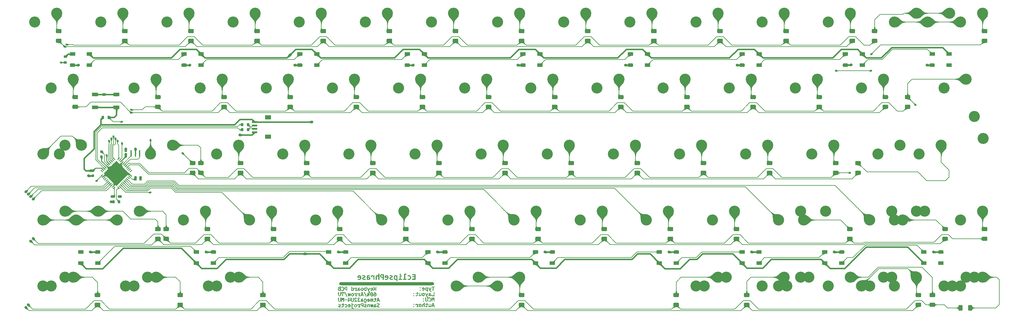
<source format=gbr>
%TF.GenerationSoftware,KiCad,Pcbnew,(5.1.11)-1*%
%TF.CreationDate,2022-08-27T18:46:52+07:00*%
%TF.ProjectId,Eclipse60,45636c69-7073-4653-9630-2e6b69636164,rev?*%
%TF.SameCoordinates,Original*%
%TF.FileFunction,Copper,L2,Bot*%
%TF.FilePolarity,Positive*%
%FSLAX46Y46*%
G04 Gerber Fmt 4.6, Leading zero omitted, Abs format (unit mm)*
G04 Created by KiCad (PCBNEW (5.1.11)-1) date 2022-08-27 18:46:52*
%MOMM*%
%LPD*%
G01*
G04 APERTURE LIST*
%TA.AperFunction,EtchedComponent*%
%ADD10C,0.010000*%
%TD*%
%TA.AperFunction,SMDPad,CuDef*%
%ADD11C,3.200000*%
%TD*%
%TA.AperFunction,ComponentPad*%
%ADD12C,2.400000*%
%TD*%
%TA.AperFunction,SMDPad,CuDef*%
%ADD13R,0.950000X0.800000*%
%TD*%
%TA.AperFunction,SMDPad,CuDef*%
%ADD14R,1.800000X1.100000*%
%TD*%
%TA.AperFunction,SMDPad,CuDef*%
%ADD15R,0.800000X0.950000*%
%TD*%
%TA.AperFunction,SMDPad,CuDef*%
%ADD16R,1.500000X1.000000*%
%TD*%
%TA.AperFunction,SMDPad,CuDef*%
%ADD17C,0.100000*%
%TD*%
%TA.AperFunction,ComponentPad*%
%ADD18C,0.500000*%
%TD*%
%TA.AperFunction,SMDPad,CuDef*%
%ADD19R,1.800000X1.200000*%
%TD*%
%TA.AperFunction,SMDPad,CuDef*%
%ADD20R,1.550000X0.600000*%
%TD*%
%TA.AperFunction,SMDPad,CuDef*%
%ADD21R,0.400000X1.900000*%
%TD*%
%TA.AperFunction,SMDPad,CuDef*%
%ADD22R,0.750000X0.800000*%
%TD*%
%TA.AperFunction,SMDPad,CuDef*%
%ADD23R,0.800000X0.750000*%
%TD*%
%TA.AperFunction,ViaPad*%
%ADD24C,0.600000*%
%TD*%
%TA.AperFunction,ViaPad*%
%ADD25C,0.800000*%
%TD*%
%TA.AperFunction,Conductor*%
%ADD26C,0.200000*%
%TD*%
%TA.AperFunction,Conductor*%
%ADD27C,0.400000*%
%TD*%
%TA.AperFunction,Conductor*%
%ADD28C,0.250000*%
%TD*%
%TA.AperFunction,Conductor*%
%ADD29C,0.300000*%
%TD*%
%TA.AperFunction,Conductor*%
%ADD30C,0.025400*%
%TD*%
%TA.AperFunction,Conductor*%
%ADD31C,0.100000*%
%TD*%
G04 APERTURE END LIST*
D10*
%TO.C,G\u002A\u002A\u002A*%
G36*
X131289399Y-114077955D02*
G01*
X131273375Y-114141625D01*
X131297241Y-114205646D01*
X131352662Y-114236091D01*
X131415372Y-114229094D01*
X131461105Y-114180792D01*
X131464304Y-114172024D01*
X131466544Y-114095304D01*
X131418628Y-114054365D01*
X131348475Y-114051624D01*
X131289399Y-114077955D01*
G37*
X131289399Y-114077955D02*
X131273375Y-114141625D01*
X131297241Y-114205646D01*
X131352662Y-114236091D01*
X131415372Y-114229094D01*
X131461105Y-114180792D01*
X131464304Y-114172024D01*
X131466544Y-114095304D01*
X131418628Y-114054365D01*
X131348475Y-114051624D01*
X131289399Y-114077955D01*
G36*
X139444571Y-108287311D02*
G01*
X139438046Y-108294187D01*
X139390247Y-108378125D01*
X139405479Y-108456616D01*
X139443563Y-108501079D01*
X139533473Y-108548603D01*
X139621877Y-108536969D01*
X139690045Y-108474250D01*
X139723639Y-108412108D01*
X139718205Y-108363248D01*
X139690045Y-108315500D01*
X139616365Y-108250715D01*
X139528178Y-108240781D01*
X139444571Y-108287311D01*
G37*
X139444571Y-108287311D02*
X139438046Y-108294187D01*
X139390247Y-108378125D01*
X139405479Y-108456616D01*
X139443563Y-108501079D01*
X139533473Y-108548603D01*
X139621877Y-108536969D01*
X139690045Y-108474250D01*
X139723639Y-108412108D01*
X139718205Y-108363248D01*
X139690045Y-108315500D01*
X139616365Y-108250715D01*
X139528178Y-108240781D01*
X139444571Y-108287311D01*
G36*
X131339543Y-108717947D02*
G01*
X131233764Y-108801603D01*
X131161034Y-108928290D01*
X131130822Y-109092935D01*
X131130500Y-109113218D01*
X131159958Y-109146324D01*
X131241625Y-109156875D01*
X131316775Y-109150944D01*
X131347540Y-109124257D01*
X131352750Y-109077500D01*
X131376084Y-108994626D01*
X131432979Y-108919525D01*
X131503775Y-108875155D01*
X131529463Y-108871125D01*
X131626895Y-108897248D01*
X131743115Y-108970664D01*
X131805188Y-109023819D01*
X131841632Y-109060008D01*
X131866195Y-109096507D01*
X131881220Y-109145991D01*
X131889051Y-109221137D01*
X131892030Y-109334622D01*
X131892500Y-109496190D01*
X131892500Y-109887125D01*
X132114750Y-109887125D01*
X132114750Y-108712375D01*
X132019500Y-108712375D01*
X131951428Y-108720917D01*
X131926525Y-108757232D01*
X131924250Y-108791750D01*
X131918707Y-108851481D01*
X131908101Y-108871125D01*
X131875329Y-108854049D01*
X131809189Y-108810374D01*
X131760462Y-108775875D01*
X131612362Y-108700011D01*
X131468899Y-108682393D01*
X131339543Y-108717947D01*
G37*
X131339543Y-108717947D02*
X131233764Y-108801603D01*
X131161034Y-108928290D01*
X131130822Y-109092935D01*
X131130500Y-109113218D01*
X131159958Y-109146324D01*
X131241625Y-109156875D01*
X131316775Y-109150944D01*
X131347540Y-109124257D01*
X131352750Y-109077500D01*
X131376084Y-108994626D01*
X131432979Y-108919525D01*
X131503775Y-108875155D01*
X131529463Y-108871125D01*
X131626895Y-108897248D01*
X131743115Y-108970664D01*
X131805188Y-109023819D01*
X131841632Y-109060008D01*
X131866195Y-109096507D01*
X131881220Y-109145991D01*
X131889051Y-109221137D01*
X131892030Y-109334622D01*
X131892500Y-109496190D01*
X131892500Y-109887125D01*
X132114750Y-109887125D01*
X132114750Y-108712375D01*
X132019500Y-108712375D01*
X131951428Y-108720917D01*
X131926525Y-108757232D01*
X131924250Y-108791750D01*
X131918707Y-108851481D01*
X131908101Y-108871125D01*
X131875329Y-108854049D01*
X131809189Y-108810374D01*
X131760462Y-108775875D01*
X131612362Y-108700011D01*
X131468899Y-108682393D01*
X131339543Y-108717947D01*
G36*
X133289500Y-108882193D02*
G01*
X133218063Y-108817127D01*
X133071221Y-108717463D01*
X132919310Y-108679977D01*
X132765245Y-108705261D01*
X132732988Y-108718556D01*
X132667431Y-108757996D01*
X132618296Y-108814371D01*
X132582989Y-108896775D01*
X132558917Y-109014302D01*
X132543488Y-109176047D01*
X132534107Y-109391103D01*
X132533322Y-109418812D01*
X132520579Y-109887125D01*
X132745066Y-109887125D01*
X132755346Y-109424122D01*
X132760112Y-109241723D01*
X132766000Y-109112261D01*
X132774536Y-109025174D01*
X132787250Y-108969901D01*
X132805668Y-108935879D01*
X132829125Y-108914151D01*
X132923678Y-108880902D01*
X133033186Y-108902003D01*
X133145906Y-108974189D01*
X133186313Y-109013448D01*
X133289500Y-109124192D01*
X133289500Y-109887125D01*
X133480000Y-109887125D01*
X133480000Y-108236125D01*
X133289500Y-108236125D01*
X133289500Y-108882193D01*
G37*
X133289500Y-108882193D02*
X133218063Y-108817127D01*
X133071221Y-108717463D01*
X132919310Y-108679977D01*
X132765245Y-108705261D01*
X132732988Y-108718556D01*
X132667431Y-108757996D01*
X132618296Y-108814371D01*
X132582989Y-108896775D01*
X132558917Y-109014302D01*
X132543488Y-109176047D01*
X132534107Y-109391103D01*
X132533322Y-109418812D01*
X132520579Y-109887125D01*
X132745066Y-109887125D01*
X132755346Y-109424122D01*
X132760112Y-109241723D01*
X132766000Y-109112261D01*
X132774536Y-109025174D01*
X132787250Y-108969901D01*
X132805668Y-108935879D01*
X132829125Y-108914151D01*
X132923678Y-108880902D01*
X133033186Y-108902003D01*
X133145906Y-108974189D01*
X133186313Y-109013448D01*
X133289500Y-109124192D01*
X133289500Y-109887125D01*
X133480000Y-109887125D01*
X133480000Y-108236125D01*
X133289500Y-108236125D01*
X133289500Y-108882193D01*
G36*
X134283212Y-108369364D02*
G01*
X134136200Y-108390964D01*
X134024421Y-108432245D01*
X133934222Y-108497531D01*
X133883331Y-108551743D01*
X133828232Y-108632058D01*
X133802849Y-108719156D01*
X133797500Y-108821240D01*
X133825677Y-108998766D01*
X133906019Y-109145770D01*
X134032243Y-109256554D01*
X134198069Y-109325420D01*
X134376938Y-109346852D01*
X134559500Y-109347375D01*
X134559500Y-109887125D01*
X134781750Y-109887125D01*
X134781750Y-109156875D01*
X134559500Y-109156875D01*
X134431481Y-109156875D01*
X134316098Y-109144911D01*
X134205438Y-109115728D01*
X134195911Y-109111937D01*
X134090615Y-109045323D01*
X134034405Y-108948156D01*
X134019750Y-108827357D01*
X134042659Y-108699686D01*
X134113394Y-108608922D01*
X134234970Y-108552449D01*
X134361423Y-108531016D01*
X134559500Y-108513055D01*
X134559500Y-109156875D01*
X134781750Y-109156875D01*
X134781750Y-108363125D01*
X134479106Y-108363124D01*
X134283212Y-108369364D01*
G37*
X134283212Y-108369364D02*
X134136200Y-108390964D01*
X134024421Y-108432245D01*
X133934222Y-108497531D01*
X133883331Y-108551743D01*
X133828232Y-108632058D01*
X133802849Y-108719156D01*
X133797500Y-108821240D01*
X133825677Y-108998766D01*
X133906019Y-109145770D01*
X134032243Y-109256554D01*
X134198069Y-109325420D01*
X134376938Y-109346852D01*
X134559500Y-109347375D01*
X134559500Y-109887125D01*
X134781750Y-109887125D01*
X134781750Y-109156875D01*
X134559500Y-109156875D01*
X134431481Y-109156875D01*
X134316098Y-109144911D01*
X134205438Y-109115728D01*
X134195911Y-109111937D01*
X134090615Y-109045323D01*
X134034405Y-108948156D01*
X134019750Y-108827357D01*
X134042659Y-108699686D01*
X134113394Y-108608922D01*
X134234970Y-108552449D01*
X134361423Y-108531016D01*
X134559500Y-108513055D01*
X134559500Y-109156875D01*
X134781750Y-109156875D01*
X134781750Y-108363125D01*
X134479106Y-108363124D01*
X134283212Y-108369364D01*
G36*
X139417250Y-109728375D02*
G01*
X139242625Y-109728375D01*
X139142614Y-109730435D01*
X139090539Y-109741325D01*
X139070861Y-109768108D01*
X139068000Y-109807750D01*
X139068000Y-109887125D01*
X140020500Y-109887125D01*
X140020500Y-109807750D01*
X140016467Y-109763759D01*
X139994426Y-109740008D01*
X139939466Y-109730285D01*
X139836678Y-109728376D01*
X139830000Y-109728375D01*
X139639500Y-109728375D01*
X139639500Y-108871125D01*
X139814125Y-108871125D01*
X139914137Y-108869064D01*
X139966212Y-108858174D01*
X139985890Y-108831391D01*
X139988750Y-108791750D01*
X139986475Y-108754175D01*
X139971503Y-108730845D01*
X139931614Y-108718365D01*
X139854590Y-108713341D01*
X139728209Y-108712378D01*
X139703000Y-108712375D01*
X139417250Y-108712375D01*
X139417250Y-109728375D01*
G37*
X139417250Y-109728375D02*
X139242625Y-109728375D01*
X139142614Y-109730435D01*
X139090539Y-109741325D01*
X139070861Y-109768108D01*
X139068000Y-109807750D01*
X139068000Y-109887125D01*
X140020500Y-109887125D01*
X140020500Y-109807750D01*
X140016467Y-109763759D01*
X139994426Y-109740008D01*
X139939466Y-109730285D01*
X139836678Y-109728376D01*
X139830000Y-109728375D01*
X139639500Y-109728375D01*
X139639500Y-108871125D01*
X139814125Y-108871125D01*
X139914137Y-108869064D01*
X139966212Y-108858174D01*
X139985890Y-108831391D01*
X139988750Y-108791750D01*
X139986475Y-108754175D01*
X139971503Y-108730845D01*
X139931614Y-108718365D01*
X139854590Y-108713341D01*
X139728209Y-108712378D01*
X139703000Y-108712375D01*
X139417250Y-108712375D01*
X139417250Y-109728375D01*
G36*
X140719000Y-109728375D02*
G01*
X140544375Y-109728375D01*
X140444364Y-109730435D01*
X140392289Y-109741325D01*
X140372611Y-109768108D01*
X140369750Y-109807750D01*
X140369750Y-109887125D01*
X141322250Y-109887125D01*
X141322250Y-109807750D01*
X141318217Y-109763759D01*
X141296176Y-109740008D01*
X141241216Y-109730285D01*
X141138428Y-109728376D01*
X141131750Y-109728375D01*
X140941250Y-109728375D01*
X140941250Y-108394875D01*
X141115875Y-108394875D01*
X141215887Y-108392814D01*
X141267962Y-108381924D01*
X141287640Y-108355141D01*
X141290500Y-108315500D01*
X141288225Y-108277925D01*
X141273253Y-108254595D01*
X141233364Y-108242115D01*
X141156340Y-108237091D01*
X141029959Y-108236128D01*
X141004750Y-108236125D01*
X140719000Y-108236125D01*
X140719000Y-109728375D01*
G37*
X140719000Y-109728375D02*
X140544375Y-109728375D01*
X140444364Y-109730435D01*
X140392289Y-109741325D01*
X140372611Y-109768108D01*
X140369750Y-109807750D01*
X140369750Y-109887125D01*
X141322250Y-109887125D01*
X141322250Y-109807750D01*
X141318217Y-109763759D01*
X141296176Y-109740008D01*
X141241216Y-109730285D01*
X141138428Y-109728376D01*
X141131750Y-109728375D01*
X140941250Y-109728375D01*
X140941250Y-108394875D01*
X141115875Y-108394875D01*
X141215887Y-108392814D01*
X141267962Y-108381924D01*
X141287640Y-108355141D01*
X141290500Y-108315500D01*
X141288225Y-108277925D01*
X141273253Y-108254595D01*
X141233364Y-108242115D01*
X141156340Y-108237091D01*
X141029959Y-108236128D01*
X141004750Y-108236125D01*
X140719000Y-108236125D01*
X140719000Y-109728375D01*
G36*
X143036750Y-108553625D02*
G01*
X143703500Y-108553625D01*
X143703500Y-108998125D01*
X143068500Y-108998125D01*
X143068500Y-109188625D01*
X143703500Y-109188625D01*
X143703500Y-109696625D01*
X143036750Y-109696625D01*
X143036750Y-109887125D01*
X143925750Y-109887125D01*
X143925750Y-108363125D01*
X143036750Y-108363125D01*
X143036750Y-108553625D01*
G37*
X143036750Y-108553625D02*
X143703500Y-108553625D01*
X143703500Y-108998125D01*
X143068500Y-108998125D01*
X143068500Y-109188625D01*
X143703500Y-109188625D01*
X143703500Y-109696625D01*
X143036750Y-109696625D01*
X143036750Y-109887125D01*
X143925750Y-109887125D01*
X143925750Y-108363125D01*
X143036750Y-108363125D01*
X143036750Y-108553625D01*
G36*
X127530884Y-108728404D02*
G01*
X127510505Y-108738536D01*
X127404257Y-108825852D01*
X127319793Y-108955422D01*
X127268001Y-109106946D01*
X127257000Y-109211227D01*
X127257000Y-109347375D01*
X127669750Y-109347375D01*
X127847317Y-109347984D01*
X127969241Y-109352797D01*
X128043380Y-109366285D01*
X128077591Y-109392922D01*
X128079730Y-109437182D01*
X128057656Y-109503538D01*
X128036018Y-109555912D01*
X127958302Y-109665330D01*
X127836437Y-109730727D01*
X127673064Y-109751015D01*
X127579443Y-109744257D01*
X127473998Y-109729048D01*
X127390835Y-109713439D01*
X127360618Y-109705225D01*
X127329388Y-109708430D01*
X127324085Y-109759771D01*
X127325908Y-109778314D01*
X127343178Y-109837102D01*
X127385748Y-109876512D01*
X127463972Y-109900329D01*
X127588209Y-109912343D01*
X127701500Y-109915660D01*
X127889993Y-109903206D01*
X128018368Y-109863263D01*
X128148217Y-109763934D01*
X128240740Y-109620379D01*
X128292081Y-109442331D01*
X128298386Y-109239527D01*
X128290884Y-109175076D01*
X128282931Y-109148937D01*
X128082382Y-109148937D01*
X128062668Y-109168897D01*
X127998579Y-109181476D01*
X127882906Y-109187625D01*
X127780875Y-109188625D01*
X127641115Y-109187978D01*
X127552967Y-109184064D01*
X127504542Y-109173923D01*
X127483953Y-109154597D01*
X127479312Y-109123124D01*
X127479250Y-109113531D01*
X127507837Y-109009150D01*
X127581854Y-108922778D01*
X127683684Y-108864840D01*
X127795713Y-108845760D01*
X127890356Y-108870245D01*
X127952875Y-108922844D01*
X128016987Y-109004208D01*
X128065713Y-109089693D01*
X128082382Y-109148937D01*
X128282931Y-109148937D01*
X128237301Y-108998981D01*
X128140642Y-108855802D01*
X128011289Y-108751348D01*
X127859624Y-108691425D01*
X127696028Y-108681841D01*
X127530884Y-108728404D01*
G37*
X127530884Y-108728404D02*
X127510505Y-108738536D01*
X127404257Y-108825852D01*
X127319793Y-108955422D01*
X127268001Y-109106946D01*
X127257000Y-109211227D01*
X127257000Y-109347375D01*
X127669750Y-109347375D01*
X127847317Y-109347984D01*
X127969241Y-109352797D01*
X128043380Y-109366285D01*
X128077591Y-109392922D01*
X128079730Y-109437182D01*
X128057656Y-109503538D01*
X128036018Y-109555912D01*
X127958302Y-109665330D01*
X127836437Y-109730727D01*
X127673064Y-109751015D01*
X127579443Y-109744257D01*
X127473998Y-109729048D01*
X127390835Y-109713439D01*
X127360618Y-109705225D01*
X127329388Y-109708430D01*
X127324085Y-109759771D01*
X127325908Y-109778314D01*
X127343178Y-109837102D01*
X127385748Y-109876512D01*
X127463972Y-109900329D01*
X127588209Y-109912343D01*
X127701500Y-109915660D01*
X127889993Y-109903206D01*
X128018368Y-109863263D01*
X128148217Y-109763934D01*
X128240740Y-109620379D01*
X128292081Y-109442331D01*
X128298386Y-109239527D01*
X128290884Y-109175076D01*
X128282931Y-109148937D01*
X128082382Y-109148937D01*
X128062668Y-109168897D01*
X127998579Y-109181476D01*
X127882906Y-109187625D01*
X127780875Y-109188625D01*
X127641115Y-109187978D01*
X127552967Y-109184064D01*
X127504542Y-109173923D01*
X127483953Y-109154597D01*
X127479312Y-109123124D01*
X127479250Y-109113531D01*
X127507837Y-109009150D01*
X127581854Y-108922778D01*
X127683684Y-108864840D01*
X127795713Y-108845760D01*
X127890356Y-108870245D01*
X127952875Y-108922844D01*
X128016987Y-109004208D01*
X128065713Y-109089693D01*
X128082382Y-109148937D01*
X128282931Y-109148937D01*
X128237301Y-108998981D01*
X128140642Y-108855802D01*
X128011289Y-108751348D01*
X127859624Y-108691425D01*
X127696028Y-108681841D01*
X127530884Y-108728404D01*
G36*
X128685750Y-108874970D02*
G01*
X128900063Y-108855807D01*
X129068557Y-108850972D01*
X129183573Y-108873079D01*
X129250074Y-108924231D01*
X129273022Y-109006530D01*
X129273125Y-109013873D01*
X129271723Y-109053958D01*
X129261160Y-109084869D01*
X129231905Y-109112488D01*
X129174426Y-109142696D01*
X129079191Y-109181375D01*
X128936668Y-109234408D01*
X128885056Y-109253340D01*
X128743858Y-109330407D01*
X128654967Y-109431661D01*
X128618756Y-109546139D01*
X128635601Y-109662880D01*
X128705875Y-109770923D01*
X128829952Y-109859304D01*
X128863852Y-109874748D01*
X128942018Y-109893852D01*
X129059796Y-109907728D01*
X129196227Y-109915618D01*
X129330351Y-109916766D01*
X129441211Y-109910414D01*
X129503313Y-109897847D01*
X129531477Y-109857941D01*
X129543000Y-109785787D01*
X129537125Y-109719981D01*
X129508765Y-109701715D01*
X129464432Y-109709460D01*
X129388907Y-109723425D01*
X129279297Y-109738119D01*
X129202494Y-109746222D01*
X129037245Y-109746607D01*
X128924187Y-109711854D01*
X128862345Y-109641542D01*
X128850504Y-109594517D01*
X128854360Y-109540223D01*
X128886159Y-109494619D01*
X128955030Y-109451445D01*
X129070103Y-109404443D01*
X129184876Y-109365311D01*
X129343809Y-109291327D01*
X129450421Y-109193314D01*
X129501602Y-109076728D01*
X129494242Y-108947026D01*
X129465024Y-108873829D01*
X129391448Y-108782758D01*
X129277035Y-108721853D01*
X129115340Y-108688729D01*
X128942890Y-108680625D01*
X128685750Y-108680625D01*
X128685750Y-108874970D01*
G37*
X128685750Y-108874970D02*
X128900063Y-108855807D01*
X129068557Y-108850972D01*
X129183573Y-108873079D01*
X129250074Y-108924231D01*
X129273022Y-109006530D01*
X129273125Y-109013873D01*
X129271723Y-109053958D01*
X129261160Y-109084869D01*
X129231905Y-109112488D01*
X129174426Y-109142696D01*
X129079191Y-109181375D01*
X128936668Y-109234408D01*
X128885056Y-109253340D01*
X128743858Y-109330407D01*
X128654967Y-109431661D01*
X128618756Y-109546139D01*
X128635601Y-109662880D01*
X128705875Y-109770923D01*
X128829952Y-109859304D01*
X128863852Y-109874748D01*
X128942018Y-109893852D01*
X129059796Y-109907728D01*
X129196227Y-109915618D01*
X129330351Y-109916766D01*
X129441211Y-109910414D01*
X129503313Y-109897847D01*
X129531477Y-109857941D01*
X129543000Y-109785787D01*
X129537125Y-109719981D01*
X129508765Y-109701715D01*
X129464432Y-109709460D01*
X129388907Y-109723425D01*
X129279297Y-109738119D01*
X129202494Y-109746222D01*
X129037245Y-109746607D01*
X128924187Y-109711854D01*
X128862345Y-109641542D01*
X128850504Y-109594517D01*
X128854360Y-109540223D01*
X128886159Y-109494619D01*
X128955030Y-109451445D01*
X129070103Y-109404443D01*
X129184876Y-109365311D01*
X129343809Y-109291327D01*
X129450421Y-109193314D01*
X129501602Y-109076728D01*
X129494242Y-108947026D01*
X129465024Y-108873829D01*
X129391448Y-108782758D01*
X129277035Y-108721853D01*
X129115340Y-108688729D01*
X128942890Y-108680625D01*
X128685750Y-108680625D01*
X128685750Y-108874970D01*
G36*
X130292179Y-108690221D02*
G01*
X130173756Y-108708174D01*
X130114851Y-108728068D01*
X130046529Y-108767818D01*
X129996711Y-108812642D01*
X129962507Y-108872743D01*
X129941030Y-108958323D01*
X129929390Y-109079586D01*
X129924698Y-109246733D01*
X129924000Y-109402064D01*
X129924000Y-109887125D01*
X130019250Y-109887125D01*
X130088625Y-109877423D01*
X130113293Y-109840569D01*
X130114500Y-109821463D01*
X130117215Y-109780950D01*
X130135434Y-109775373D01*
X130184268Y-109805596D01*
X130214779Y-109827205D01*
X130332607Y-109882565D01*
X130475178Y-109909431D01*
X130616195Y-109905534D01*
X130724890Y-109871206D01*
X130820610Y-109792575D01*
X130867984Y-109685225D01*
X130876500Y-109589081D01*
X130867927Y-109538002D01*
X130652895Y-109538002D01*
X130641787Y-109637420D01*
X130601100Y-109713489D01*
X130522397Y-109750296D01*
X130415298Y-109743667D01*
X130295128Y-109696219D01*
X130222674Y-109648901D01*
X130148622Y-109579736D01*
X130118143Y-109508289D01*
X130114500Y-109456884D01*
X130114500Y-109347375D01*
X130271184Y-109347375D01*
X130417860Y-109358982D01*
X130538606Y-109390630D01*
X130617208Y-109437556D01*
X130629306Y-109452548D01*
X130652895Y-109538002D01*
X130867927Y-109538002D01*
X130850664Y-109435154D01*
X130773338Y-109318206D01*
X130644797Y-109238437D01*
X130465316Y-109196047D01*
X130326726Y-109188625D01*
X130212918Y-109186651D01*
X130148790Y-109178074D01*
X130120576Y-109158908D01*
X130114500Y-109127191D01*
X130138034Y-109004869D01*
X130201075Y-108909076D01*
X130264744Y-108867462D01*
X130355757Y-108852967D01*
X130480832Y-108858826D01*
X130614886Y-108882277D01*
X130728020Y-108918468D01*
X130766369Y-108926978D01*
X130778913Y-108897438D01*
X130775645Y-108836976D01*
X130755355Y-108755703D01*
X130705747Y-108715304D01*
X130686000Y-108708850D01*
X130571789Y-108689768D01*
X130432686Y-108683822D01*
X130292179Y-108690221D01*
G37*
X130292179Y-108690221D02*
X130173756Y-108708174D01*
X130114851Y-108728068D01*
X130046529Y-108767818D01*
X129996711Y-108812642D01*
X129962507Y-108872743D01*
X129941030Y-108958323D01*
X129929390Y-109079586D01*
X129924698Y-109246733D01*
X129924000Y-109402064D01*
X129924000Y-109887125D01*
X130019250Y-109887125D01*
X130088625Y-109877423D01*
X130113293Y-109840569D01*
X130114500Y-109821463D01*
X130117215Y-109780950D01*
X130135434Y-109775373D01*
X130184268Y-109805596D01*
X130214779Y-109827205D01*
X130332607Y-109882565D01*
X130475178Y-109909431D01*
X130616195Y-109905534D01*
X130724890Y-109871206D01*
X130820610Y-109792575D01*
X130867984Y-109685225D01*
X130876500Y-109589081D01*
X130867927Y-109538002D01*
X130652895Y-109538002D01*
X130641787Y-109637420D01*
X130601100Y-109713489D01*
X130522397Y-109750296D01*
X130415298Y-109743667D01*
X130295128Y-109696219D01*
X130222674Y-109648901D01*
X130148622Y-109579736D01*
X130118143Y-109508289D01*
X130114500Y-109456884D01*
X130114500Y-109347375D01*
X130271184Y-109347375D01*
X130417860Y-109358982D01*
X130538606Y-109390630D01*
X130617208Y-109437556D01*
X130629306Y-109452548D01*
X130652895Y-109538002D01*
X130867927Y-109538002D01*
X130850664Y-109435154D01*
X130773338Y-109318206D01*
X130644797Y-109238437D01*
X130465316Y-109196047D01*
X130326726Y-109188625D01*
X130212918Y-109186651D01*
X130148790Y-109178074D01*
X130120576Y-109158908D01*
X130114500Y-109127191D01*
X130138034Y-109004869D01*
X130201075Y-108909076D01*
X130264744Y-108867462D01*
X130355757Y-108852967D01*
X130480832Y-108858826D01*
X130614886Y-108882277D01*
X130728020Y-108918468D01*
X130766369Y-108926978D01*
X130778913Y-108897438D01*
X130775645Y-108836976D01*
X130755355Y-108755703D01*
X130705747Y-108715304D01*
X130686000Y-108708850D01*
X130571789Y-108689768D01*
X130432686Y-108683822D01*
X130292179Y-108690221D01*
G36*
X135373134Y-108728404D02*
G01*
X135352755Y-108738536D01*
X135246507Y-108825852D01*
X135162043Y-108955422D01*
X135110251Y-109106946D01*
X135099250Y-109211227D01*
X135099250Y-109347375D01*
X135512000Y-109347375D01*
X135689567Y-109347984D01*
X135811491Y-109352797D01*
X135885630Y-109366285D01*
X135919841Y-109392922D01*
X135921980Y-109437182D01*
X135899906Y-109503538D01*
X135878268Y-109555912D01*
X135800552Y-109665330D01*
X135678687Y-109730727D01*
X135515314Y-109751015D01*
X135421693Y-109744257D01*
X135316248Y-109729048D01*
X135233085Y-109713439D01*
X135202868Y-109705225D01*
X135171638Y-109708430D01*
X135166335Y-109759771D01*
X135168158Y-109778314D01*
X135185428Y-109837102D01*
X135227998Y-109876512D01*
X135306222Y-109900329D01*
X135430459Y-109912343D01*
X135543750Y-109915660D01*
X135732243Y-109903206D01*
X135860618Y-109863263D01*
X135990467Y-109763934D01*
X136082990Y-109620379D01*
X136134331Y-109442331D01*
X136140636Y-109239527D01*
X136133134Y-109175076D01*
X136125181Y-109148937D01*
X135924632Y-109148937D01*
X135904918Y-109168897D01*
X135840829Y-109181476D01*
X135725156Y-109187625D01*
X135623125Y-109188625D01*
X135483365Y-109187978D01*
X135395217Y-109184064D01*
X135346792Y-109173923D01*
X135326203Y-109154597D01*
X135321562Y-109123124D01*
X135321500Y-109113531D01*
X135350087Y-109009150D01*
X135424104Y-108922778D01*
X135525934Y-108864840D01*
X135637963Y-108845760D01*
X135732606Y-108870245D01*
X135795125Y-108922844D01*
X135859237Y-109004208D01*
X135907963Y-109089693D01*
X135924632Y-109148937D01*
X136125181Y-109148937D01*
X136079551Y-108998981D01*
X135982892Y-108855802D01*
X135853539Y-108751348D01*
X135701874Y-108691425D01*
X135538278Y-108681841D01*
X135373134Y-108728404D01*
G37*
X135373134Y-108728404D02*
X135352755Y-108738536D01*
X135246507Y-108825852D01*
X135162043Y-108955422D01*
X135110251Y-109106946D01*
X135099250Y-109211227D01*
X135099250Y-109347375D01*
X135512000Y-109347375D01*
X135689567Y-109347984D01*
X135811491Y-109352797D01*
X135885630Y-109366285D01*
X135919841Y-109392922D01*
X135921980Y-109437182D01*
X135899906Y-109503538D01*
X135878268Y-109555912D01*
X135800552Y-109665330D01*
X135678687Y-109730727D01*
X135515314Y-109751015D01*
X135421693Y-109744257D01*
X135316248Y-109729048D01*
X135233085Y-109713439D01*
X135202868Y-109705225D01*
X135171638Y-109708430D01*
X135166335Y-109759771D01*
X135168158Y-109778314D01*
X135185428Y-109837102D01*
X135227998Y-109876512D01*
X135306222Y-109900329D01*
X135430459Y-109912343D01*
X135543750Y-109915660D01*
X135732243Y-109903206D01*
X135860618Y-109863263D01*
X135990467Y-109763934D01*
X136082990Y-109620379D01*
X136134331Y-109442331D01*
X136140636Y-109239527D01*
X136133134Y-109175076D01*
X136125181Y-109148937D01*
X135924632Y-109148937D01*
X135904918Y-109168897D01*
X135840829Y-109181476D01*
X135725156Y-109187625D01*
X135623125Y-109188625D01*
X135483365Y-109187978D01*
X135395217Y-109184064D01*
X135346792Y-109173923D01*
X135326203Y-109154597D01*
X135321562Y-109123124D01*
X135321500Y-109113531D01*
X135350087Y-109009150D01*
X135424104Y-108922778D01*
X135525934Y-108864840D01*
X135637963Y-108845760D01*
X135732606Y-108870245D01*
X135795125Y-108922844D01*
X135859237Y-109004208D01*
X135907963Y-109089693D01*
X135924632Y-109148937D01*
X136125181Y-109148937D01*
X136079551Y-108998981D01*
X135982892Y-108855802D01*
X135853539Y-108751348D01*
X135701874Y-108691425D01*
X135538278Y-108681841D01*
X135373134Y-108728404D01*
G36*
X136528000Y-108874970D02*
G01*
X136742313Y-108855807D01*
X136910807Y-108850972D01*
X137025823Y-108873079D01*
X137092324Y-108924231D01*
X137115272Y-109006530D01*
X137115375Y-109013873D01*
X137113973Y-109053958D01*
X137103410Y-109084869D01*
X137074155Y-109112488D01*
X137016676Y-109142696D01*
X136921441Y-109181375D01*
X136778918Y-109234408D01*
X136727306Y-109253340D01*
X136586108Y-109330407D01*
X136497217Y-109431661D01*
X136461006Y-109546139D01*
X136477851Y-109662880D01*
X136548125Y-109770923D01*
X136672202Y-109859304D01*
X136706102Y-109874748D01*
X136784268Y-109893852D01*
X136902046Y-109907728D01*
X137038477Y-109915618D01*
X137172601Y-109916766D01*
X137283461Y-109910414D01*
X137345563Y-109897847D01*
X137373727Y-109857941D01*
X137385250Y-109785787D01*
X137379375Y-109719981D01*
X137351015Y-109701715D01*
X137306682Y-109709460D01*
X137231157Y-109723425D01*
X137121547Y-109738119D01*
X137044744Y-109746222D01*
X136879495Y-109746607D01*
X136766437Y-109711854D01*
X136704595Y-109641542D01*
X136692754Y-109594517D01*
X136696610Y-109540223D01*
X136728409Y-109494619D01*
X136797280Y-109451445D01*
X136912353Y-109404443D01*
X137027126Y-109365311D01*
X137186059Y-109291327D01*
X137292671Y-109193314D01*
X137343852Y-109076728D01*
X137336492Y-108947026D01*
X137307274Y-108873829D01*
X137233698Y-108782758D01*
X137119285Y-108721853D01*
X136957590Y-108688729D01*
X136785140Y-108680625D01*
X136528000Y-108680625D01*
X136528000Y-108874970D01*
G37*
X136528000Y-108874970D02*
X136742313Y-108855807D01*
X136910807Y-108850972D01*
X137025823Y-108873079D01*
X137092324Y-108924231D01*
X137115272Y-109006530D01*
X137115375Y-109013873D01*
X137113973Y-109053958D01*
X137103410Y-109084869D01*
X137074155Y-109112488D01*
X137016676Y-109142696D01*
X136921441Y-109181375D01*
X136778918Y-109234408D01*
X136727306Y-109253340D01*
X136586108Y-109330407D01*
X136497217Y-109431661D01*
X136461006Y-109546139D01*
X136477851Y-109662880D01*
X136548125Y-109770923D01*
X136672202Y-109859304D01*
X136706102Y-109874748D01*
X136784268Y-109893852D01*
X136902046Y-109907728D01*
X137038477Y-109915618D01*
X137172601Y-109916766D01*
X137283461Y-109910414D01*
X137345563Y-109897847D01*
X137373727Y-109857941D01*
X137385250Y-109785787D01*
X137379375Y-109719981D01*
X137351015Y-109701715D01*
X137306682Y-109709460D01*
X137231157Y-109723425D01*
X137121547Y-109738119D01*
X137044744Y-109746222D01*
X136879495Y-109746607D01*
X136766437Y-109711854D01*
X136704595Y-109641542D01*
X136692754Y-109594517D01*
X136696610Y-109540223D01*
X136728409Y-109494619D01*
X136797280Y-109451445D01*
X136912353Y-109404443D01*
X137027126Y-109365311D01*
X137186059Y-109291327D01*
X137292671Y-109193314D01*
X137343852Y-109076728D01*
X137336492Y-108947026D01*
X137307274Y-108873829D01*
X137233698Y-108782758D01*
X137119285Y-108721853D01*
X136957590Y-108688729D01*
X136785140Y-108680625D01*
X136528000Y-108680625D01*
X136528000Y-108874970D01*
G36*
X141854224Y-108684370D02*
G01*
X141767671Y-108699008D01*
X141721560Y-108729645D01*
X141704497Y-108781383D01*
X141703250Y-108810228D01*
X141708236Y-108870958D01*
X141735965Y-108889489D01*
X141805600Y-108878455D01*
X141806438Y-108878268D01*
X141990304Y-108852736D01*
X142134909Y-108869425D01*
X142249808Y-108929946D01*
X142281360Y-108958330D01*
X142339359Y-109024365D01*
X142372338Y-109091402D01*
X142389296Y-109183370D01*
X142395630Y-109262080D01*
X142391138Y-109443843D01*
X142349255Y-109578795D01*
X142266984Y-109673507D01*
X142187668Y-109717766D01*
X142063366Y-109745364D01*
X141913566Y-109743978D01*
X141768864Y-109714388D01*
X141746816Y-109706548D01*
X141714457Y-109714237D01*
X141703337Y-109775700D01*
X141703250Y-109785081D01*
X141719600Y-109865142D01*
X141753472Y-109899603D01*
X141832356Y-109913964D01*
X141950334Y-109918201D01*
X142083991Y-109913365D01*
X142209914Y-109900507D01*
X142304688Y-109880678D01*
X142322375Y-109874055D01*
X142463983Y-109782408D01*
X142559936Y-109651764D01*
X142612229Y-109478426D01*
X142624000Y-109315624D01*
X142612591Y-109141552D01*
X142573872Y-109007443D01*
X142501110Y-108893188D01*
X142471168Y-108859277D01*
X142344743Y-108757329D01*
X142191543Y-108699431D01*
X141998324Y-108680636D01*
X141992617Y-108680624D01*
X141854224Y-108684370D01*
G37*
X141854224Y-108684370D02*
X141767671Y-108699008D01*
X141721560Y-108729645D01*
X141704497Y-108781383D01*
X141703250Y-108810228D01*
X141708236Y-108870958D01*
X141735965Y-108889489D01*
X141805600Y-108878455D01*
X141806438Y-108878268D01*
X141990304Y-108852736D01*
X142134909Y-108869425D01*
X142249808Y-108929946D01*
X142281360Y-108958330D01*
X142339359Y-109024365D01*
X142372338Y-109091402D01*
X142389296Y-109183370D01*
X142395630Y-109262080D01*
X142391138Y-109443843D01*
X142349255Y-109578795D01*
X142266984Y-109673507D01*
X142187668Y-109717766D01*
X142063366Y-109745364D01*
X141913566Y-109743978D01*
X141768864Y-109714388D01*
X141746816Y-109706548D01*
X141714457Y-109714237D01*
X141703337Y-109775700D01*
X141703250Y-109785081D01*
X141719600Y-109865142D01*
X141753472Y-109899603D01*
X141832356Y-109913964D01*
X141950334Y-109918201D01*
X142083991Y-109913365D01*
X142209914Y-109900507D01*
X142304688Y-109880678D01*
X142322375Y-109874055D01*
X142463983Y-109782408D01*
X142559936Y-109651764D01*
X142612229Y-109478426D01*
X142624000Y-109315624D01*
X142612591Y-109141552D01*
X142573872Y-109007443D01*
X142501110Y-108893188D01*
X142471168Y-108859277D01*
X142344743Y-108757329D01*
X142191543Y-108699431D01*
X141998324Y-108680636D01*
X141992617Y-108680624D01*
X141854224Y-108684370D01*
G36*
X137981877Y-108708378D02*
G01*
X137870047Y-108790019D01*
X137790768Y-108923120D01*
X137745648Y-109105253D01*
X137735198Y-109269210D01*
X137756301Y-109491198D01*
X137820217Y-109667916D01*
X137925572Y-109797879D01*
X138070993Y-109879605D01*
X138255104Y-109911611D01*
X138329813Y-109910719D01*
X138528250Y-109899990D01*
X138528250Y-110363375D01*
X138718750Y-110363375D01*
X138718750Y-109262632D01*
X138523621Y-109262632D01*
X138522852Y-109389772D01*
X138521568Y-109432061D01*
X138516136Y-109565650D01*
X138507997Y-109649158D01*
X138493189Y-109695989D01*
X138467751Y-109719549D01*
X138433000Y-109731795D01*
X138320836Y-109754320D01*
X138225543Y-109747060D01*
X138151024Y-109724932D01*
X138050143Y-109662405D01*
X137984165Y-109554934D01*
X137951138Y-109398253D01*
X137946335Y-109277369D01*
X137961652Y-109099703D01*
X138006215Y-108975924D01*
X138081520Y-108902804D01*
X138128358Y-108884920D01*
X138228049Y-108889229D01*
X138337394Y-108939684D01*
X138436807Y-109026062D01*
X138463502Y-109059871D01*
X138496658Y-109115058D01*
X138515794Y-109176853D01*
X138523621Y-109262632D01*
X138718750Y-109262632D01*
X138718750Y-108712375D01*
X138623500Y-108712375D01*
X138555704Y-108720630D01*
X138530804Y-108757105D01*
X138528250Y-108797284D01*
X138528250Y-108882193D01*
X138456813Y-108817127D01*
X138331350Y-108726134D01*
X138200854Y-108685357D01*
X138124652Y-108680625D01*
X137981877Y-108708378D01*
G37*
X137981877Y-108708378D02*
X137870047Y-108790019D01*
X137790768Y-108923120D01*
X137745648Y-109105253D01*
X137735198Y-109269210D01*
X137756301Y-109491198D01*
X137820217Y-109667916D01*
X137925572Y-109797879D01*
X138070993Y-109879605D01*
X138255104Y-109911611D01*
X138329813Y-109910719D01*
X138528250Y-109899990D01*
X138528250Y-110363375D01*
X138718750Y-110363375D01*
X138718750Y-109262632D01*
X138523621Y-109262632D01*
X138522852Y-109389772D01*
X138521568Y-109432061D01*
X138516136Y-109565650D01*
X138507997Y-109649158D01*
X138493189Y-109695989D01*
X138467751Y-109719549D01*
X138433000Y-109731795D01*
X138320836Y-109754320D01*
X138225543Y-109747060D01*
X138151024Y-109724932D01*
X138050143Y-109662405D01*
X137984165Y-109554934D01*
X137951138Y-109398253D01*
X137946335Y-109277369D01*
X137961652Y-109099703D01*
X138006215Y-108975924D01*
X138081520Y-108902804D01*
X138128358Y-108884920D01*
X138228049Y-108889229D01*
X138337394Y-108939684D01*
X138436807Y-109026062D01*
X138463502Y-109059871D01*
X138496658Y-109115058D01*
X138515794Y-109176853D01*
X138523621Y-109262632D01*
X138718750Y-109262632D01*
X138718750Y-108712375D01*
X138623500Y-108712375D01*
X138555704Y-108720630D01*
X138530804Y-108757105D01*
X138528250Y-108797284D01*
X138528250Y-108882193D01*
X138456813Y-108817127D01*
X138331350Y-108726134D01*
X138200854Y-108685357D01*
X138124652Y-108680625D01*
X137981877Y-108708378D01*
G36*
X122128705Y-110818070D02*
G01*
X122037523Y-110946987D01*
X122000638Y-111087190D01*
X122016345Y-111225558D01*
X122082938Y-111348966D01*
X122198712Y-111444292D01*
X122210929Y-111450763D01*
X122222068Y-111455334D01*
X122238224Y-111459649D01*
X122261193Y-111463713D01*
X122292772Y-111467535D01*
X122334758Y-111471122D01*
X122388949Y-111474481D01*
X122457140Y-111477619D01*
X122541130Y-111480545D01*
X122642714Y-111483266D01*
X122763689Y-111485788D01*
X122905853Y-111488120D01*
X123071003Y-111490268D01*
X123260934Y-111492241D01*
X123477445Y-111494045D01*
X123722332Y-111495689D01*
X123997392Y-111497178D01*
X124304422Y-111498522D01*
X124645218Y-111499727D01*
X125021578Y-111500801D01*
X125435298Y-111501751D01*
X125888175Y-111502585D01*
X126382007Y-111503309D01*
X126918590Y-111503932D01*
X127499721Y-111504461D01*
X128127196Y-111504903D01*
X128802813Y-111505266D01*
X129528369Y-111505557D01*
X130305661Y-111505783D01*
X131136485Y-111505952D01*
X132022638Y-111506072D01*
X132965917Y-111506149D01*
X133968119Y-111506192D01*
X135031041Y-111506207D01*
X135639000Y-111506206D01*
X136734036Y-111506198D01*
X137767376Y-111506177D01*
X138740822Y-111506136D01*
X139656179Y-111506067D01*
X140515250Y-111505961D01*
X141319838Y-111505810D01*
X142071747Y-111505605D01*
X142772780Y-111505339D01*
X143424740Y-111505002D01*
X144029432Y-111504587D01*
X144588659Y-111504085D01*
X145104224Y-111503488D01*
X145577930Y-111502788D01*
X146011581Y-111501976D01*
X146406981Y-111501043D01*
X146765933Y-111499982D01*
X147090240Y-111498785D01*
X147381706Y-111497442D01*
X147642135Y-111495946D01*
X147873329Y-111494287D01*
X148077093Y-111492459D01*
X148255229Y-111490452D01*
X148409542Y-111488258D01*
X148541834Y-111485870D01*
X148653910Y-111483277D01*
X148747572Y-111480473D01*
X148824624Y-111477448D01*
X148886870Y-111474195D01*
X148936113Y-111470705D01*
X148974156Y-111466970D01*
X149002804Y-111462981D01*
X149023859Y-111458731D01*
X149039124Y-111454210D01*
X149050404Y-111449410D01*
X149059502Y-111444324D01*
X149059772Y-111444160D01*
X149176379Y-111340526D01*
X149241207Y-111211827D01*
X149252986Y-111071482D01*
X149210443Y-110932916D01*
X149119301Y-110815831D01*
X149006683Y-110712625D01*
X135620417Y-110712624D01*
X122234150Y-110712624D01*
X122128705Y-110818070D01*
G37*
X122128705Y-110818070D02*
X122037523Y-110946987D01*
X122000638Y-111087190D01*
X122016345Y-111225558D01*
X122082938Y-111348966D01*
X122198712Y-111444292D01*
X122210929Y-111450763D01*
X122222068Y-111455334D01*
X122238224Y-111459649D01*
X122261193Y-111463713D01*
X122292772Y-111467535D01*
X122334758Y-111471122D01*
X122388949Y-111474481D01*
X122457140Y-111477619D01*
X122541130Y-111480545D01*
X122642714Y-111483266D01*
X122763689Y-111485788D01*
X122905853Y-111488120D01*
X123071003Y-111490268D01*
X123260934Y-111492241D01*
X123477445Y-111494045D01*
X123722332Y-111495689D01*
X123997392Y-111497178D01*
X124304422Y-111498522D01*
X124645218Y-111499727D01*
X125021578Y-111500801D01*
X125435298Y-111501751D01*
X125888175Y-111502585D01*
X126382007Y-111503309D01*
X126918590Y-111503932D01*
X127499721Y-111504461D01*
X128127196Y-111504903D01*
X128802813Y-111505266D01*
X129528369Y-111505557D01*
X130305661Y-111505783D01*
X131136485Y-111505952D01*
X132022638Y-111506072D01*
X132965917Y-111506149D01*
X133968119Y-111506192D01*
X135031041Y-111506207D01*
X135639000Y-111506206D01*
X136734036Y-111506198D01*
X137767376Y-111506177D01*
X138740822Y-111506136D01*
X139656179Y-111506067D01*
X140515250Y-111505961D01*
X141319838Y-111505810D01*
X142071747Y-111505605D01*
X142772780Y-111505339D01*
X143424740Y-111505002D01*
X144029432Y-111504587D01*
X144588659Y-111504085D01*
X145104224Y-111503488D01*
X145577930Y-111502788D01*
X146011581Y-111501976D01*
X146406981Y-111501043D01*
X146765933Y-111499982D01*
X147090240Y-111498785D01*
X147381706Y-111497442D01*
X147642135Y-111495946D01*
X147873329Y-111494287D01*
X148077093Y-111492459D01*
X148255229Y-111490452D01*
X148409542Y-111488258D01*
X148541834Y-111485870D01*
X148653910Y-111483277D01*
X148747572Y-111480473D01*
X148824624Y-111477448D01*
X148886870Y-111474195D01*
X148936113Y-111470705D01*
X148974156Y-111466970D01*
X149002804Y-111462981D01*
X149023859Y-111458731D01*
X149039124Y-111454210D01*
X149050404Y-111449410D01*
X149059502Y-111444324D01*
X149059772Y-111444160D01*
X149176379Y-111340526D01*
X149241207Y-111211827D01*
X149252986Y-111071482D01*
X149210443Y-110932916D01*
X149119301Y-110815831D01*
X149006683Y-110712625D01*
X135620417Y-110712624D01*
X122234150Y-110712624D01*
X122128705Y-110818070D01*
G36*
X145222308Y-112226120D02*
G01*
X145204094Y-112295360D01*
X145210502Y-112328334D01*
X145254412Y-112383445D01*
X145321532Y-112391213D01*
X145379901Y-112357275D01*
X145415899Y-112290699D01*
X145389583Y-112230267D01*
X145350796Y-112202892D01*
X145276806Y-112190293D01*
X145222308Y-112226120D01*
G37*
X145222308Y-112226120D02*
X145204094Y-112295360D01*
X145210502Y-112328334D01*
X145254412Y-112383445D01*
X145321532Y-112391213D01*
X145379901Y-112357275D01*
X145415899Y-112290699D01*
X145389583Y-112230267D01*
X145350796Y-112202892D01*
X145276806Y-112190293D01*
X145222308Y-112226120D01*
G36*
X146078694Y-112232968D02*
G01*
X145966039Y-112312676D01*
X145893610Y-112437142D01*
X145874832Y-112514437D01*
X145854385Y-112649375D01*
X146144193Y-112649375D01*
X146281607Y-112650586D01*
X146367400Y-112655820D01*
X146413432Y-112667472D01*
X146431560Y-112687941D01*
X146434000Y-112707954D01*
X146405360Y-112793650D01*
X146322840Y-112852985D01*
X146191545Y-112883122D01*
X146113088Y-112886386D01*
X146008502Y-112887728D01*
X145952427Y-112897151D01*
X145929915Y-112920363D01*
X145926000Y-112957824D01*
X145931151Y-112998696D01*
X145956680Y-113020141D01*
X146017706Y-113028000D01*
X146108563Y-113028362D01*
X146220933Y-113022773D01*
X146314998Y-113010550D01*
X146354625Y-113000084D01*
X146468458Y-112920917D01*
X146547116Y-112800673D01*
X146584900Y-112654521D01*
X146576607Y-112506500D01*
X146434000Y-112506500D01*
X146420223Y-112533213D01*
X146370992Y-112548061D01*
X146274462Y-112553776D01*
X146227625Y-112554125D01*
X146115748Y-112552056D01*
X146053366Y-112543072D01*
X146026532Y-112523003D01*
X146021250Y-112492425D01*
X146049232Y-112424000D01*
X146118711Y-112365697D01*
X146207988Y-112333837D01*
X146234690Y-112331875D01*
X146312544Y-112355316D01*
X146385382Y-112411855D01*
X146429605Y-112480816D01*
X146434000Y-112506500D01*
X146576607Y-112506500D01*
X146576110Y-112497631D01*
X146562386Y-112447198D01*
X146490810Y-112315817D01*
X146380485Y-112234535D01*
X146233666Y-112204969D01*
X146223845Y-112204875D01*
X146078694Y-112232968D01*
G37*
X146078694Y-112232968D02*
X145966039Y-112312676D01*
X145893610Y-112437142D01*
X145874832Y-112514437D01*
X145854385Y-112649375D01*
X146144193Y-112649375D01*
X146281607Y-112650586D01*
X146367400Y-112655820D01*
X146413432Y-112667472D01*
X146431560Y-112687941D01*
X146434000Y-112707954D01*
X146405360Y-112793650D01*
X146322840Y-112852985D01*
X146191545Y-112883122D01*
X146113088Y-112886386D01*
X146008502Y-112887728D01*
X145952427Y-112897151D01*
X145929915Y-112920363D01*
X145926000Y-112957824D01*
X145931151Y-112998696D01*
X145956680Y-113020141D01*
X146017706Y-113028000D01*
X146108563Y-113028362D01*
X146220933Y-113022773D01*
X146314998Y-113010550D01*
X146354625Y-113000084D01*
X146468458Y-112920917D01*
X146547116Y-112800673D01*
X146584900Y-112654521D01*
X146576607Y-112506500D01*
X146434000Y-112506500D01*
X146420223Y-112533213D01*
X146370992Y-112548061D01*
X146274462Y-112553776D01*
X146227625Y-112554125D01*
X146115748Y-112552056D01*
X146053366Y-112543072D01*
X146026532Y-112523003D01*
X146021250Y-112492425D01*
X146049232Y-112424000D01*
X146118711Y-112365697D01*
X146207988Y-112333837D01*
X146234690Y-112331875D01*
X146312544Y-112355316D01*
X146385382Y-112411855D01*
X146429605Y-112480816D01*
X146434000Y-112506500D01*
X146576607Y-112506500D01*
X146576110Y-112497631D01*
X146562386Y-112447198D01*
X146490810Y-112315817D01*
X146380485Y-112234535D01*
X146233666Y-112204969D01*
X146223845Y-112204875D01*
X146078694Y-112232968D01*
G36*
X148856922Y-111919703D02*
G01*
X148745400Y-111922538D01*
X148676744Y-111929281D01*
X148640639Y-111941582D01*
X148626769Y-111961091D01*
X148624750Y-111982625D01*
X148633109Y-112020712D01*
X148668585Y-112039708D01*
X148746782Y-112045853D01*
X148783500Y-112046125D01*
X148942250Y-112046125D01*
X148942250Y-113030375D01*
X149101000Y-113030375D01*
X149101000Y-112046125D01*
X149259750Y-112046125D01*
X149354969Y-112042781D01*
X149402459Y-112028591D01*
X149417821Y-111997312D01*
X149418500Y-111982625D01*
X149414886Y-111956272D01*
X149397165Y-111938428D01*
X149355022Y-111927443D01*
X149278142Y-111921667D01*
X149156210Y-111919447D01*
X149021625Y-111919125D01*
X148856922Y-111919703D01*
G37*
X148856922Y-111919703D02*
X148745400Y-111922538D01*
X148676744Y-111929281D01*
X148640639Y-111941582D01*
X148626769Y-111961091D01*
X148624750Y-111982625D01*
X148633109Y-112020712D01*
X148668585Y-112039708D01*
X148746782Y-112045853D01*
X148783500Y-112046125D01*
X148942250Y-112046125D01*
X148942250Y-113030375D01*
X149101000Y-113030375D01*
X149101000Y-112046125D01*
X149259750Y-112046125D01*
X149354969Y-112042781D01*
X149402459Y-112028591D01*
X149417821Y-111997312D01*
X149418500Y-111982625D01*
X149414886Y-111956272D01*
X149397165Y-111938428D01*
X149355022Y-111927443D01*
X149278142Y-111921667D01*
X149156210Y-111919447D01*
X149021625Y-111919125D01*
X148856922Y-111919703D01*
G36*
X145223306Y-112879127D02*
G01*
X145211729Y-112903047D01*
X145211687Y-112971383D01*
X145241568Y-113033890D01*
X145287580Y-113062105D01*
X145288820Y-113062125D01*
X145328615Y-113045135D01*
X145372245Y-113016359D01*
X145413876Y-112970439D01*
X145402610Y-112919490D01*
X145398883Y-112913172D01*
X145341309Y-112858582D01*
X145275437Y-112846836D01*
X145223306Y-112879127D01*
G37*
X145223306Y-112879127D02*
X145211729Y-112903047D01*
X145211687Y-112971383D01*
X145241568Y-113033890D01*
X145287580Y-113062105D01*
X145288820Y-113062125D01*
X145328615Y-113045135D01*
X145372245Y-113016359D01*
X145413876Y-112970439D01*
X145402610Y-112919490D01*
X145398883Y-112913172D01*
X145341309Y-112858582D01*
X145275437Y-112846836D01*
X145223306Y-112879127D01*
G36*
X121992510Y-111995625D02*
G01*
X121855924Y-112033326D01*
X121771392Y-112093775D01*
X121752223Y-112126922D01*
X121731039Y-112251142D01*
X121761176Y-112361354D01*
X121813168Y-112422468D01*
X121893835Y-112485921D01*
X121805519Y-112528249D01*
X121704509Y-112607814D01*
X121654892Y-112719762D01*
X121660619Y-112854266D01*
X121666172Y-112874704D01*
X121704349Y-112969622D01*
X121759392Y-113033282D01*
X121843138Y-113071394D01*
X121967427Y-113089668D01*
X122120565Y-113093875D01*
X122399250Y-113093875D01*
X122399250Y-112966875D01*
X122272250Y-112966875D01*
X122104690Y-112966875D01*
X121978780Y-112956136D01*
X121883485Y-112927406D01*
X121866565Y-112917449D01*
X121810270Y-112843174D01*
X121797684Y-112744734D01*
X121831108Y-112646107D01*
X121839359Y-112633965D01*
X121889571Y-112595112D01*
X121979507Y-112571096D01*
X122077484Y-112560581D01*
X122272250Y-112546492D01*
X122272250Y-112966875D01*
X122399250Y-112966875D01*
X122399250Y-112109625D01*
X122272250Y-112109625D01*
X122272250Y-112427125D01*
X122129375Y-112427125D01*
X122006778Y-112412599D01*
X121925058Y-112365653D01*
X121923000Y-112363625D01*
X121875960Y-112301460D01*
X121859500Y-112254300D01*
X121888503Y-112193188D01*
X121964674Y-112143656D01*
X122071754Y-112114196D01*
X122136440Y-112109625D01*
X122272250Y-112109625D01*
X122399250Y-112109625D01*
X122399250Y-111982625D01*
X122175424Y-111982625D01*
X121992510Y-111995625D01*
G37*
X121992510Y-111995625D02*
X121855924Y-112033326D01*
X121771392Y-112093775D01*
X121752223Y-112126922D01*
X121731039Y-112251142D01*
X121761176Y-112361354D01*
X121813168Y-112422468D01*
X121893835Y-112485921D01*
X121805519Y-112528249D01*
X121704509Y-112607814D01*
X121654892Y-112719762D01*
X121660619Y-112854266D01*
X121666172Y-112874704D01*
X121704349Y-112969622D01*
X121759392Y-113033282D01*
X121843138Y-113071394D01*
X121967427Y-113089668D01*
X122120565Y-113093875D01*
X122399250Y-113093875D01*
X122399250Y-112966875D01*
X122272250Y-112966875D01*
X122104690Y-112966875D01*
X121978780Y-112956136D01*
X121883485Y-112927406D01*
X121866565Y-112917449D01*
X121810270Y-112843174D01*
X121797684Y-112744734D01*
X121831108Y-112646107D01*
X121839359Y-112633965D01*
X121889571Y-112595112D01*
X121979507Y-112571096D01*
X122077484Y-112560581D01*
X122272250Y-112546492D01*
X122272250Y-112966875D01*
X122399250Y-112966875D01*
X122399250Y-112109625D01*
X122272250Y-112109625D01*
X122272250Y-112427125D01*
X122129375Y-112427125D01*
X122006778Y-112412599D01*
X121925058Y-112365653D01*
X121923000Y-112363625D01*
X121875960Y-112301460D01*
X121859500Y-112254300D01*
X121888503Y-112193188D01*
X121964674Y-112143656D01*
X122071754Y-112114196D01*
X122136440Y-112109625D01*
X122272250Y-112109625D01*
X122399250Y-112109625D01*
X122399250Y-111982625D01*
X122175424Y-111982625D01*
X121992510Y-111995625D01*
G36*
X123807749Y-111995281D02*
G01*
X123668872Y-112036477D01*
X123577005Y-112111055D01*
X123526198Y-112223854D01*
X123510501Y-112379715D01*
X123510500Y-112380493D01*
X123523154Y-112494651D01*
X123570317Y-112585589D01*
X123601563Y-112623290D01*
X123658438Y-112679687D01*
X123716637Y-112712386D01*
X123797875Y-112729688D01*
X123903188Y-112738614D01*
X124113750Y-112752022D01*
X124113750Y-112922948D01*
X124116628Y-113022556D01*
X124129019Y-113073959D01*
X124156562Y-113092331D01*
X124177250Y-113093875D01*
X124200100Y-113091108D01*
X124216692Y-113076982D01*
X124228026Y-113042752D01*
X124235099Y-112979679D01*
X124238911Y-112879020D01*
X124240462Y-112732032D01*
X124240620Y-112625488D01*
X124113750Y-112625488D01*
X123937514Y-112610873D01*
X123830662Y-112594553D01*
X123745827Y-112568368D01*
X123714199Y-112549180D01*
X123661508Y-112457660D01*
X123646968Y-112344683D01*
X123672391Y-112239136D01*
X123692741Y-112207191D01*
X123747862Y-112158584D01*
X123827451Y-112130517D01*
X123933851Y-112116680D01*
X124113750Y-112101761D01*
X124113750Y-112625488D01*
X124240620Y-112625488D01*
X124240750Y-112538250D01*
X124240750Y-111982625D01*
X123999587Y-111982625D01*
X123807749Y-111995281D01*
G37*
X123807749Y-111995281D02*
X123668872Y-112036477D01*
X123577005Y-112111055D01*
X123526198Y-112223854D01*
X123510501Y-112379715D01*
X123510500Y-112380493D01*
X123523154Y-112494651D01*
X123570317Y-112585589D01*
X123601563Y-112623290D01*
X123658438Y-112679687D01*
X123716637Y-112712386D01*
X123797875Y-112729688D01*
X123903188Y-112738614D01*
X124113750Y-112752022D01*
X124113750Y-112922948D01*
X124116628Y-113022556D01*
X124129019Y-113073959D01*
X124156562Y-113092331D01*
X124177250Y-113093875D01*
X124200100Y-113091108D01*
X124216692Y-113076982D01*
X124228026Y-113042752D01*
X124235099Y-112979679D01*
X124238911Y-112879020D01*
X124240462Y-112732032D01*
X124240620Y-112625488D01*
X124113750Y-112625488D01*
X123937514Y-112610873D01*
X123830662Y-112594553D01*
X123745827Y-112568368D01*
X123714199Y-112549180D01*
X123661508Y-112457660D01*
X123646968Y-112344683D01*
X123672391Y-112239136D01*
X123692741Y-112207191D01*
X123747862Y-112158584D01*
X123827451Y-112130517D01*
X123933851Y-112116680D01*
X124113750Y-112101761D01*
X124113750Y-112625488D01*
X124240620Y-112625488D01*
X124240750Y-112538250D01*
X124240750Y-111982625D01*
X123999587Y-111982625D01*
X123807749Y-111995281D01*
G36*
X126835752Y-112271002D02*
G01*
X126793852Y-112287202D01*
X126780411Y-112329449D01*
X126778738Y-112371562D01*
X126775466Y-112436121D01*
X126766054Y-112442810D01*
X126748779Y-112405388D01*
X126684534Y-112320818D01*
X126588406Y-112275172D01*
X126480617Y-112271080D01*
X126381390Y-112311171D01*
X126338555Y-112352031D01*
X126288197Y-112439048D01*
X126272971Y-112517234D01*
X126293174Y-112570974D01*
X126334111Y-112585875D01*
X126392763Y-112557894D01*
X126417765Y-112514437D01*
X126469131Y-112427990D01*
X126544359Y-112395825D01*
X126630754Y-112420303D01*
X126684264Y-112464861D01*
X126721104Y-112518192D01*
X126741118Y-112590534D01*
X126748570Y-112700720D01*
X126749000Y-112750611D01*
X126749000Y-112966875D01*
X126653750Y-112966875D01*
X126584030Y-112976853D01*
X126559483Y-113013983D01*
X126558500Y-113030375D01*
X126563523Y-113061250D01*
X126586867Y-113080110D01*
X126640949Y-113089874D01*
X126738186Y-113093466D01*
X126828375Y-113093875D01*
X126959597Y-113092693D01*
X127039749Y-113087200D01*
X127081250Y-113074475D01*
X127096515Y-113051595D01*
X127098250Y-113030375D01*
X127083282Y-112983894D01*
X127027588Y-112967530D01*
X127003000Y-112966875D01*
X126907750Y-112966875D01*
X126907750Y-112681125D01*
X126908383Y-112545856D01*
X126912541Y-112461867D01*
X126923622Y-112416939D01*
X126945017Y-112398853D01*
X126980123Y-112395388D01*
X126987125Y-112395375D01*
X127049368Y-112380492D01*
X127066500Y-112331875D01*
X127057152Y-112292192D01*
X127018335Y-112273427D01*
X126933889Y-112268399D01*
X126923625Y-112268375D01*
X126835752Y-112271002D01*
G37*
X126835752Y-112271002D02*
X126793852Y-112287202D01*
X126780411Y-112329449D01*
X126778738Y-112371562D01*
X126775466Y-112436121D01*
X126766054Y-112442810D01*
X126748779Y-112405388D01*
X126684534Y-112320818D01*
X126588406Y-112275172D01*
X126480617Y-112271080D01*
X126381390Y-112311171D01*
X126338555Y-112352031D01*
X126288197Y-112439048D01*
X126272971Y-112517234D01*
X126293174Y-112570974D01*
X126334111Y-112585875D01*
X126392763Y-112557894D01*
X126417765Y-112514437D01*
X126469131Y-112427990D01*
X126544359Y-112395825D01*
X126630754Y-112420303D01*
X126684264Y-112464861D01*
X126721104Y-112518192D01*
X126741118Y-112590534D01*
X126748570Y-112700720D01*
X126749000Y-112750611D01*
X126749000Y-112966875D01*
X126653750Y-112966875D01*
X126584030Y-112976853D01*
X126559483Y-113013983D01*
X126558500Y-113030375D01*
X126563523Y-113061250D01*
X126586867Y-113080110D01*
X126640949Y-113089874D01*
X126738186Y-113093466D01*
X126828375Y-113093875D01*
X126959597Y-113092693D01*
X127039749Y-113087200D01*
X127081250Y-113074475D01*
X127096515Y-113051595D01*
X127098250Y-113030375D01*
X127083282Y-112983894D01*
X127027588Y-112967530D01*
X127003000Y-112966875D01*
X126907750Y-112966875D01*
X126907750Y-112681125D01*
X126908383Y-112545856D01*
X126912541Y-112461867D01*
X126923622Y-112416939D01*
X126945017Y-112398853D01*
X126980123Y-112395388D01*
X126987125Y-112395375D01*
X127049368Y-112380492D01*
X127066500Y-112331875D01*
X127057152Y-112292192D01*
X127018335Y-112273427D01*
X126933889Y-112268399D01*
X126923625Y-112268375D01*
X126835752Y-112271002D01*
G36*
X127700094Y-112274624D02*
G01*
X127578335Y-112289213D01*
X127496305Y-112316996D01*
X127430409Y-112366437D01*
X127422494Y-112374199D01*
X127378395Y-112425065D01*
X127351218Y-112481188D01*
X127335752Y-112560746D01*
X127326788Y-112681919D01*
X127325288Y-112713384D01*
X127317854Y-112840523D01*
X127307426Y-112916714D01*
X127290457Y-112954508D01*
X127263400Y-112966453D01*
X127253639Y-112966875D01*
X127203028Y-112990908D01*
X127193500Y-113030375D01*
X127204151Y-113071919D01*
X127247196Y-113090279D01*
X127320500Y-113093875D01*
X127403294Y-113088741D01*
X127439953Y-113067490D01*
X127447500Y-113028070D01*
X127447500Y-112962266D01*
X127531157Y-113028070D01*
X127640964Y-113080421D01*
X127767707Y-113091607D01*
X127884911Y-113061140D01*
X127925525Y-113035322D01*
X127987295Y-112949294D01*
X127995711Y-112865580D01*
X127859555Y-112865580D01*
X127844214Y-112926951D01*
X127820563Y-112947303D01*
X127748570Y-112956931D01*
X127651235Y-112946721D01*
X127561588Y-112921828D01*
X127524042Y-112901023D01*
X127488407Y-112841560D01*
X127479250Y-112788362D01*
X127486697Y-112739909D01*
X127520756Y-112718180D01*
X127599008Y-112712895D01*
X127608338Y-112712875D01*
X127707250Y-112720841D01*
X127787451Y-112740523D01*
X127798838Y-112745742D01*
X127843423Y-112795839D01*
X127859555Y-112865580D01*
X127995711Y-112865580D01*
X127997707Y-112845735D01*
X127957533Y-112743377D01*
X127911397Y-112691975D01*
X127839242Y-112644522D01*
X127750968Y-112622226D01*
X127649897Y-112617625D01*
X127550062Y-112615558D01*
X127499238Y-112605229D01*
X127482967Y-112580447D01*
X127484980Y-112546982D01*
X127525553Y-112473421D01*
X127615350Y-112421167D01*
X127741823Y-112396804D01*
X127772938Y-112395843D01*
X127852373Y-112389703D01*
X127886170Y-112365554D01*
X127892000Y-112328058D01*
X127887042Y-112291206D01*
X127862388Y-112272796D01*
X127803371Y-112268745D01*
X127700094Y-112274624D01*
G37*
X127700094Y-112274624D02*
X127578335Y-112289213D01*
X127496305Y-112316996D01*
X127430409Y-112366437D01*
X127422494Y-112374199D01*
X127378395Y-112425065D01*
X127351218Y-112481188D01*
X127335752Y-112560746D01*
X127326788Y-112681919D01*
X127325288Y-112713384D01*
X127317854Y-112840523D01*
X127307426Y-112916714D01*
X127290457Y-112954508D01*
X127263400Y-112966453D01*
X127253639Y-112966875D01*
X127203028Y-112990908D01*
X127193500Y-113030375D01*
X127204151Y-113071919D01*
X127247196Y-113090279D01*
X127320500Y-113093875D01*
X127403294Y-113088741D01*
X127439953Y-113067490D01*
X127447500Y-113028070D01*
X127447500Y-112962266D01*
X127531157Y-113028070D01*
X127640964Y-113080421D01*
X127767707Y-113091607D01*
X127884911Y-113061140D01*
X127925525Y-113035322D01*
X127987295Y-112949294D01*
X127995711Y-112865580D01*
X127859555Y-112865580D01*
X127844214Y-112926951D01*
X127820563Y-112947303D01*
X127748570Y-112956931D01*
X127651235Y-112946721D01*
X127561588Y-112921828D01*
X127524042Y-112901023D01*
X127488407Y-112841560D01*
X127479250Y-112788362D01*
X127486697Y-112739909D01*
X127520756Y-112718180D01*
X127599008Y-112712895D01*
X127608338Y-112712875D01*
X127707250Y-112720841D01*
X127787451Y-112740523D01*
X127798838Y-112745742D01*
X127843423Y-112795839D01*
X127859555Y-112865580D01*
X127995711Y-112865580D01*
X127997707Y-112845735D01*
X127957533Y-112743377D01*
X127911397Y-112691975D01*
X127839242Y-112644522D01*
X127750968Y-112622226D01*
X127649897Y-112617625D01*
X127550062Y-112615558D01*
X127499238Y-112605229D01*
X127482967Y-112580447D01*
X127484980Y-112546982D01*
X127525553Y-112473421D01*
X127615350Y-112421167D01*
X127741823Y-112396804D01*
X127772938Y-112395843D01*
X127852373Y-112389703D01*
X127886170Y-112365554D01*
X127892000Y-112328058D01*
X127887042Y-112291206D01*
X127862388Y-112272796D01*
X127803371Y-112268745D01*
X127700094Y-112274624D01*
G36*
X131219694Y-112296468D02*
G01*
X131107039Y-112376176D01*
X131034610Y-112500642D01*
X131015832Y-112577937D01*
X130995385Y-112712875D01*
X131285193Y-112712875D01*
X131422607Y-112714086D01*
X131508400Y-112719320D01*
X131554432Y-112730972D01*
X131572560Y-112751441D01*
X131575000Y-112771454D01*
X131546360Y-112857150D01*
X131463840Y-112916485D01*
X131332545Y-112946622D01*
X131254088Y-112949886D01*
X131149502Y-112951228D01*
X131093427Y-112960651D01*
X131070915Y-112983863D01*
X131067000Y-113021324D01*
X131072151Y-113062196D01*
X131097680Y-113083641D01*
X131158706Y-113091500D01*
X131249563Y-113091862D01*
X131361933Y-113086273D01*
X131455998Y-113074050D01*
X131495625Y-113063584D01*
X131609458Y-112984417D01*
X131688116Y-112864173D01*
X131725900Y-112718021D01*
X131717607Y-112570000D01*
X131575000Y-112570000D01*
X131561223Y-112596713D01*
X131511992Y-112611561D01*
X131415462Y-112617276D01*
X131368625Y-112617625D01*
X131256748Y-112615556D01*
X131194366Y-112606572D01*
X131167532Y-112586503D01*
X131162250Y-112555925D01*
X131190232Y-112487500D01*
X131259711Y-112429197D01*
X131348988Y-112397337D01*
X131375690Y-112395375D01*
X131453544Y-112418816D01*
X131526382Y-112475355D01*
X131570605Y-112544316D01*
X131575000Y-112570000D01*
X131717607Y-112570000D01*
X131717110Y-112561131D01*
X131703386Y-112510698D01*
X131631810Y-112379317D01*
X131521485Y-112298035D01*
X131374666Y-112268469D01*
X131364845Y-112268375D01*
X131219694Y-112296468D01*
G37*
X131219694Y-112296468D02*
X131107039Y-112376176D01*
X131034610Y-112500642D01*
X131015832Y-112577937D01*
X130995385Y-112712875D01*
X131285193Y-112712875D01*
X131422607Y-112714086D01*
X131508400Y-112719320D01*
X131554432Y-112730972D01*
X131572560Y-112751441D01*
X131575000Y-112771454D01*
X131546360Y-112857150D01*
X131463840Y-112916485D01*
X131332545Y-112946622D01*
X131254088Y-112949886D01*
X131149502Y-112951228D01*
X131093427Y-112960651D01*
X131070915Y-112983863D01*
X131067000Y-113021324D01*
X131072151Y-113062196D01*
X131097680Y-113083641D01*
X131158706Y-113091500D01*
X131249563Y-113091862D01*
X131361933Y-113086273D01*
X131455998Y-113074050D01*
X131495625Y-113063584D01*
X131609458Y-112984417D01*
X131688116Y-112864173D01*
X131725900Y-112718021D01*
X131717607Y-112570000D01*
X131575000Y-112570000D01*
X131561223Y-112596713D01*
X131511992Y-112611561D01*
X131415462Y-112617276D01*
X131368625Y-112617625D01*
X131256748Y-112615556D01*
X131194366Y-112606572D01*
X131167532Y-112586503D01*
X131162250Y-112555925D01*
X131190232Y-112487500D01*
X131259711Y-112429197D01*
X131348988Y-112397337D01*
X131375690Y-112395375D01*
X131453544Y-112418816D01*
X131526382Y-112475355D01*
X131570605Y-112544316D01*
X131575000Y-112570000D01*
X131717607Y-112570000D01*
X131717110Y-112561131D01*
X131703386Y-112510698D01*
X131631810Y-112379317D01*
X131521485Y-112298035D01*
X131374666Y-112268469D01*
X131364845Y-112268375D01*
X131219694Y-112296468D01*
G36*
X131912567Y-111996156D02*
G01*
X131893277Y-112022312D01*
X131910780Y-112142387D01*
X131952564Y-112284105D01*
X132008333Y-112415851D01*
X132038657Y-112468733D01*
X132118194Y-112589717D01*
X131989472Y-112828358D01*
X131931165Y-112937922D01*
X131886630Y-113024401D01*
X131862873Y-113074074D01*
X131860750Y-113080437D01*
X131888011Y-113090537D01*
X131940422Y-113093875D01*
X131987550Y-113084599D01*
X132029563Y-113048884D01*
X132076847Y-112974901D01*
X132122186Y-112886842D01*
X132183404Y-112772682D01*
X132229682Y-112711669D01*
X132266579Y-112696846D01*
X132272702Y-112698565D01*
X132340016Y-112718965D01*
X132408438Y-112734942D01*
X132459004Y-112749892D01*
X132484994Y-112779951D01*
X132494523Y-112842618D01*
X132495750Y-112923218D01*
X132498637Y-113022730D01*
X132511064Y-113074047D01*
X132538682Y-113092354D01*
X132559250Y-113093875D01*
X132582100Y-113091108D01*
X132598692Y-113076982D01*
X132610026Y-113042752D01*
X132617099Y-112979679D01*
X132620911Y-112879020D01*
X132622462Y-112732032D01*
X132622750Y-112538250D01*
X132622434Y-112338312D01*
X132620820Y-112193132D01*
X132616908Y-112093968D01*
X132609700Y-112032077D01*
X132598196Y-111998718D01*
X132581397Y-111985148D01*
X132559250Y-111982625D01*
X132530429Y-111986957D01*
X132511944Y-112007592D01*
X132501522Y-112055987D01*
X132496885Y-112143597D01*
X132495758Y-112281879D01*
X132495750Y-112302264D01*
X132495248Y-112446751D01*
X132492020Y-112538535D01*
X132483488Y-112588412D01*
X132467072Y-112607178D01*
X132440193Y-112605629D01*
X132424313Y-112601272D01*
X132292975Y-112533389D01*
X132178779Y-112419912D01*
X132094612Y-112278603D01*
X132053359Y-112127226D01*
X132051250Y-112087022D01*
X132044377Y-112014817D01*
X132014134Y-111986499D01*
X131971875Y-111982625D01*
X131912567Y-111996156D01*
G37*
X131912567Y-111996156D02*
X131893277Y-112022312D01*
X131910780Y-112142387D01*
X131952564Y-112284105D01*
X132008333Y-112415851D01*
X132038657Y-112468733D01*
X132118194Y-112589717D01*
X131989472Y-112828358D01*
X131931165Y-112937922D01*
X131886630Y-113024401D01*
X131862873Y-113074074D01*
X131860750Y-113080437D01*
X131888011Y-113090537D01*
X131940422Y-113093875D01*
X131987550Y-113084599D01*
X132029563Y-113048884D01*
X132076847Y-112974901D01*
X132122186Y-112886842D01*
X132183404Y-112772682D01*
X132229682Y-112711669D01*
X132266579Y-112696846D01*
X132272702Y-112698565D01*
X132340016Y-112718965D01*
X132408438Y-112734942D01*
X132459004Y-112749892D01*
X132484994Y-112779951D01*
X132494523Y-112842618D01*
X132495750Y-112923218D01*
X132498637Y-113022730D01*
X132511064Y-113074047D01*
X132538682Y-113092354D01*
X132559250Y-113093875D01*
X132582100Y-113091108D01*
X132598692Y-113076982D01*
X132610026Y-113042752D01*
X132617099Y-112979679D01*
X132620911Y-112879020D01*
X132622462Y-112732032D01*
X132622750Y-112538250D01*
X132622434Y-112338312D01*
X132620820Y-112193132D01*
X132616908Y-112093968D01*
X132609700Y-112032077D01*
X132598196Y-111998718D01*
X132581397Y-111985148D01*
X132559250Y-111982625D01*
X132530429Y-111986957D01*
X132511944Y-112007592D01*
X132501522Y-112055987D01*
X132496885Y-112143597D01*
X132495758Y-112281879D01*
X132495750Y-112302264D01*
X132495248Y-112446751D01*
X132492020Y-112538535D01*
X132483488Y-112588412D01*
X132467072Y-112607178D01*
X132440193Y-112605629D01*
X132424313Y-112601272D01*
X132292975Y-112533389D01*
X132178779Y-112419912D01*
X132094612Y-112278603D01*
X132053359Y-112127226D01*
X132051250Y-112087022D01*
X132044377Y-112014817D01*
X132014134Y-111986499D01*
X131971875Y-111982625D01*
X131912567Y-111996156D01*
G36*
X122762058Y-111994981D02*
G01*
X122666582Y-112027685D01*
X122610491Y-112074549D01*
X122603749Y-112129264D01*
X122617996Y-112153027D01*
X122656060Y-112186048D01*
X122698528Y-112175517D01*
X122727218Y-112156666D01*
X122823291Y-112119570D01*
X122942630Y-112111733D01*
X123051425Y-112134579D01*
X123067759Y-112142316D01*
X123142216Y-112214861D01*
X123194791Y-112330167D01*
X123223048Y-112470545D01*
X123224549Y-112618306D01*
X123196855Y-112755761D01*
X123162580Y-112830323D01*
X123071840Y-112922121D01*
X122944889Y-112975131D01*
X122799811Y-112983496D01*
X122730344Y-112970296D01*
X122651527Y-112954324D01*
X122612138Y-112965899D01*
X122599621Y-112986949D01*
X122598476Y-113043725D01*
X122609347Y-113061647D01*
X122664959Y-113085555D01*
X122760178Y-113102112D01*
X122871333Y-113109257D01*
X122974753Y-113104927D01*
X123018375Y-113097265D01*
X123167845Y-113036805D01*
X123274124Y-112939018D01*
X123341748Y-112797635D01*
X123375254Y-112606384D01*
X123375482Y-112603578D01*
X123369155Y-112396837D01*
X123316371Y-112227322D01*
X123220360Y-112099140D01*
X123084356Y-112016399D01*
X122911589Y-111983205D01*
X122886955Y-111982743D01*
X122762058Y-111994981D01*
G37*
X122762058Y-111994981D02*
X122666582Y-112027685D01*
X122610491Y-112074549D01*
X122603749Y-112129264D01*
X122617996Y-112153027D01*
X122656060Y-112186048D01*
X122698528Y-112175517D01*
X122727218Y-112156666D01*
X122823291Y-112119570D01*
X122942630Y-112111733D01*
X123051425Y-112134579D01*
X123067759Y-112142316D01*
X123142216Y-112214861D01*
X123194791Y-112330167D01*
X123223048Y-112470545D01*
X123224549Y-112618306D01*
X123196855Y-112755761D01*
X123162580Y-112830323D01*
X123071840Y-112922121D01*
X122944889Y-112975131D01*
X122799811Y-112983496D01*
X122730344Y-112970296D01*
X122651527Y-112954324D01*
X122612138Y-112965899D01*
X122599621Y-112986949D01*
X122598476Y-113043725D01*
X122609347Y-113061647D01*
X122664959Y-113085555D01*
X122760178Y-113102112D01*
X122871333Y-113109257D01*
X122974753Y-113104927D01*
X123018375Y-113097265D01*
X123167845Y-113036805D01*
X123274124Y-112939018D01*
X123341748Y-112797635D01*
X123375254Y-112606384D01*
X123375482Y-112603578D01*
X123369155Y-112396837D01*
X123316371Y-112227322D01*
X123220360Y-112099140D01*
X123084356Y-112016399D01*
X122911589Y-111983205D01*
X122886955Y-111982743D01*
X122762058Y-111994981D01*
G36*
X125488441Y-111921775D02*
G01*
X125472077Y-111935396D01*
X125460738Y-111968493D01*
X125453506Y-112029570D01*
X125449462Y-112127132D01*
X125447684Y-112269684D01*
X125447255Y-112465731D01*
X125447250Y-112506500D01*
X125447537Y-112712864D01*
X125449010Y-112864233D01*
X125452588Y-112969113D01*
X125459191Y-113036008D01*
X125469738Y-113073422D01*
X125485149Y-113089861D01*
X125506343Y-113093828D01*
X125510750Y-113093875D01*
X125563225Y-113072069D01*
X125574250Y-113026857D01*
X125574250Y-112959840D01*
X125629813Y-113026761D01*
X125721334Y-113090993D01*
X125840650Y-113111511D01*
X125966491Y-113084911D01*
X125973630Y-113081812D01*
X126065487Y-113011240D01*
X126116505Y-112931004D01*
X126149357Y-112798735D01*
X126153728Y-112681125D01*
X126018750Y-112681125D01*
X126011347Y-112792969D01*
X125983446Y-112868687D01*
X125940819Y-112920693D01*
X125873969Y-112979189D01*
X125817028Y-112995194D01*
X125739600Y-112975290D01*
X125720896Y-112968308D01*
X125649516Y-112911991D01*
X125602679Y-112809558D01*
X125583150Y-112675804D01*
X125600325Y-112550077D01*
X125649240Y-112449820D01*
X125720896Y-112393941D01*
X125805333Y-112368200D01*
X125863744Y-112377169D01*
X125926522Y-112427429D01*
X125940819Y-112441556D01*
X125991174Y-112507268D01*
X126014229Y-112588191D01*
X126018750Y-112681125D01*
X126153728Y-112681125D01*
X126155144Y-112643036D01*
X126134646Y-112493708D01*
X126102696Y-112404212D01*
X126026998Y-112315304D01*
X125922182Y-112262750D01*
X125806762Y-112248922D01*
X125699254Y-112276190D01*
X125621135Y-112342567D01*
X125597696Y-112370946D01*
X125583691Y-112367345D01*
X125576728Y-112322665D01*
X125574413Y-112227810D01*
X125574250Y-112164314D01*
X125572832Y-112040409D01*
X125566336Y-111966997D01*
X125551400Y-111931094D01*
X125524661Y-111919718D01*
X125510750Y-111919125D01*
X125488441Y-111921775D01*
G37*
X125488441Y-111921775D02*
X125472077Y-111935396D01*
X125460738Y-111968493D01*
X125453506Y-112029570D01*
X125449462Y-112127132D01*
X125447684Y-112269684D01*
X125447255Y-112465731D01*
X125447250Y-112506500D01*
X125447537Y-112712864D01*
X125449010Y-112864233D01*
X125452588Y-112969113D01*
X125459191Y-113036008D01*
X125469738Y-113073422D01*
X125485149Y-113089861D01*
X125506343Y-113093828D01*
X125510750Y-113093875D01*
X125563225Y-113072069D01*
X125574250Y-113026857D01*
X125574250Y-112959840D01*
X125629813Y-113026761D01*
X125721334Y-113090993D01*
X125840650Y-113111511D01*
X125966491Y-113084911D01*
X125973630Y-113081812D01*
X126065487Y-113011240D01*
X126116505Y-112931004D01*
X126149357Y-112798735D01*
X126153728Y-112681125D01*
X126018750Y-112681125D01*
X126011347Y-112792969D01*
X125983446Y-112868687D01*
X125940819Y-112920693D01*
X125873969Y-112979189D01*
X125817028Y-112995194D01*
X125739600Y-112975290D01*
X125720896Y-112968308D01*
X125649516Y-112911991D01*
X125602679Y-112809558D01*
X125583150Y-112675804D01*
X125600325Y-112550077D01*
X125649240Y-112449820D01*
X125720896Y-112393941D01*
X125805333Y-112368200D01*
X125863744Y-112377169D01*
X125926522Y-112427429D01*
X125940819Y-112441556D01*
X125991174Y-112507268D01*
X126014229Y-112588191D01*
X126018750Y-112681125D01*
X126153728Y-112681125D01*
X126155144Y-112643036D01*
X126134646Y-112493708D01*
X126102696Y-112404212D01*
X126026998Y-112315304D01*
X125922182Y-112262750D01*
X125806762Y-112248922D01*
X125699254Y-112276190D01*
X125621135Y-112342567D01*
X125597696Y-112370946D01*
X125583691Y-112367345D01*
X125576728Y-112322665D01*
X125574413Y-112227810D01*
X125574250Y-112164314D01*
X125572832Y-112040409D01*
X125566336Y-111966997D01*
X125551400Y-111931094D01*
X125524661Y-111919718D01*
X125510750Y-111919125D01*
X125488441Y-111921775D01*
G36*
X128418252Y-112285250D02*
G01*
X128313109Y-112367096D01*
X128244202Y-112485446D01*
X128211589Y-112624959D01*
X128215329Y-112770296D01*
X128255483Y-112906116D01*
X128332109Y-113017079D01*
X128415190Y-113075546D01*
X128507425Y-113112320D01*
X128584986Y-113118691D01*
X128669875Y-113102897D01*
X128777301Y-113046386D01*
X128861219Y-112943045D01*
X128914593Y-112807372D01*
X128927581Y-112681125D01*
X128765125Y-112681125D01*
X128761532Y-112795809D01*
X128746856Y-112867229D01*
X128715254Y-112915403D01*
X128690171Y-112937930D01*
X128605516Y-112989386D01*
X128532558Y-112986176D01*
X128452538Y-112926974D01*
X128446182Y-112920693D01*
X128384981Y-112818988D01*
X128362609Y-112691239D01*
X128379064Y-112561646D01*
X128434349Y-112454410D01*
X128446182Y-112441556D01*
X128527400Y-112378381D01*
X128600242Y-112371292D01*
X128683466Y-112418961D01*
X128690171Y-112424319D01*
X128732892Y-112468315D01*
X128755647Y-112525140D01*
X128764279Y-112614811D01*
X128765125Y-112681125D01*
X128927581Y-112681125D01*
X128930386Y-112653862D01*
X128923085Y-112581197D01*
X128872302Y-112433986D01*
X128782853Y-112325725D01*
X128665692Y-112262835D01*
X128531770Y-112251736D01*
X128418252Y-112285250D01*
G37*
X128418252Y-112285250D02*
X128313109Y-112367096D01*
X128244202Y-112485446D01*
X128211589Y-112624959D01*
X128215329Y-112770296D01*
X128255483Y-112906116D01*
X128332109Y-113017079D01*
X128415190Y-113075546D01*
X128507425Y-113112320D01*
X128584986Y-113118691D01*
X128669875Y-113102897D01*
X128777301Y-113046386D01*
X128861219Y-112943045D01*
X128914593Y-112807372D01*
X128927581Y-112681125D01*
X128765125Y-112681125D01*
X128761532Y-112795809D01*
X128746856Y-112867229D01*
X128715254Y-112915403D01*
X128690171Y-112937930D01*
X128605516Y-112989386D01*
X128532558Y-112986176D01*
X128452538Y-112926974D01*
X128446182Y-112920693D01*
X128384981Y-112818988D01*
X128362609Y-112691239D01*
X128379064Y-112561646D01*
X128434349Y-112454410D01*
X128446182Y-112441556D01*
X128527400Y-112378381D01*
X128600242Y-112371292D01*
X128683466Y-112418961D01*
X128690171Y-112424319D01*
X128732892Y-112468315D01*
X128755647Y-112525140D01*
X128764279Y-112614811D01*
X128765125Y-112681125D01*
X128927581Y-112681125D01*
X128930386Y-112653862D01*
X128923085Y-112581197D01*
X128872302Y-112433986D01*
X128782853Y-112325725D01*
X128665692Y-112262835D01*
X128531770Y-112251736D01*
X128418252Y-112285250D01*
G36*
X129733161Y-111924600D02*
G01*
X129714149Y-111949683D01*
X129704850Y-112007356D01*
X129701904Y-112110603D01*
X129701750Y-112164314D01*
X129700821Y-112285573D01*
X129696399Y-112352439D01*
X129686037Y-112374008D01*
X129667288Y-112359379D01*
X129654086Y-112341453D01*
X129571619Y-112272928D01*
X129464089Y-112248583D01*
X129348566Y-112265085D01*
X129242115Y-112319104D01*
X129161805Y-112407307D01*
X129144983Y-112440837D01*
X129113466Y-112537529D01*
X129098661Y-112624818D01*
X129098500Y-112631837D01*
X129120852Y-112762632D01*
X129179181Y-112892777D01*
X129260398Y-112996618D01*
X129300491Y-113027665D01*
X129398274Y-113068988D01*
X129526299Y-113099254D01*
X129656560Y-113113868D01*
X129761054Y-113108233D01*
X129773188Y-113105239D01*
X129792873Y-113094462D01*
X129807308Y-113069383D01*
X129817293Y-113021353D01*
X129823627Y-112941722D01*
X129827110Y-112821840D01*
X129827713Y-112750693D01*
X129670000Y-112750693D01*
X129668575Y-112880953D01*
X129658117Y-112957739D01*
X129629356Y-112991076D01*
X129573020Y-112990989D01*
X129479840Y-112967504D01*
X129471614Y-112965219D01*
X129357263Y-112903837D01*
X129285382Y-112796381D01*
X129257555Y-112645365D01*
X129257250Y-112625270D01*
X129274542Y-112496996D01*
X129328965Y-112418290D01*
X129424346Y-112384654D01*
X129463625Y-112382675D01*
X129553953Y-112393259D01*
X129614422Y-112431309D01*
X129650329Y-112506272D01*
X129666972Y-112627591D01*
X129670000Y-112750693D01*
X129827713Y-112750693D01*
X129828541Y-112653059D01*
X129828750Y-112504171D01*
X129828462Y-112298273D01*
X129826980Y-112147352D01*
X129823379Y-112042887D01*
X129816734Y-111976357D01*
X129806122Y-111939241D01*
X129790615Y-111923017D01*
X129769291Y-111919163D01*
X129765250Y-111919125D01*
X129733161Y-111924600D01*
G37*
X129733161Y-111924600D02*
X129714149Y-111949683D01*
X129704850Y-112007356D01*
X129701904Y-112110603D01*
X129701750Y-112164314D01*
X129700821Y-112285573D01*
X129696399Y-112352439D01*
X129686037Y-112374008D01*
X129667288Y-112359379D01*
X129654086Y-112341453D01*
X129571619Y-112272928D01*
X129464089Y-112248583D01*
X129348566Y-112265085D01*
X129242115Y-112319104D01*
X129161805Y-112407307D01*
X129144983Y-112440837D01*
X129113466Y-112537529D01*
X129098661Y-112624818D01*
X129098500Y-112631837D01*
X129120852Y-112762632D01*
X129179181Y-112892777D01*
X129260398Y-112996618D01*
X129300491Y-113027665D01*
X129398274Y-113068988D01*
X129526299Y-113099254D01*
X129656560Y-113113868D01*
X129761054Y-113108233D01*
X129773188Y-113105239D01*
X129792873Y-113094462D01*
X129807308Y-113069383D01*
X129817293Y-113021353D01*
X129823627Y-112941722D01*
X129827110Y-112821840D01*
X129827713Y-112750693D01*
X129670000Y-112750693D01*
X129668575Y-112880953D01*
X129658117Y-112957739D01*
X129629356Y-112991076D01*
X129573020Y-112990989D01*
X129479840Y-112967504D01*
X129471614Y-112965219D01*
X129357263Y-112903837D01*
X129285382Y-112796381D01*
X129257555Y-112645365D01*
X129257250Y-112625270D01*
X129274542Y-112496996D01*
X129328965Y-112418290D01*
X129424346Y-112384654D01*
X129463625Y-112382675D01*
X129553953Y-112393259D01*
X129614422Y-112431309D01*
X129650329Y-112506272D01*
X129666972Y-112627591D01*
X129670000Y-112750693D01*
X129827713Y-112750693D01*
X129828541Y-112653059D01*
X129828750Y-112504171D01*
X129828462Y-112298273D01*
X129826980Y-112147352D01*
X129823379Y-112042887D01*
X129816734Y-111976357D01*
X129806122Y-111939241D01*
X129790615Y-111923017D01*
X129769291Y-111919163D01*
X129765250Y-111919125D01*
X129733161Y-111924600D01*
G36*
X146992992Y-112217297D02*
G01*
X146881207Y-112296301D01*
X146812336Y-112420691D01*
X146787426Y-112588111D01*
X146790558Y-112673567D01*
X146825539Y-112839785D01*
X146897443Y-112960063D01*
X147003409Y-113029949D01*
X147023526Y-113036209D01*
X147115032Y-113043908D01*
X147213999Y-113028207D01*
X147295877Y-112995348D01*
X147334318Y-112957152D01*
X147341989Y-112967185D01*
X147348250Y-113028223D01*
X147351937Y-113127770D01*
X147352244Y-113149437D01*
X147354645Y-113268088D01*
X147361845Y-113336837D01*
X147378682Y-113369281D01*
X147409993Y-113379020D01*
X147434125Y-113379625D01*
X147513500Y-113379625D01*
X147513500Y-112792250D01*
X147513258Y-112617625D01*
X147354750Y-112617625D01*
X147351089Y-112727805D01*
X147335336Y-112796198D01*
X147300339Y-112844322D01*
X147271094Y-112869320D01*
X147202473Y-112914749D01*
X147150322Y-112935051D01*
X147148375Y-112935125D01*
X147098135Y-112916817D01*
X147029669Y-112872442D01*
X147025657Y-112869320D01*
X146977369Y-112823200D01*
X146952166Y-112768371D01*
X146942898Y-112683315D01*
X146942000Y-112617625D01*
X146945662Y-112507444D01*
X146961415Y-112439051D01*
X146996412Y-112390927D01*
X147025657Y-112365929D01*
X147094278Y-112320500D01*
X147146429Y-112300198D01*
X147148375Y-112300125D01*
X147198616Y-112318432D01*
X147267082Y-112362807D01*
X147271094Y-112365929D01*
X147319382Y-112412049D01*
X147344585Y-112466878D01*
X147353853Y-112551934D01*
X147354750Y-112617625D01*
X147513258Y-112617625D01*
X147513214Y-112585885D01*
X147511741Y-112434516D01*
X147508163Y-112329636D01*
X147501560Y-112262741D01*
X147491013Y-112225327D01*
X147475602Y-112208888D01*
X147454408Y-112204921D01*
X147450000Y-112204875D01*
X147398016Y-112226103D01*
X147386500Y-112274361D01*
X147386500Y-112343848D01*
X147322122Y-112274746D01*
X147219340Y-112201026D01*
X147100820Y-112187046D01*
X146992992Y-112217297D01*
G37*
X146992992Y-112217297D02*
X146881207Y-112296301D01*
X146812336Y-112420691D01*
X146787426Y-112588111D01*
X146790558Y-112673567D01*
X146825539Y-112839785D01*
X146897443Y-112960063D01*
X147003409Y-113029949D01*
X147023526Y-113036209D01*
X147115032Y-113043908D01*
X147213999Y-113028207D01*
X147295877Y-112995348D01*
X147334318Y-112957152D01*
X147341989Y-112967185D01*
X147348250Y-113028223D01*
X147351937Y-113127770D01*
X147352244Y-113149437D01*
X147354645Y-113268088D01*
X147361845Y-113336837D01*
X147378682Y-113369281D01*
X147409993Y-113379020D01*
X147434125Y-113379625D01*
X147513500Y-113379625D01*
X147513500Y-112792250D01*
X147513258Y-112617625D01*
X147354750Y-112617625D01*
X147351089Y-112727805D01*
X147335336Y-112796198D01*
X147300339Y-112844322D01*
X147271094Y-112869320D01*
X147202473Y-112914749D01*
X147150322Y-112935051D01*
X147148375Y-112935125D01*
X147098135Y-112916817D01*
X147029669Y-112872442D01*
X147025657Y-112869320D01*
X146977369Y-112823200D01*
X146952166Y-112768371D01*
X146942898Y-112683315D01*
X146942000Y-112617625D01*
X146945662Y-112507444D01*
X146961415Y-112439051D01*
X146996412Y-112390927D01*
X147025657Y-112365929D01*
X147094278Y-112320500D01*
X147146429Y-112300198D01*
X147148375Y-112300125D01*
X147198616Y-112318432D01*
X147267082Y-112362807D01*
X147271094Y-112365929D01*
X147319382Y-112412049D01*
X147344585Y-112466878D01*
X147353853Y-112551934D01*
X147354750Y-112617625D01*
X147513258Y-112617625D01*
X147513214Y-112585885D01*
X147511741Y-112434516D01*
X147508163Y-112329636D01*
X147501560Y-112262741D01*
X147491013Y-112225327D01*
X147475602Y-112208888D01*
X147454408Y-112204921D01*
X147450000Y-112204875D01*
X147398016Y-112226103D01*
X147386500Y-112274361D01*
X147386500Y-112343848D01*
X147322122Y-112274746D01*
X147219340Y-112201026D01*
X147100820Y-112187046D01*
X146992992Y-112217297D01*
G36*
X147720637Y-112209647D02*
G01*
X147704000Y-112217834D01*
X147714833Y-112260939D01*
X147744160Y-112350341D01*
X147787223Y-112473249D01*
X147839264Y-112616870D01*
X147895527Y-112768412D01*
X147951252Y-112915083D01*
X148001684Y-113044090D01*
X148042063Y-113142642D01*
X148067633Y-113197946D01*
X148069959Y-113201816D01*
X148174352Y-113311787D01*
X148318710Y-113378352D01*
X148378688Y-113392148D01*
X148456728Y-113402433D01*
X148490694Y-113390379D01*
X148497750Y-113354339D01*
X148473625Y-113304159D01*
X148395841Y-113264359D01*
X148372454Y-113256886D01*
X148274588Y-113213472D01*
X148196809Y-113153920D01*
X148150140Y-113090575D01*
X148145605Y-113035784D01*
X148159199Y-113018056D01*
X148184832Y-112978309D01*
X148227422Y-112893585D01*
X148280869Y-112778073D01*
X148339071Y-112645963D01*
X148395925Y-112511442D01*
X148445331Y-112388700D01*
X148481186Y-112291925D01*
X148497389Y-112235307D01*
X148497750Y-112230799D01*
X148471472Y-112210938D01*
X148427995Y-112210604D01*
X148388160Y-112228483D01*
X148348971Y-112276774D01*
X148303877Y-112365927D01*
X148252483Y-112490625D01*
X148184842Y-112664938D01*
X148136848Y-112782853D01*
X148102206Y-112845929D01*
X148074623Y-112855727D01*
X148047805Y-112813807D01*
X148015459Y-112721731D01*
X147971289Y-112581058D01*
X147965176Y-112561863D01*
X147915028Y-112408723D01*
X147877410Y-112306512D01*
X147847054Y-112245203D01*
X147818688Y-112214770D01*
X147787042Y-112205188D01*
X147777521Y-112204875D01*
X147720637Y-112209647D01*
G37*
X147720637Y-112209647D02*
X147704000Y-112217834D01*
X147714833Y-112260939D01*
X147744160Y-112350341D01*
X147787223Y-112473249D01*
X147839264Y-112616870D01*
X147895527Y-112768412D01*
X147951252Y-112915083D01*
X148001684Y-113044090D01*
X148042063Y-113142642D01*
X148067633Y-113197946D01*
X148069959Y-113201816D01*
X148174352Y-113311787D01*
X148318710Y-113378352D01*
X148378688Y-113392148D01*
X148456728Y-113402433D01*
X148490694Y-113390379D01*
X148497750Y-113354339D01*
X148473625Y-113304159D01*
X148395841Y-113264359D01*
X148372454Y-113256886D01*
X148274588Y-113213472D01*
X148196809Y-113153920D01*
X148150140Y-113090575D01*
X148145605Y-113035784D01*
X148159199Y-113018056D01*
X148184832Y-112978309D01*
X148227422Y-112893585D01*
X148280869Y-112778073D01*
X148339071Y-112645963D01*
X148395925Y-112511442D01*
X148445331Y-112388700D01*
X148481186Y-112291925D01*
X148497389Y-112235307D01*
X148497750Y-112230799D01*
X148471472Y-112210938D01*
X148427995Y-112210604D01*
X148388160Y-112228483D01*
X148348971Y-112276774D01*
X148303877Y-112365927D01*
X148252483Y-112490625D01*
X148184842Y-112664938D01*
X148136848Y-112782853D01*
X148102206Y-112845929D01*
X148074623Y-112855727D01*
X148047805Y-112813807D01*
X148015459Y-112721731D01*
X147971289Y-112581058D01*
X147965176Y-112561863D01*
X147915028Y-112408723D01*
X147877410Y-112306512D01*
X147847054Y-112245203D01*
X147818688Y-112214770D01*
X147787042Y-112205188D01*
X147777521Y-112204875D01*
X147720637Y-112209647D01*
G36*
X130035887Y-112273147D02*
G01*
X130019250Y-112281334D01*
X130030083Y-112324439D01*
X130059410Y-112413841D01*
X130102473Y-112536749D01*
X130154514Y-112680370D01*
X130210777Y-112831912D01*
X130266502Y-112978583D01*
X130316934Y-113107590D01*
X130357313Y-113206142D01*
X130382883Y-113261446D01*
X130385209Y-113265316D01*
X130489602Y-113375287D01*
X130633960Y-113441852D01*
X130693938Y-113455648D01*
X130771978Y-113465933D01*
X130805944Y-113453879D01*
X130813000Y-113417839D01*
X130788875Y-113367659D01*
X130711091Y-113327859D01*
X130687704Y-113320386D01*
X130589838Y-113276972D01*
X130512059Y-113217420D01*
X130465390Y-113154075D01*
X130460855Y-113099284D01*
X130474449Y-113081556D01*
X130500082Y-113041809D01*
X130542672Y-112957085D01*
X130596119Y-112841573D01*
X130654321Y-112709463D01*
X130711175Y-112574942D01*
X130760581Y-112452200D01*
X130796436Y-112355425D01*
X130812639Y-112298807D01*
X130813000Y-112294299D01*
X130786722Y-112274438D01*
X130743245Y-112274104D01*
X130703410Y-112291983D01*
X130664221Y-112340274D01*
X130619127Y-112429427D01*
X130567733Y-112554125D01*
X130500092Y-112728438D01*
X130452098Y-112846353D01*
X130417456Y-112909429D01*
X130389873Y-112919227D01*
X130363055Y-112877307D01*
X130330709Y-112785231D01*
X130286539Y-112644558D01*
X130280426Y-112625363D01*
X130230278Y-112472223D01*
X130192660Y-112370012D01*
X130162304Y-112308703D01*
X130133938Y-112278270D01*
X130102292Y-112268688D01*
X130092771Y-112268375D01*
X130035887Y-112273147D01*
G37*
X130035887Y-112273147D02*
X130019250Y-112281334D01*
X130030083Y-112324439D01*
X130059410Y-112413841D01*
X130102473Y-112536749D01*
X130154514Y-112680370D01*
X130210777Y-112831912D01*
X130266502Y-112978583D01*
X130316934Y-113107590D01*
X130357313Y-113206142D01*
X130382883Y-113261446D01*
X130385209Y-113265316D01*
X130489602Y-113375287D01*
X130633960Y-113441852D01*
X130693938Y-113455648D01*
X130771978Y-113465933D01*
X130805944Y-113453879D01*
X130813000Y-113417839D01*
X130788875Y-113367659D01*
X130711091Y-113327859D01*
X130687704Y-113320386D01*
X130589838Y-113276972D01*
X130512059Y-113217420D01*
X130465390Y-113154075D01*
X130460855Y-113099284D01*
X130474449Y-113081556D01*
X130500082Y-113041809D01*
X130542672Y-112957085D01*
X130596119Y-112841573D01*
X130654321Y-112709463D01*
X130711175Y-112574942D01*
X130760581Y-112452200D01*
X130796436Y-112355425D01*
X130812639Y-112298807D01*
X130813000Y-112294299D01*
X130786722Y-112274438D01*
X130743245Y-112274104D01*
X130703410Y-112291983D01*
X130664221Y-112340274D01*
X130619127Y-112429427D01*
X130567733Y-112554125D01*
X130500092Y-112728438D01*
X130452098Y-112846353D01*
X130417456Y-112909429D01*
X130389873Y-112919227D01*
X130363055Y-112877307D01*
X130330709Y-112785231D01*
X130286539Y-112644558D01*
X130280426Y-112625363D01*
X130230278Y-112472223D01*
X130192660Y-112370012D01*
X130162304Y-112308703D01*
X130133938Y-112278270D01*
X130102292Y-112268688D01*
X130092771Y-112268375D01*
X130035887Y-112273147D01*
G36*
X143349058Y-113813620D02*
G01*
X143330844Y-113882860D01*
X143337252Y-113915834D01*
X143381162Y-113970945D01*
X143448282Y-113978713D01*
X143506650Y-113944775D01*
X143542649Y-113878199D01*
X143516333Y-113817767D01*
X143477546Y-113790392D01*
X143403556Y-113777793D01*
X143349058Y-113813620D01*
G37*
X143349058Y-113813620D02*
X143330844Y-113882860D01*
X143337252Y-113915834D01*
X143381162Y-113970945D01*
X143448282Y-113978713D01*
X143506650Y-113944775D01*
X143542649Y-113878199D01*
X143516333Y-113817767D01*
X143477546Y-113790392D01*
X143403556Y-113777793D01*
X143349058Y-113813620D01*
G36*
X130432866Y-113622501D02*
G01*
X130402555Y-113653781D01*
X130349331Y-113762102D01*
X130345102Y-113874001D01*
X130383689Y-113974158D01*
X130458916Y-114047250D01*
X130564604Y-114077957D01*
X130573663Y-114078125D01*
X130672128Y-114059693D01*
X130753199Y-114018014D01*
X130805901Y-113955102D01*
X130826181Y-113866205D01*
X130827432Y-113824125D01*
X130717750Y-113824125D01*
X130694574Y-113895347D01*
X130640376Y-113957029D01*
X130578958Y-113982875D01*
X130523778Y-113962301D01*
X130501850Y-113944775D01*
X130466475Y-113874816D01*
X130467223Y-113790801D01*
X130497935Y-113715050D01*
X130552450Y-113669881D01*
X130578958Y-113665375D01*
X130641226Y-113691883D01*
X130695154Y-113753875D01*
X130717750Y-113824125D01*
X130827432Y-113824125D01*
X130816203Y-113720056D01*
X130775987Y-113650942D01*
X130753199Y-113630235D01*
X130645777Y-113577071D01*
X130532317Y-113574942D01*
X130432866Y-113622501D01*
G37*
X130432866Y-113622501D02*
X130402555Y-113653781D01*
X130349331Y-113762102D01*
X130345102Y-113874001D01*
X130383689Y-113974158D01*
X130458916Y-114047250D01*
X130564604Y-114077957D01*
X130573663Y-114078125D01*
X130672128Y-114059693D01*
X130753199Y-114018014D01*
X130805901Y-113955102D01*
X130826181Y-113866205D01*
X130827432Y-113824125D01*
X130717750Y-113824125D01*
X130694574Y-113895347D01*
X130640376Y-113957029D01*
X130578958Y-113982875D01*
X130523778Y-113962301D01*
X130501850Y-113944775D01*
X130466475Y-113874816D01*
X130467223Y-113790801D01*
X130497935Y-113715050D01*
X130552450Y-113669881D01*
X130578958Y-113665375D01*
X130641226Y-113691883D01*
X130695154Y-113753875D01*
X130717750Y-113824125D01*
X130827432Y-113824125D01*
X130816203Y-113720056D01*
X130775987Y-113650942D01*
X130753199Y-113630235D01*
X130645777Y-113577071D01*
X130532317Y-113574942D01*
X130432866Y-113622501D01*
G36*
X130055496Y-113866333D02*
G01*
X130050390Y-113891359D01*
X130073737Y-113928658D01*
X130131633Y-113984098D01*
X130230177Y-114063543D01*
X130369503Y-114168450D01*
X130511705Y-114273663D01*
X130611159Y-114346442D01*
X130676308Y-114391924D01*
X130715593Y-114415250D01*
X130737458Y-114421557D01*
X130750344Y-114415986D01*
X130760084Y-114406208D01*
X130776039Y-114381580D01*
X130769026Y-114352456D01*
X130731865Y-114310839D01*
X130657374Y-114248732D01*
X130538373Y-114158140D01*
X130535188Y-114155757D01*
X130415405Y-114066124D01*
X130303241Y-113982137D01*
X130216350Y-113917017D01*
X130190234Y-113897418D01*
X130121413Y-113852069D01*
X130080069Y-113846416D01*
X130055496Y-113866333D01*
G37*
X130055496Y-113866333D02*
X130050390Y-113891359D01*
X130073737Y-113928658D01*
X130131633Y-113984098D01*
X130230177Y-114063543D01*
X130369503Y-114168450D01*
X130511705Y-114273663D01*
X130611159Y-114346442D01*
X130676308Y-114391924D01*
X130715593Y-114415250D01*
X130737458Y-114421557D01*
X130750344Y-114415986D01*
X130760084Y-114406208D01*
X130776039Y-114381580D01*
X130769026Y-114352456D01*
X130731865Y-114310839D01*
X130657374Y-114248732D01*
X130538373Y-114158140D01*
X130535188Y-114155757D01*
X130415405Y-114066124D01*
X130303241Y-113982137D01*
X130216350Y-113917017D01*
X130190234Y-113897418D01*
X130121413Y-113852069D01*
X130080069Y-113846416D01*
X130055496Y-113866333D01*
G36*
X144455706Y-113549025D02*
G01*
X144437346Y-113592070D01*
X144433750Y-113665375D01*
X144433750Y-113792375D01*
X144243250Y-113792375D01*
X144136852Y-113794691D01*
X144079360Y-113804869D01*
X144056253Y-113827749D01*
X144052750Y-113855875D01*
X144059701Y-113891341D01*
X144090235Y-113910505D01*
X144158875Y-113918207D01*
X144243250Y-113919375D01*
X144433750Y-113919375D01*
X144433750Y-114141625D01*
X144423773Y-114300944D01*
X144390074Y-114406745D01*
X144327008Y-114466381D01*
X144228927Y-114487209D01*
X144169549Y-114485714D01*
X144084324Y-114483781D01*
X144043174Y-114499883D01*
X144027475Y-114542003D01*
X144026730Y-114546949D01*
X144025778Y-114586438D01*
X144046738Y-114607685D01*
X144103675Y-114616295D01*
X144204656Y-114617875D01*
X144322226Y-114612852D01*
X144400437Y-114593271D01*
X144462948Y-114552361D01*
X144476739Y-114540016D01*
X144517828Y-114497197D01*
X144542786Y-114451278D01*
X144555594Y-114385710D01*
X144560231Y-114283945D01*
X144560750Y-114190766D01*
X144560750Y-113919375D01*
X144671875Y-113919375D01*
X144748465Y-113912271D01*
X144779368Y-113884541D01*
X144783000Y-113855875D01*
X144770570Y-113812109D01*
X144722042Y-113794450D01*
X144671875Y-113792375D01*
X144600726Y-113788530D01*
X144569107Y-113764790D01*
X144560999Y-113702849D01*
X144560750Y-113665375D01*
X144555425Y-113582286D01*
X144533903Y-113545565D01*
X144497250Y-113538375D01*
X144455706Y-113549025D01*
G37*
X144455706Y-113549025D02*
X144437346Y-113592070D01*
X144433750Y-113665375D01*
X144433750Y-113792375D01*
X144243250Y-113792375D01*
X144136852Y-113794691D01*
X144079360Y-113804869D01*
X144056253Y-113827749D01*
X144052750Y-113855875D01*
X144059701Y-113891341D01*
X144090235Y-113910505D01*
X144158875Y-113918207D01*
X144243250Y-113919375D01*
X144433750Y-113919375D01*
X144433750Y-114141625D01*
X144423773Y-114300944D01*
X144390074Y-114406745D01*
X144327008Y-114466381D01*
X144228927Y-114487209D01*
X144169549Y-114485714D01*
X144084324Y-114483781D01*
X144043174Y-114499883D01*
X144027475Y-114542003D01*
X144026730Y-114546949D01*
X144025778Y-114586438D01*
X144046738Y-114607685D01*
X144103675Y-114616295D01*
X144204656Y-114617875D01*
X144322226Y-114612852D01*
X144400437Y-114593271D01*
X144462948Y-114552361D01*
X144476739Y-114540016D01*
X144517828Y-114497197D01*
X144542786Y-114451278D01*
X144555594Y-114385710D01*
X144560231Y-114283945D01*
X144560750Y-114190766D01*
X144560750Y-113919375D01*
X144671875Y-113919375D01*
X144748465Y-113912271D01*
X144779368Y-113884541D01*
X144783000Y-113855875D01*
X144770570Y-113812109D01*
X144722042Y-113794450D01*
X144671875Y-113792375D01*
X144600726Y-113788530D01*
X144569107Y-113764790D01*
X144560999Y-113702849D01*
X144560750Y-113665375D01*
X144555425Y-113582286D01*
X144533903Y-113545565D01*
X144497250Y-113538375D01*
X144455706Y-113549025D01*
G36*
X145040960Y-113796394D02*
G01*
X145022719Y-113815769D01*
X145012031Y-113861477D01*
X145006899Y-113944496D01*
X145005329Y-114075802D01*
X145005250Y-114141625D01*
X145004520Y-114294470D01*
X145000997Y-114394798D01*
X144992686Y-114453584D01*
X144977592Y-114481808D01*
X144953718Y-114490445D01*
X144941750Y-114490875D01*
X144888686Y-114513325D01*
X144878250Y-114554375D01*
X144888901Y-114595919D01*
X144931946Y-114614279D01*
X145005250Y-114617875D01*
X145088339Y-114612549D01*
X145125060Y-114591027D01*
X145132250Y-114554375D01*
X145132250Y-114490875D01*
X145195750Y-114554375D01*
X145288690Y-114606287D01*
X145403899Y-114613905D01*
X145518292Y-114577376D01*
X145556594Y-114552070D01*
X145593322Y-114520346D01*
X145617343Y-114485502D01*
X145631353Y-114434247D01*
X145638044Y-114353291D01*
X145640110Y-114229343D01*
X145640250Y-114139320D01*
X145639511Y-113987067D01*
X145635948Y-113887297D01*
X145627547Y-113828997D01*
X145612291Y-113801155D01*
X145588166Y-113792758D01*
X145576750Y-113792375D01*
X145547039Y-113796995D01*
X145528374Y-113818770D01*
X145518216Y-113869572D01*
X145514023Y-113961272D01*
X145513250Y-114089079D01*
X145511237Y-114235109D01*
X145503661Y-114331568D01*
X145488222Y-114392302D01*
X145462618Y-114431157D01*
X145455188Y-114438329D01*
X145361863Y-114485805D01*
X145263159Y-114473954D01*
X145195750Y-114427375D01*
X145164578Y-114387142D01*
X145145450Y-114332611D01*
X145135625Y-114248704D01*
X145132362Y-114120344D01*
X145132250Y-114078125D01*
X145131189Y-113942361D01*
X145126216Y-113858000D01*
X145114644Y-113812956D01*
X145093788Y-113795142D01*
X145068750Y-113792375D01*
X145040960Y-113796394D01*
G37*
X145040960Y-113796394D02*
X145022719Y-113815769D01*
X145012031Y-113861477D01*
X145006899Y-113944496D01*
X145005329Y-114075802D01*
X145005250Y-114141625D01*
X145004520Y-114294470D01*
X145000997Y-114394798D01*
X144992686Y-114453584D01*
X144977592Y-114481808D01*
X144953718Y-114490445D01*
X144941750Y-114490875D01*
X144888686Y-114513325D01*
X144878250Y-114554375D01*
X144888901Y-114595919D01*
X144931946Y-114614279D01*
X145005250Y-114617875D01*
X145088339Y-114612549D01*
X145125060Y-114591027D01*
X145132250Y-114554375D01*
X145132250Y-114490875D01*
X145195750Y-114554375D01*
X145288690Y-114606287D01*
X145403899Y-114613905D01*
X145518292Y-114577376D01*
X145556594Y-114552070D01*
X145593322Y-114520346D01*
X145617343Y-114485502D01*
X145631353Y-114434247D01*
X145638044Y-114353291D01*
X145640110Y-114229343D01*
X145640250Y-114139320D01*
X145639511Y-113987067D01*
X145635948Y-113887297D01*
X145627547Y-113828997D01*
X145612291Y-113801155D01*
X145588166Y-113792758D01*
X145576750Y-113792375D01*
X145547039Y-113796995D01*
X145528374Y-113818770D01*
X145518216Y-113869572D01*
X145514023Y-113961272D01*
X145513250Y-114089079D01*
X145511237Y-114235109D01*
X145503661Y-114331568D01*
X145488222Y-114392302D01*
X145462618Y-114431157D01*
X145455188Y-114438329D01*
X145361863Y-114485805D01*
X145263159Y-114473954D01*
X145195750Y-114427375D01*
X145164578Y-114387142D01*
X145145450Y-114332611D01*
X145135625Y-114248704D01*
X145132362Y-114120344D01*
X145132250Y-114078125D01*
X145131189Y-113942361D01*
X145126216Y-113858000D01*
X145114644Y-113812956D01*
X145093788Y-113795142D01*
X145068750Y-113792375D01*
X145040960Y-113796394D01*
G36*
X148178844Y-113798624D02*
G01*
X148057085Y-113813213D01*
X147975055Y-113840996D01*
X147909159Y-113890437D01*
X147901244Y-113898199D01*
X147857145Y-113949065D01*
X147829968Y-114005188D01*
X147814502Y-114084746D01*
X147805538Y-114205919D01*
X147804038Y-114237384D01*
X147796604Y-114364523D01*
X147786176Y-114440714D01*
X147769207Y-114478508D01*
X147742150Y-114490453D01*
X147732389Y-114490875D01*
X147681778Y-114514908D01*
X147672250Y-114554375D01*
X147682901Y-114595919D01*
X147725946Y-114614279D01*
X147799250Y-114617875D01*
X147882044Y-114612741D01*
X147918703Y-114591490D01*
X147926250Y-114552070D01*
X147926250Y-114486266D01*
X148009907Y-114552070D01*
X148119714Y-114604421D01*
X148246457Y-114615607D01*
X148363661Y-114585140D01*
X148404275Y-114559322D01*
X148466045Y-114473294D01*
X148474461Y-114389580D01*
X148338305Y-114389580D01*
X148322964Y-114450951D01*
X148299313Y-114471303D01*
X148227320Y-114480931D01*
X148129985Y-114470721D01*
X148040338Y-114445828D01*
X148002792Y-114425023D01*
X147967157Y-114365560D01*
X147958000Y-114312362D01*
X147965447Y-114263909D01*
X147999506Y-114242180D01*
X148077758Y-114236895D01*
X148087088Y-114236875D01*
X148186000Y-114244841D01*
X148266201Y-114264523D01*
X148277588Y-114269742D01*
X148322173Y-114319839D01*
X148338305Y-114389580D01*
X148474461Y-114389580D01*
X148476457Y-114369735D01*
X148436283Y-114267377D01*
X148390147Y-114215975D01*
X148317992Y-114168522D01*
X148229718Y-114146226D01*
X148128647Y-114141625D01*
X148028812Y-114139558D01*
X147977988Y-114129229D01*
X147961717Y-114104447D01*
X147963730Y-114070982D01*
X148004303Y-113997421D01*
X148094100Y-113945167D01*
X148220573Y-113920804D01*
X148251688Y-113919843D01*
X148331123Y-113913703D01*
X148364920Y-113889554D01*
X148370750Y-113852058D01*
X148365792Y-113815206D01*
X148341138Y-113796796D01*
X148282121Y-113792745D01*
X148178844Y-113798624D01*
G37*
X148178844Y-113798624D02*
X148057085Y-113813213D01*
X147975055Y-113840996D01*
X147909159Y-113890437D01*
X147901244Y-113898199D01*
X147857145Y-113949065D01*
X147829968Y-114005188D01*
X147814502Y-114084746D01*
X147805538Y-114205919D01*
X147804038Y-114237384D01*
X147796604Y-114364523D01*
X147786176Y-114440714D01*
X147769207Y-114478508D01*
X147742150Y-114490453D01*
X147732389Y-114490875D01*
X147681778Y-114514908D01*
X147672250Y-114554375D01*
X147682901Y-114595919D01*
X147725946Y-114614279D01*
X147799250Y-114617875D01*
X147882044Y-114612741D01*
X147918703Y-114591490D01*
X147926250Y-114552070D01*
X147926250Y-114486266D01*
X148009907Y-114552070D01*
X148119714Y-114604421D01*
X148246457Y-114615607D01*
X148363661Y-114585140D01*
X148404275Y-114559322D01*
X148466045Y-114473294D01*
X148474461Y-114389580D01*
X148338305Y-114389580D01*
X148322964Y-114450951D01*
X148299313Y-114471303D01*
X148227320Y-114480931D01*
X148129985Y-114470721D01*
X148040338Y-114445828D01*
X148002792Y-114425023D01*
X147967157Y-114365560D01*
X147958000Y-114312362D01*
X147965447Y-114263909D01*
X147999506Y-114242180D01*
X148077758Y-114236895D01*
X148087088Y-114236875D01*
X148186000Y-114244841D01*
X148266201Y-114264523D01*
X148277588Y-114269742D01*
X148322173Y-114319839D01*
X148338305Y-114389580D01*
X148474461Y-114389580D01*
X148476457Y-114369735D01*
X148436283Y-114267377D01*
X148390147Y-114215975D01*
X148317992Y-114168522D01*
X148229718Y-114146226D01*
X148128647Y-114141625D01*
X148028812Y-114139558D01*
X147977988Y-114129229D01*
X147961717Y-114104447D01*
X147963730Y-114070982D01*
X148004303Y-113997421D01*
X148094100Y-113945167D01*
X148220573Y-113920804D01*
X148251688Y-113919843D01*
X148331123Y-113913703D01*
X148364920Y-113889554D01*
X148370750Y-113852058D01*
X148365792Y-113815206D01*
X148341138Y-113796796D01*
X148282121Y-113792745D01*
X148178844Y-113798624D01*
G36*
X149267433Y-113509666D02*
G01*
X149250362Y-113524977D01*
X149239089Y-113561840D01*
X149232416Y-113629536D01*
X149229145Y-113737348D01*
X149228080Y-113894557D01*
X149228000Y-113998750D01*
X149228000Y-114490875D01*
X148926375Y-114490875D01*
X148786187Y-114491833D01*
X148697710Y-114496363D01*
X148649165Y-114506944D01*
X148628774Y-114526055D01*
X148624750Y-114554375D01*
X148628623Y-114581658D01*
X148647402Y-114599767D01*
X148691831Y-114610570D01*
X148772652Y-114615935D01*
X148900609Y-114617731D01*
X148989875Y-114617875D01*
X149355000Y-114617875D01*
X149355000Y-114062250D01*
X149354684Y-113862312D01*
X149353070Y-113717132D01*
X149349158Y-113617968D01*
X149341950Y-113556077D01*
X149330446Y-113522718D01*
X149313647Y-113509148D01*
X149291500Y-113506625D01*
X149267433Y-113509666D01*
G37*
X149267433Y-113509666D02*
X149250362Y-113524977D01*
X149239089Y-113561840D01*
X149232416Y-113629536D01*
X149229145Y-113737348D01*
X149228080Y-113894557D01*
X149228000Y-113998750D01*
X149228000Y-114490875D01*
X148926375Y-114490875D01*
X148786187Y-114491833D01*
X148697710Y-114496363D01*
X148649165Y-114506944D01*
X148628774Y-114526055D01*
X148624750Y-114554375D01*
X148628623Y-114581658D01*
X148647402Y-114599767D01*
X148691831Y-114610570D01*
X148772652Y-114615935D01*
X148900609Y-114617731D01*
X148989875Y-114617875D01*
X149355000Y-114617875D01*
X149355000Y-114062250D01*
X149354684Y-113862312D01*
X149353070Y-113717132D01*
X149349158Y-113617968D01*
X149341950Y-113556077D01*
X149330446Y-113522718D01*
X149313647Y-113509148D01*
X149291500Y-113506625D01*
X149267433Y-113509666D01*
G36*
X143350056Y-114466627D02*
G01*
X143338479Y-114490547D01*
X143338437Y-114558883D01*
X143368318Y-114621390D01*
X143414330Y-114649605D01*
X143415570Y-114649625D01*
X143455365Y-114632635D01*
X143498995Y-114603859D01*
X143540626Y-114557939D01*
X143529360Y-114506990D01*
X143525633Y-114500672D01*
X143468059Y-114446082D01*
X143402187Y-114434336D01*
X143350056Y-114466627D01*
G37*
X143350056Y-114466627D02*
X143338479Y-114490547D01*
X143338437Y-114558883D01*
X143368318Y-114621390D01*
X143414330Y-114649605D01*
X143415570Y-114649625D01*
X143455365Y-114632635D01*
X143498995Y-114603859D01*
X143540626Y-114557939D01*
X143529360Y-114506990D01*
X143525633Y-114500672D01*
X143468059Y-114446082D01*
X143402187Y-114434336D01*
X143350056Y-114466627D01*
G36*
X146071252Y-113809250D02*
G01*
X145966109Y-113891096D01*
X145897202Y-114009446D01*
X145864589Y-114148959D01*
X145868329Y-114294296D01*
X145908483Y-114430116D01*
X145985109Y-114541079D01*
X146068190Y-114599546D01*
X146160425Y-114636320D01*
X146237986Y-114642691D01*
X146322875Y-114626897D01*
X146430301Y-114570386D01*
X146514219Y-114467045D01*
X146567593Y-114331372D01*
X146580581Y-114205125D01*
X146418125Y-114205125D01*
X146414532Y-114319809D01*
X146399856Y-114391229D01*
X146368254Y-114439403D01*
X146343171Y-114461930D01*
X146258516Y-114513386D01*
X146185558Y-114510176D01*
X146105538Y-114450974D01*
X146099182Y-114444693D01*
X146037981Y-114342988D01*
X146015609Y-114215239D01*
X146032064Y-114085646D01*
X146087349Y-113978410D01*
X146099182Y-113965556D01*
X146180400Y-113902381D01*
X146253242Y-113895292D01*
X146336466Y-113942961D01*
X146343171Y-113948319D01*
X146385892Y-113992315D01*
X146408647Y-114049140D01*
X146417279Y-114138811D01*
X146418125Y-114205125D01*
X146580581Y-114205125D01*
X146583386Y-114177862D01*
X146576085Y-114105197D01*
X146525302Y-113957986D01*
X146435853Y-113849725D01*
X146318692Y-113786835D01*
X146184770Y-113775736D01*
X146071252Y-113809250D01*
G37*
X146071252Y-113809250D02*
X145966109Y-113891096D01*
X145897202Y-114009446D01*
X145864589Y-114148959D01*
X145868329Y-114294296D01*
X145908483Y-114430116D01*
X145985109Y-114541079D01*
X146068190Y-114599546D01*
X146160425Y-114636320D01*
X146237986Y-114642691D01*
X146322875Y-114626897D01*
X146430301Y-114570386D01*
X146514219Y-114467045D01*
X146567593Y-114331372D01*
X146580581Y-114205125D01*
X146418125Y-114205125D01*
X146414532Y-114319809D01*
X146399856Y-114391229D01*
X146368254Y-114439403D01*
X146343171Y-114461930D01*
X146258516Y-114513386D01*
X146185558Y-114510176D01*
X146105538Y-114450974D01*
X146099182Y-114444693D01*
X146037981Y-114342988D01*
X146015609Y-114215239D01*
X146032064Y-114085646D01*
X146087349Y-113978410D01*
X146099182Y-113965556D01*
X146180400Y-113902381D01*
X146253242Y-113895292D01*
X146336466Y-113942961D01*
X146343171Y-113948319D01*
X146385892Y-113992315D01*
X146408647Y-114049140D01*
X146417279Y-114138811D01*
X146418125Y-114205125D01*
X146580581Y-114205125D01*
X146583386Y-114177862D01*
X146576085Y-114105197D01*
X146525302Y-113957986D01*
X146435853Y-113849725D01*
X146318692Y-113786835D01*
X146184770Y-113775736D01*
X146071252Y-113809250D01*
G36*
X122804722Y-113571908D02*
G01*
X122680886Y-113576776D01*
X122595321Y-113584011D01*
X122559983Y-113592890D01*
X122559675Y-113593937D01*
X122570232Y-113630310D01*
X122598469Y-113716397D01*
X122640953Y-113842023D01*
X122694248Y-113997014D01*
X122744568Y-114141625D01*
X122813078Y-114334688D01*
X122865908Y-114475378D01*
X122906867Y-114571753D01*
X122939763Y-114631875D01*
X122968405Y-114663804D01*
X122996601Y-114675602D01*
X122996893Y-114675645D01*
X123051047Y-114673240D01*
X123066000Y-114658580D01*
X123056378Y-114620484D01*
X123029835Y-114533277D01*
X122989861Y-114407978D01*
X122939944Y-114255609D01*
X122909511Y-114164247D01*
X122753021Y-113697125D01*
X123224750Y-113697125D01*
X123224750Y-113824125D01*
X123230076Y-113907213D01*
X123251598Y-113943934D01*
X123288250Y-113951125D01*
X123323717Y-113944174D01*
X123342881Y-113913640D01*
X123350583Y-113845000D01*
X123351750Y-113760625D01*
X123351750Y-113570125D01*
X122954875Y-113570125D01*
X122804722Y-113571908D01*
G37*
X122804722Y-113571908D02*
X122680886Y-113576776D01*
X122595321Y-113584011D01*
X122559983Y-113592890D01*
X122559675Y-113593937D01*
X122570232Y-113630310D01*
X122598469Y-113716397D01*
X122640953Y-113842023D01*
X122694248Y-113997014D01*
X122744568Y-114141625D01*
X122813078Y-114334688D01*
X122865908Y-114475378D01*
X122906867Y-114571753D01*
X122939763Y-114631875D01*
X122968405Y-114663804D01*
X122996601Y-114675602D01*
X122996893Y-114675645D01*
X123051047Y-114673240D01*
X123066000Y-114658580D01*
X123056378Y-114620484D01*
X123029835Y-114533277D01*
X122989861Y-114407978D01*
X122939944Y-114255609D01*
X122909511Y-114164247D01*
X122753021Y-113697125D01*
X123224750Y-113697125D01*
X123224750Y-113824125D01*
X123230076Y-113907213D01*
X123251598Y-113943934D01*
X123288250Y-113951125D01*
X123323717Y-113944174D01*
X123342881Y-113913640D01*
X123350583Y-113845000D01*
X123351750Y-113760625D01*
X123351750Y-113570125D01*
X122954875Y-113570125D01*
X122804722Y-113571908D01*
G36*
X124493405Y-113858891D02*
G01*
X124474989Y-113874164D01*
X124467105Y-113911026D01*
X124469665Y-113978809D01*
X124482580Y-114086848D01*
X124505761Y-114244474D01*
X124517995Y-114324187D01*
X124542155Y-114477971D01*
X124560981Y-114579734D01*
X124578800Y-114640216D01*
X124599938Y-114670158D01*
X124628724Y-114680300D01*
X124661902Y-114681375D01*
X124705033Y-114680194D01*
X124735415Y-114669715D01*
X124757343Y-114639530D01*
X124775111Y-114579235D01*
X124793014Y-114478421D01*
X124815346Y-114326682D01*
X124819129Y-114300375D01*
X124862522Y-113998750D01*
X124903044Y-114268625D01*
X124928616Y-114436072D01*
X124948810Y-114550721D01*
X124967665Y-114622573D01*
X124989216Y-114661626D01*
X125017503Y-114677881D01*
X125056562Y-114681338D01*
X125069692Y-114681375D01*
X125136595Y-114669365D01*
X125162118Y-114641687D01*
X125166726Y-114594891D01*
X125178641Y-114500804D01*
X125195838Y-114374943D01*
X125208736Y-114284500D01*
X125233103Y-114113261D01*
X125247721Y-113995019D01*
X125252237Y-113919971D01*
X125246296Y-113878311D01*
X125229545Y-113860237D01*
X125201629Y-113855944D01*
X125193250Y-113855875D01*
X125140876Y-113872534D01*
X125127997Y-113895562D01*
X125123523Y-113942468D01*
X125112892Y-114036785D01*
X125097895Y-114162924D01*
X125086886Y-114252750D01*
X125047529Y-114570250D01*
X125007438Y-114316250D01*
X124979237Y-114137784D01*
X124958355Y-114012564D01*
X124941769Y-113931181D01*
X124926460Y-113884228D01*
X124909406Y-113862297D01*
X124887588Y-113855981D01*
X124859621Y-113855875D01*
X124824215Y-113860607D01*
X124799793Y-113882907D01*
X124781570Y-113934928D01*
X124764761Y-114028826D01*
X124750251Y-114133687D01*
X124724752Y-114310220D01*
X124702913Y-114424557D01*
X124684043Y-114477853D01*
X124667450Y-114471264D01*
X124652443Y-114405944D01*
X124641436Y-114315389D01*
X124622290Y-114134879D01*
X124605642Y-114008367D01*
X124589080Y-113926540D01*
X124570193Y-113880084D01*
X124546568Y-113859687D01*
X124522443Y-113855875D01*
X124493405Y-113858891D01*
G37*
X124493405Y-113858891D02*
X124474989Y-113874164D01*
X124467105Y-113911026D01*
X124469665Y-113978809D01*
X124482580Y-114086848D01*
X124505761Y-114244474D01*
X124517995Y-114324187D01*
X124542155Y-114477971D01*
X124560981Y-114579734D01*
X124578800Y-114640216D01*
X124599938Y-114670158D01*
X124628724Y-114680300D01*
X124661902Y-114681375D01*
X124705033Y-114680194D01*
X124735415Y-114669715D01*
X124757343Y-114639530D01*
X124775111Y-114579235D01*
X124793014Y-114478421D01*
X124815346Y-114326682D01*
X124819129Y-114300375D01*
X124862522Y-113998750D01*
X124903044Y-114268625D01*
X124928616Y-114436072D01*
X124948810Y-114550721D01*
X124967665Y-114622573D01*
X124989216Y-114661626D01*
X125017503Y-114677881D01*
X125056562Y-114681338D01*
X125069692Y-114681375D01*
X125136595Y-114669365D01*
X125162118Y-114641687D01*
X125166726Y-114594891D01*
X125178641Y-114500804D01*
X125195838Y-114374943D01*
X125208736Y-114284500D01*
X125233103Y-114113261D01*
X125247721Y-113995019D01*
X125252237Y-113919971D01*
X125246296Y-113878311D01*
X125229545Y-113860237D01*
X125201629Y-113855944D01*
X125193250Y-113855875D01*
X125140876Y-113872534D01*
X125127997Y-113895562D01*
X125123523Y-113942468D01*
X125112892Y-114036785D01*
X125097895Y-114162924D01*
X125086886Y-114252750D01*
X125047529Y-114570250D01*
X125007438Y-114316250D01*
X124979237Y-114137784D01*
X124958355Y-114012564D01*
X124941769Y-113931181D01*
X124926460Y-113884228D01*
X124909406Y-113862297D01*
X124887588Y-113855981D01*
X124859621Y-113855875D01*
X124824215Y-113860607D01*
X124799793Y-113882907D01*
X124781570Y-113934928D01*
X124764761Y-114028826D01*
X124750251Y-114133687D01*
X124724752Y-114310220D01*
X124702913Y-114424557D01*
X124684043Y-114477853D01*
X124667450Y-114471264D01*
X124652443Y-114405944D01*
X124641436Y-114315389D01*
X124622290Y-114134879D01*
X124605642Y-114008367D01*
X124589080Y-113926540D01*
X124570193Y-113880084D01*
X124546568Y-113859687D01*
X124522443Y-113855875D01*
X124493405Y-113858891D01*
G36*
X126835752Y-113858502D02*
G01*
X126793852Y-113874702D01*
X126780411Y-113916949D01*
X126778738Y-113959062D01*
X126775466Y-114023621D01*
X126766054Y-114030310D01*
X126748779Y-113992888D01*
X126684534Y-113908318D01*
X126588406Y-113862672D01*
X126480617Y-113858580D01*
X126381390Y-113898671D01*
X126338555Y-113939531D01*
X126288197Y-114026548D01*
X126272971Y-114104734D01*
X126293174Y-114158474D01*
X126334111Y-114173375D01*
X126392763Y-114145394D01*
X126417765Y-114101937D01*
X126469131Y-114015490D01*
X126544359Y-113983325D01*
X126630754Y-114007803D01*
X126684264Y-114052361D01*
X126721104Y-114105692D01*
X126741118Y-114178034D01*
X126748570Y-114288220D01*
X126749000Y-114338111D01*
X126749000Y-114554375D01*
X126653750Y-114554375D01*
X126584030Y-114564353D01*
X126559483Y-114601483D01*
X126558500Y-114617875D01*
X126563523Y-114648750D01*
X126586867Y-114667610D01*
X126640949Y-114677374D01*
X126738186Y-114680966D01*
X126828375Y-114681375D01*
X126959597Y-114680193D01*
X127039749Y-114674700D01*
X127081250Y-114661975D01*
X127096515Y-114639095D01*
X127098250Y-114617875D01*
X127083282Y-114571394D01*
X127027588Y-114555030D01*
X127003000Y-114554375D01*
X126907750Y-114554375D01*
X126907750Y-114268625D01*
X126908383Y-114133356D01*
X126912541Y-114049367D01*
X126923622Y-114004439D01*
X126945017Y-113986353D01*
X126980123Y-113982888D01*
X126987125Y-113982875D01*
X127049368Y-113967992D01*
X127066500Y-113919375D01*
X127057152Y-113879692D01*
X127018335Y-113860927D01*
X126933889Y-113855899D01*
X126923625Y-113855875D01*
X126835752Y-113858502D01*
G37*
X126835752Y-113858502D02*
X126793852Y-113874702D01*
X126780411Y-113916949D01*
X126778738Y-113959062D01*
X126775466Y-114023621D01*
X126766054Y-114030310D01*
X126748779Y-113992888D01*
X126684534Y-113908318D01*
X126588406Y-113862672D01*
X126480617Y-113858580D01*
X126381390Y-113898671D01*
X126338555Y-113939531D01*
X126288197Y-114026548D01*
X126272971Y-114104734D01*
X126293174Y-114158474D01*
X126334111Y-114173375D01*
X126392763Y-114145394D01*
X126417765Y-114101937D01*
X126469131Y-114015490D01*
X126544359Y-113983325D01*
X126630754Y-114007803D01*
X126684264Y-114052361D01*
X126721104Y-114105692D01*
X126741118Y-114178034D01*
X126748570Y-114288220D01*
X126749000Y-114338111D01*
X126749000Y-114554375D01*
X126653750Y-114554375D01*
X126584030Y-114564353D01*
X126559483Y-114601483D01*
X126558500Y-114617875D01*
X126563523Y-114648750D01*
X126586867Y-114667610D01*
X126640949Y-114677374D01*
X126738186Y-114680966D01*
X126828375Y-114681375D01*
X126959597Y-114680193D01*
X127039749Y-114674700D01*
X127081250Y-114661975D01*
X127096515Y-114639095D01*
X127098250Y-114617875D01*
X127083282Y-114571394D01*
X127027588Y-114555030D01*
X127003000Y-114554375D01*
X126907750Y-114554375D01*
X126907750Y-114268625D01*
X126908383Y-114133356D01*
X126912541Y-114049367D01*
X126923622Y-114004439D01*
X126945017Y-113986353D01*
X126980123Y-113982888D01*
X126987125Y-113982875D01*
X127049368Y-113967992D01*
X127066500Y-113919375D01*
X127057152Y-113879692D01*
X127018335Y-113860927D01*
X126933889Y-113855899D01*
X126923625Y-113855875D01*
X126835752Y-113858502D01*
G36*
X127756502Y-113858502D02*
G01*
X127714602Y-113874702D01*
X127701161Y-113916949D01*
X127699488Y-113959062D01*
X127696216Y-114023621D01*
X127686804Y-114030310D01*
X127669529Y-113992888D01*
X127605284Y-113908318D01*
X127509156Y-113862672D01*
X127401367Y-113858580D01*
X127302140Y-113898671D01*
X127259305Y-113939531D01*
X127208947Y-114026548D01*
X127193721Y-114104734D01*
X127213924Y-114158474D01*
X127254861Y-114173375D01*
X127313513Y-114145394D01*
X127338515Y-114101937D01*
X127389881Y-114015490D01*
X127465109Y-113983325D01*
X127551504Y-114007803D01*
X127605014Y-114052361D01*
X127641854Y-114105692D01*
X127661868Y-114178034D01*
X127669320Y-114288220D01*
X127669750Y-114338111D01*
X127669750Y-114554375D01*
X127574500Y-114554375D01*
X127504780Y-114564353D01*
X127480233Y-114601483D01*
X127479250Y-114617875D01*
X127484273Y-114648750D01*
X127507617Y-114667610D01*
X127561699Y-114677374D01*
X127658936Y-114680966D01*
X127749125Y-114681375D01*
X127880347Y-114680193D01*
X127960499Y-114674700D01*
X128002000Y-114661975D01*
X128017265Y-114639095D01*
X128019000Y-114617875D01*
X128004032Y-114571394D01*
X127948338Y-114555030D01*
X127923750Y-114554375D01*
X127828500Y-114554375D01*
X127828500Y-114268625D01*
X127829133Y-114133356D01*
X127833291Y-114049367D01*
X127844372Y-114004439D01*
X127865767Y-113986353D01*
X127900873Y-113982888D01*
X127907875Y-113982875D01*
X127970118Y-113967992D01*
X127987250Y-113919375D01*
X127977902Y-113879692D01*
X127939085Y-113860927D01*
X127854639Y-113855899D01*
X127844375Y-113855875D01*
X127756502Y-113858502D01*
G37*
X127756502Y-113858502D02*
X127714602Y-113874702D01*
X127701161Y-113916949D01*
X127699488Y-113959062D01*
X127696216Y-114023621D01*
X127686804Y-114030310D01*
X127669529Y-113992888D01*
X127605284Y-113908318D01*
X127509156Y-113862672D01*
X127401367Y-113858580D01*
X127302140Y-113898671D01*
X127259305Y-113939531D01*
X127208947Y-114026548D01*
X127193721Y-114104734D01*
X127213924Y-114158474D01*
X127254861Y-114173375D01*
X127313513Y-114145394D01*
X127338515Y-114101937D01*
X127389881Y-114015490D01*
X127465109Y-113983325D01*
X127551504Y-114007803D01*
X127605014Y-114052361D01*
X127641854Y-114105692D01*
X127661868Y-114178034D01*
X127669320Y-114288220D01*
X127669750Y-114338111D01*
X127669750Y-114554375D01*
X127574500Y-114554375D01*
X127504780Y-114564353D01*
X127480233Y-114601483D01*
X127479250Y-114617875D01*
X127484273Y-114648750D01*
X127507617Y-114667610D01*
X127561699Y-114677374D01*
X127658936Y-114680966D01*
X127749125Y-114681375D01*
X127880347Y-114680193D01*
X127960499Y-114674700D01*
X128002000Y-114661975D01*
X128017265Y-114639095D01*
X128019000Y-114617875D01*
X128004032Y-114571394D01*
X127948338Y-114555030D01*
X127923750Y-114554375D01*
X127828500Y-114554375D01*
X127828500Y-114268625D01*
X127829133Y-114133356D01*
X127833291Y-114049367D01*
X127844372Y-114004439D01*
X127865767Y-113986353D01*
X127900873Y-113982888D01*
X127907875Y-113982875D01*
X127970118Y-113967992D01*
X127987250Y-113919375D01*
X127977902Y-113879692D01*
X127939085Y-113860927D01*
X127854639Y-113855899D01*
X127844375Y-113855875D01*
X127756502Y-113858502D01*
G36*
X128320012Y-114086062D02*
G01*
X128268741Y-114259581D01*
X128222975Y-114413387D01*
X128186020Y-114536451D01*
X128161184Y-114617742D01*
X128152566Y-114644481D01*
X128160494Y-114675034D01*
X128212077Y-114676231D01*
X128268825Y-114651049D01*
X128307677Y-114585036D01*
X128322487Y-114538500D01*
X128357882Y-114411500D01*
X128568623Y-114402130D01*
X128779365Y-114392760D01*
X128815702Y-114537067D01*
X128844014Y-114627526D01*
X128876742Y-114670452D01*
X128925768Y-114681374D01*
X128926126Y-114681375D01*
X128969222Y-114678568D01*
X128985334Y-114659666D01*
X128977415Y-114608943D01*
X128954451Y-114530562D01*
X128927738Y-114441668D01*
X128888296Y-114309339D01*
X128876214Y-114268625D01*
X128740427Y-114268625D01*
X128568074Y-114268625D01*
X128469740Y-114266680D01*
X128421400Y-114256881D01*
X128409578Y-114233279D01*
X128416901Y-114201894D01*
X128436406Y-114137473D01*
X128466426Y-114035144D01*
X128497396Y-113927747D01*
X128528745Y-113821952D01*
X128554062Y-113743455D01*
X128567900Y-113709143D01*
X128567943Y-113709099D01*
X128580751Y-113732412D01*
X128605921Y-113804263D01*
X128639182Y-113911906D01*
X128659800Y-113983246D01*
X128740427Y-114268625D01*
X128876214Y-114268625D01*
X128841322Y-114151055D01*
X128792014Y-113984300D01*
X128789282Y-113975043D01*
X128669875Y-113570337D01*
X128570915Y-113570231D01*
X128471954Y-113570125D01*
X128320012Y-114086062D01*
G37*
X128320012Y-114086062D02*
X128268741Y-114259581D01*
X128222975Y-114413387D01*
X128186020Y-114536451D01*
X128161184Y-114617742D01*
X128152566Y-114644481D01*
X128160494Y-114675034D01*
X128212077Y-114676231D01*
X128268825Y-114651049D01*
X128307677Y-114585036D01*
X128322487Y-114538500D01*
X128357882Y-114411500D01*
X128568623Y-114402130D01*
X128779365Y-114392760D01*
X128815702Y-114537067D01*
X128844014Y-114627526D01*
X128876742Y-114670452D01*
X128925768Y-114681374D01*
X128926126Y-114681375D01*
X128969222Y-114678568D01*
X128985334Y-114659666D01*
X128977415Y-114608943D01*
X128954451Y-114530562D01*
X128927738Y-114441668D01*
X128888296Y-114309339D01*
X128876214Y-114268625D01*
X128740427Y-114268625D01*
X128568074Y-114268625D01*
X128469740Y-114266680D01*
X128421400Y-114256881D01*
X128409578Y-114233279D01*
X128416901Y-114201894D01*
X128436406Y-114137473D01*
X128466426Y-114035144D01*
X128497396Y-113927747D01*
X128528745Y-113821952D01*
X128554062Y-113743455D01*
X128567900Y-113709143D01*
X128567943Y-113709099D01*
X128580751Y-113732412D01*
X128605921Y-113804263D01*
X128639182Y-113911906D01*
X128659800Y-113983246D01*
X128740427Y-114268625D01*
X128876214Y-114268625D01*
X128841322Y-114151055D01*
X128792014Y-113984300D01*
X128789282Y-113975043D01*
X128669875Y-113570337D01*
X128570915Y-113570231D01*
X128471954Y-113570125D01*
X128320012Y-114086062D01*
G36*
X130100982Y-114199827D02*
G01*
X130023607Y-114275197D01*
X129988889Y-114393503D01*
X129987500Y-114427375D01*
X130009951Y-114555953D01*
X130051000Y-114617875D01*
X130145544Y-114671827D01*
X130256883Y-114678008D01*
X130360792Y-114637123D01*
X130394716Y-114607891D01*
X130454564Y-114505557D01*
X130460931Y-114424912D01*
X130336750Y-114424912D01*
X130317758Y-114516895D01*
X130270116Y-114571904D01*
X130207826Y-114581379D01*
X130147844Y-114540419D01*
X130120567Y-114466379D01*
X130128077Y-114376884D01*
X130165852Y-114303955D01*
X130183277Y-114289543D01*
X130248716Y-114277958D01*
X130303946Y-114316997D01*
X130334528Y-114393925D01*
X130336750Y-114424912D01*
X130460931Y-114424912D01*
X130463257Y-114395452D01*
X130427255Y-114293249D01*
X130353017Y-114214624D01*
X130247002Y-114175249D01*
X130215642Y-114173375D01*
X130100982Y-114199827D01*
G37*
X130100982Y-114199827D02*
X130023607Y-114275197D01*
X129988889Y-114393503D01*
X129987500Y-114427375D01*
X130009951Y-114555953D01*
X130051000Y-114617875D01*
X130145544Y-114671827D01*
X130256883Y-114678008D01*
X130360792Y-114637123D01*
X130394716Y-114607891D01*
X130454564Y-114505557D01*
X130460931Y-114424912D01*
X130336750Y-114424912D01*
X130317758Y-114516895D01*
X130270116Y-114571904D01*
X130207826Y-114581379D01*
X130147844Y-114540419D01*
X130120567Y-114466379D01*
X130128077Y-114376884D01*
X130165852Y-114303955D01*
X130183277Y-114289543D01*
X130248716Y-114277958D01*
X130303946Y-114316997D01*
X130334528Y-114393925D01*
X130336750Y-114424912D01*
X130460931Y-114424912D01*
X130463257Y-114395452D01*
X130427255Y-114293249D01*
X130353017Y-114214624D01*
X130247002Y-114175249D01*
X130215642Y-114173375D01*
X130100982Y-114199827D01*
G36*
X122272250Y-114008556D02*
G01*
X122270385Y-114210029D01*
X122262676Y-114356628D01*
X122245959Y-114456924D01*
X122217065Y-114519488D01*
X122172828Y-114552890D01*
X122110081Y-114565701D01*
X122065875Y-114567075D01*
X121991431Y-114562025D01*
X121937261Y-114541164D01*
X121900201Y-114495920D01*
X121877084Y-114417724D01*
X121864742Y-114298004D01*
X121860008Y-114128191D01*
X121859500Y-114008556D01*
X121859500Y-113570125D01*
X121700750Y-113570125D01*
X121700750Y-113996683D01*
X121702959Y-114161870D01*
X121709000Y-114310059D01*
X121717994Y-114426580D01*
X121729063Y-114496766D01*
X121731083Y-114503022D01*
X121799577Y-114600820D01*
X121908565Y-114668182D01*
X122039928Y-114699103D01*
X122175549Y-114687582D01*
X122230063Y-114668354D01*
X122294830Y-114632744D01*
X122342547Y-114586176D01*
X122376202Y-114518753D01*
X122398782Y-114420575D01*
X122413276Y-114281745D01*
X122422672Y-114092362D01*
X122424994Y-114022562D01*
X122438998Y-113570125D01*
X122272250Y-113570125D01*
X122272250Y-114008556D01*
G37*
X122272250Y-114008556D02*
X122270385Y-114210029D01*
X122262676Y-114356628D01*
X122245959Y-114456924D01*
X122217065Y-114519488D01*
X122172828Y-114552890D01*
X122110081Y-114565701D01*
X122065875Y-114567075D01*
X121991431Y-114562025D01*
X121937261Y-114541164D01*
X121900201Y-114495920D01*
X121877084Y-114417724D01*
X121864742Y-114298004D01*
X121860008Y-114128191D01*
X121859500Y-114008556D01*
X121859500Y-113570125D01*
X121700750Y-113570125D01*
X121700750Y-113996683D01*
X121702959Y-114161870D01*
X121709000Y-114310059D01*
X121717994Y-114426580D01*
X121729063Y-114496766D01*
X121731083Y-114503022D01*
X121799577Y-114600820D01*
X121908565Y-114668182D01*
X122039928Y-114699103D01*
X122175549Y-114687582D01*
X122230063Y-114668354D01*
X122294830Y-114632744D01*
X122342547Y-114586176D01*
X122376202Y-114518753D01*
X122398782Y-114420575D01*
X122413276Y-114281745D01*
X122422672Y-114092362D01*
X122424994Y-114022562D01*
X122438998Y-113570125D01*
X122272250Y-113570125D01*
X122272250Y-114008556D01*
G36*
X125624252Y-113872750D02*
G01*
X125519109Y-113954596D01*
X125450202Y-114072946D01*
X125417589Y-114212459D01*
X125421329Y-114357796D01*
X125461483Y-114493616D01*
X125538109Y-114604579D01*
X125621190Y-114663046D01*
X125713425Y-114699820D01*
X125790986Y-114706191D01*
X125875875Y-114690397D01*
X125983301Y-114633886D01*
X126067219Y-114530545D01*
X126120593Y-114394872D01*
X126133581Y-114268625D01*
X125971125Y-114268625D01*
X125967532Y-114383309D01*
X125952856Y-114454729D01*
X125921254Y-114502903D01*
X125896171Y-114525430D01*
X125811516Y-114576886D01*
X125738558Y-114573676D01*
X125658538Y-114514474D01*
X125652182Y-114508193D01*
X125590981Y-114406488D01*
X125568609Y-114278739D01*
X125585064Y-114149146D01*
X125640349Y-114041910D01*
X125652182Y-114029056D01*
X125733400Y-113965881D01*
X125806242Y-113958792D01*
X125889466Y-114006461D01*
X125896171Y-114011819D01*
X125938892Y-114055815D01*
X125961647Y-114112640D01*
X125970279Y-114202311D01*
X125971125Y-114268625D01*
X126133581Y-114268625D01*
X126136386Y-114241362D01*
X126129085Y-114168697D01*
X126078302Y-114021486D01*
X125988853Y-113913225D01*
X125871692Y-113850335D01*
X125737770Y-113839236D01*
X125624252Y-113872750D01*
G37*
X125624252Y-113872750D02*
X125519109Y-113954596D01*
X125450202Y-114072946D01*
X125417589Y-114212459D01*
X125421329Y-114357796D01*
X125461483Y-114493616D01*
X125538109Y-114604579D01*
X125621190Y-114663046D01*
X125713425Y-114699820D01*
X125790986Y-114706191D01*
X125875875Y-114690397D01*
X125983301Y-114633886D01*
X126067219Y-114530545D01*
X126120593Y-114394872D01*
X126133581Y-114268625D01*
X125971125Y-114268625D01*
X125967532Y-114383309D01*
X125952856Y-114454729D01*
X125921254Y-114502903D01*
X125896171Y-114525430D01*
X125811516Y-114576886D01*
X125738558Y-114573676D01*
X125658538Y-114514474D01*
X125652182Y-114508193D01*
X125590981Y-114406488D01*
X125568609Y-114278739D01*
X125585064Y-114149146D01*
X125640349Y-114041910D01*
X125652182Y-114029056D01*
X125733400Y-113965881D01*
X125806242Y-113958792D01*
X125889466Y-114006461D01*
X125896171Y-114011819D01*
X125938892Y-114055815D01*
X125961647Y-114112640D01*
X125970279Y-114202311D01*
X125971125Y-114268625D01*
X126133581Y-114268625D01*
X126136386Y-114241362D01*
X126129085Y-114168697D01*
X126078302Y-114021486D01*
X125988853Y-113913225D01*
X125871692Y-113850335D01*
X125737770Y-113839236D01*
X125624252Y-113872750D01*
G36*
X131223813Y-113592833D02*
G01*
X131120619Y-113662638D01*
X131050699Y-113782056D01*
X131012427Y-113953604D01*
X131003500Y-114125749D01*
X131017256Y-114335280D01*
X131059777Y-114493603D01*
X131132940Y-114607043D01*
X131152014Y-114625435D01*
X131249471Y-114678082D01*
X131371935Y-114700262D01*
X131463875Y-114691512D01*
X131567750Y-114635418D01*
X131654561Y-114535481D01*
X131701872Y-114429732D01*
X131727991Y-114275744D01*
X131732289Y-114100467D01*
X131728029Y-114056021D01*
X131587949Y-114056021D01*
X131587689Y-114207587D01*
X131566825Y-114350377D01*
X131525161Y-114467115D01*
X131476214Y-114530562D01*
X131394631Y-114578823D01*
X131321104Y-114571395D01*
X131242726Y-114510736D01*
X131183467Y-114413940D01*
X131146829Y-114277373D01*
X131133668Y-114120917D01*
X131144842Y-113964456D01*
X131181209Y-113827872D01*
X131210805Y-113770625D01*
X131280822Y-113714706D01*
X131375480Y-113695671D01*
X131463984Y-113719433D01*
X131467060Y-113721423D01*
X131527439Y-113795663D01*
X131567801Y-113912954D01*
X131587949Y-114056021D01*
X131728029Y-114056021D01*
X131715933Y-113929835D01*
X131680088Y-113789780D01*
X131672252Y-113771124D01*
X131602944Y-113655880D01*
X131515147Y-113592823D01*
X131391409Y-113570649D01*
X131361902Y-113570125D01*
X131223813Y-113592833D01*
G37*
X131223813Y-113592833D02*
X131120619Y-113662638D01*
X131050699Y-113782056D01*
X131012427Y-113953604D01*
X131003500Y-114125749D01*
X131017256Y-114335280D01*
X131059777Y-114493603D01*
X131132940Y-114607043D01*
X131152014Y-114625435D01*
X131249471Y-114678082D01*
X131371935Y-114700262D01*
X131463875Y-114691512D01*
X131567750Y-114635418D01*
X131654561Y-114535481D01*
X131701872Y-114429732D01*
X131727991Y-114275744D01*
X131732289Y-114100467D01*
X131728029Y-114056021D01*
X131587949Y-114056021D01*
X131587689Y-114207587D01*
X131566825Y-114350377D01*
X131525161Y-114467115D01*
X131476214Y-114530562D01*
X131394631Y-114578823D01*
X131321104Y-114571395D01*
X131242726Y-114510736D01*
X131183467Y-114413940D01*
X131146829Y-114277373D01*
X131133668Y-114120917D01*
X131144842Y-113964456D01*
X131181209Y-113827872D01*
X131210805Y-113770625D01*
X131280822Y-113714706D01*
X131375480Y-113695671D01*
X131463984Y-113719433D01*
X131467060Y-113721423D01*
X131527439Y-113795663D01*
X131567801Y-113912954D01*
X131587949Y-114056021D01*
X131728029Y-114056021D01*
X131715933Y-113929835D01*
X131680088Y-113789780D01*
X131672252Y-113771124D01*
X131602944Y-113655880D01*
X131515147Y-113592823D01*
X131391409Y-113570649D01*
X131361902Y-113570125D01*
X131223813Y-113592833D01*
G36*
X132006502Y-113591794D02*
G01*
X131987750Y-113633625D01*
X132006087Y-113683191D01*
X132068145Y-113697125D01*
X132198653Y-113721525D01*
X132321495Y-113786202D01*
X132421419Y-113878369D01*
X132483178Y-113985241D01*
X132495632Y-114055549D01*
X132491123Y-114090968D01*
X132467777Y-114084178D01*
X132426264Y-114047611D01*
X132336536Y-114000308D01*
X132217956Y-113982522D01*
X132099036Y-113996537D01*
X132046475Y-114017180D01*
X131991943Y-114068576D01*
X131941553Y-114150076D01*
X131935328Y-114164085D01*
X131903509Y-114308929D01*
X131922705Y-114449003D01*
X131986283Y-114570111D01*
X132087607Y-114658055D01*
X132182670Y-114693371D01*
X132278317Y-114709011D01*
X132347650Y-114705317D01*
X132425874Y-114678686D01*
X132457251Y-114665290D01*
X132560832Y-114589252D01*
X132624445Y-114467439D01*
X132642750Y-114340119D01*
X132495692Y-114340119D01*
X132478375Y-114438566D01*
X132440188Y-114497686D01*
X132337111Y-114566337D01*
X132244135Y-114576892D01*
X132148071Y-114530329D01*
X132134907Y-114520320D01*
X132071348Y-114434193D01*
X132049526Y-114324567D01*
X132071711Y-114217128D01*
X132103796Y-114167937D01*
X132181106Y-114123538D01*
X132284829Y-114111202D01*
X132386291Y-114131402D01*
X132437688Y-114162420D01*
X132482059Y-114238587D01*
X132495692Y-114340119D01*
X132642750Y-114340119D01*
X132648817Y-114297922D01*
X132644521Y-114167819D01*
X132614513Y-113972185D01*
X132557101Y-113825506D01*
X132465190Y-113716569D01*
X132331684Y-113634165D01*
X132297171Y-113618960D01*
X132171901Y-113578808D01*
X132071330Y-113569927D01*
X132006502Y-113591794D01*
G37*
X132006502Y-113591794D02*
X131987750Y-113633625D01*
X132006087Y-113683191D01*
X132068145Y-113697125D01*
X132198653Y-113721525D01*
X132321495Y-113786202D01*
X132421419Y-113878369D01*
X132483178Y-113985241D01*
X132495632Y-114055549D01*
X132491123Y-114090968D01*
X132467777Y-114084178D01*
X132426264Y-114047611D01*
X132336536Y-114000308D01*
X132217956Y-113982522D01*
X132099036Y-113996537D01*
X132046475Y-114017180D01*
X131991943Y-114068576D01*
X131941553Y-114150076D01*
X131935328Y-114164085D01*
X131903509Y-114308929D01*
X131922705Y-114449003D01*
X131986283Y-114570111D01*
X132087607Y-114658055D01*
X132182670Y-114693371D01*
X132278317Y-114709011D01*
X132347650Y-114705317D01*
X132425874Y-114678686D01*
X132457251Y-114665290D01*
X132560832Y-114589252D01*
X132624445Y-114467439D01*
X132642750Y-114340119D01*
X132495692Y-114340119D01*
X132478375Y-114438566D01*
X132440188Y-114497686D01*
X132337111Y-114566337D01*
X132244135Y-114576892D01*
X132148071Y-114530329D01*
X132134907Y-114520320D01*
X132071348Y-114434193D01*
X132049526Y-114324567D01*
X132071711Y-114217128D01*
X132103796Y-114167937D01*
X132181106Y-114123538D01*
X132284829Y-114111202D01*
X132386291Y-114131402D01*
X132437688Y-114162420D01*
X132482059Y-114238587D01*
X132495692Y-114340119D01*
X132642750Y-114340119D01*
X132648817Y-114297922D01*
X132644521Y-114167819D01*
X132614513Y-113972185D01*
X132557101Y-113825506D01*
X132465190Y-113716569D01*
X132331684Y-113634165D01*
X132297171Y-113618960D01*
X132171901Y-113578808D01*
X132071330Y-113569927D01*
X132006502Y-113591794D01*
G36*
X123524103Y-113451045D02*
G01*
X123510500Y-113464679D01*
X123523207Y-113499755D01*
X123558860Y-113584081D01*
X123613755Y-113709268D01*
X123684190Y-113866929D01*
X123766464Y-114048675D01*
X123819783Y-114165387D01*
X123920323Y-114383215D01*
X123999089Y-114549516D01*
X124059808Y-114670917D01*
X124106205Y-114754046D01*
X124142007Y-114805530D01*
X124170941Y-114831996D01*
X124196733Y-114840073D01*
X124199163Y-114840125D01*
X124243977Y-114835737D01*
X124252829Y-114810861D01*
X124230214Y-114747931D01*
X124225578Y-114736937D01*
X124199091Y-114676749D01*
X124150903Y-114569554D01*
X124085856Y-114426031D01*
X124008794Y-114256861D01*
X123924557Y-114072723D01*
X123912475Y-114046375D01*
X123815622Y-113837952D01*
X123739722Y-113681635D01*
X123681152Y-113570976D01*
X123636291Y-113499530D01*
X123601517Y-113460850D01*
X123576777Y-113448854D01*
X123524103Y-113451045D01*
G37*
X123524103Y-113451045D02*
X123510500Y-113464679D01*
X123523207Y-113499755D01*
X123558860Y-113584081D01*
X123613755Y-113709268D01*
X123684190Y-113866929D01*
X123766464Y-114048675D01*
X123819783Y-114165387D01*
X123920323Y-114383215D01*
X123999089Y-114549516D01*
X124059808Y-114670917D01*
X124106205Y-114754046D01*
X124142007Y-114805530D01*
X124170941Y-114831996D01*
X124196733Y-114840073D01*
X124199163Y-114840125D01*
X124243977Y-114835737D01*
X124252829Y-114810861D01*
X124230214Y-114747931D01*
X124225578Y-114736937D01*
X124199091Y-114676749D01*
X124150903Y-114569554D01*
X124085856Y-114426031D01*
X124008794Y-114256861D01*
X123924557Y-114072723D01*
X123912475Y-114046375D01*
X123815622Y-113837952D01*
X123739722Y-113681635D01*
X123681152Y-113570976D01*
X123636291Y-113499530D01*
X123601517Y-113460850D01*
X123576777Y-113448854D01*
X123524103Y-113451045D01*
G36*
X129112103Y-113451045D02*
G01*
X129098500Y-113464679D01*
X129111207Y-113499755D01*
X129146860Y-113584081D01*
X129201755Y-113709268D01*
X129272190Y-113866929D01*
X129354464Y-114048675D01*
X129407783Y-114165387D01*
X129508323Y-114383215D01*
X129587089Y-114549516D01*
X129647808Y-114670917D01*
X129694205Y-114754046D01*
X129730007Y-114805530D01*
X129758941Y-114831996D01*
X129784733Y-114840073D01*
X129787163Y-114840125D01*
X129831977Y-114835737D01*
X129840829Y-114810861D01*
X129818214Y-114747931D01*
X129813578Y-114736937D01*
X129787091Y-114676749D01*
X129738903Y-114569554D01*
X129673856Y-114426031D01*
X129596794Y-114256861D01*
X129512557Y-114072723D01*
X129500475Y-114046375D01*
X129403622Y-113837952D01*
X129327722Y-113681635D01*
X129269152Y-113570976D01*
X129224291Y-113499530D01*
X129189517Y-113460850D01*
X129164777Y-113448854D01*
X129112103Y-113451045D01*
G37*
X129112103Y-113451045D02*
X129098500Y-113464679D01*
X129111207Y-113499755D01*
X129146860Y-113584081D01*
X129201755Y-113709268D01*
X129272190Y-113866929D01*
X129354464Y-114048675D01*
X129407783Y-114165387D01*
X129508323Y-114383215D01*
X129587089Y-114549516D01*
X129647808Y-114670917D01*
X129694205Y-114754046D01*
X129730007Y-114805530D01*
X129758941Y-114831996D01*
X129784733Y-114840073D01*
X129787163Y-114840125D01*
X129831977Y-114835737D01*
X129840829Y-114810861D01*
X129818214Y-114747931D01*
X129813578Y-114736937D01*
X129787091Y-114676749D01*
X129738903Y-114569554D01*
X129673856Y-114426031D01*
X129596794Y-114256861D01*
X129512557Y-114072723D01*
X129500475Y-114046375D01*
X129403622Y-113837952D01*
X129327722Y-113681635D01*
X129269152Y-113570976D01*
X129224291Y-113499530D01*
X129189517Y-113460850D01*
X129164777Y-113448854D01*
X129112103Y-113451045D01*
G36*
X146799887Y-113797147D02*
G01*
X146783250Y-113805334D01*
X146794083Y-113848439D01*
X146823410Y-113937841D01*
X146866473Y-114060749D01*
X146918514Y-114204370D01*
X146974777Y-114355912D01*
X147030502Y-114502583D01*
X147080934Y-114631590D01*
X147121313Y-114730142D01*
X147146883Y-114785446D01*
X147149209Y-114789316D01*
X147253602Y-114899287D01*
X147397960Y-114965852D01*
X147457938Y-114979648D01*
X147535978Y-114989933D01*
X147569944Y-114977879D01*
X147577000Y-114941839D01*
X147552875Y-114891659D01*
X147475091Y-114851859D01*
X147451704Y-114844386D01*
X147353838Y-114800972D01*
X147276059Y-114741420D01*
X147229390Y-114678075D01*
X147224855Y-114623284D01*
X147238449Y-114605556D01*
X147264082Y-114565809D01*
X147306672Y-114481085D01*
X147360119Y-114365573D01*
X147418321Y-114233463D01*
X147475175Y-114098942D01*
X147524581Y-113976200D01*
X147560436Y-113879425D01*
X147576639Y-113822807D01*
X147577000Y-113818299D01*
X147550722Y-113798438D01*
X147507245Y-113798104D01*
X147467410Y-113815983D01*
X147428221Y-113864274D01*
X147383127Y-113953427D01*
X147331733Y-114078125D01*
X147264092Y-114252438D01*
X147216098Y-114370353D01*
X147181456Y-114433429D01*
X147153873Y-114443227D01*
X147127055Y-114401307D01*
X147094709Y-114309231D01*
X147050539Y-114168558D01*
X147044426Y-114149363D01*
X146994278Y-113996223D01*
X146956660Y-113894012D01*
X146926304Y-113832703D01*
X146897938Y-113802270D01*
X146866292Y-113792688D01*
X146856771Y-113792375D01*
X146799887Y-113797147D01*
G37*
X146799887Y-113797147D02*
X146783250Y-113805334D01*
X146794083Y-113848439D01*
X146823410Y-113937841D01*
X146866473Y-114060749D01*
X146918514Y-114204370D01*
X146974777Y-114355912D01*
X147030502Y-114502583D01*
X147080934Y-114631590D01*
X147121313Y-114730142D01*
X147146883Y-114785446D01*
X147149209Y-114789316D01*
X147253602Y-114899287D01*
X147397960Y-114965852D01*
X147457938Y-114979648D01*
X147535978Y-114989933D01*
X147569944Y-114977879D01*
X147577000Y-114941839D01*
X147552875Y-114891659D01*
X147475091Y-114851859D01*
X147451704Y-114844386D01*
X147353838Y-114800972D01*
X147276059Y-114741420D01*
X147229390Y-114678075D01*
X147224855Y-114623284D01*
X147238449Y-114605556D01*
X147264082Y-114565809D01*
X147306672Y-114481085D01*
X147360119Y-114365573D01*
X147418321Y-114233463D01*
X147475175Y-114098942D01*
X147524581Y-113976200D01*
X147560436Y-113879425D01*
X147576639Y-113822807D01*
X147577000Y-113818299D01*
X147550722Y-113798438D01*
X147507245Y-113798104D01*
X147467410Y-113815983D01*
X147428221Y-113864274D01*
X147383127Y-113953427D01*
X147331733Y-114078125D01*
X147264092Y-114252438D01*
X147216098Y-114370353D01*
X147181456Y-114433429D01*
X147153873Y-114443227D01*
X147127055Y-114401307D01*
X147094709Y-114309231D01*
X147050539Y-114168558D01*
X147044426Y-114149363D01*
X146994278Y-113996223D01*
X146956660Y-113894012D01*
X146926304Y-113832703D01*
X146897938Y-113802270D01*
X146866292Y-113792688D01*
X146856771Y-113792375D01*
X146799887Y-113797147D01*
G36*
X146143058Y-115401120D02*
G01*
X146124844Y-115470360D01*
X146131252Y-115503334D01*
X146175162Y-115558445D01*
X146242282Y-115566213D01*
X146300650Y-115532275D01*
X146336649Y-115465699D01*
X146310333Y-115405267D01*
X146271546Y-115377892D01*
X146197556Y-115365293D01*
X146143058Y-115401120D01*
G37*
X146143058Y-115401120D02*
X146124844Y-115470360D01*
X146131252Y-115503334D01*
X146175162Y-115558445D01*
X146242282Y-115566213D01*
X146300650Y-115532275D01*
X146336649Y-115465699D01*
X146310333Y-115405267D01*
X146271546Y-115377892D01*
X146197556Y-115365293D01*
X146143058Y-115401120D01*
G36*
X123742672Y-115666203D02*
G01*
X123631150Y-115669038D01*
X123562494Y-115675781D01*
X123526389Y-115688082D01*
X123512519Y-115707591D01*
X123510500Y-115729125D01*
X123514115Y-115755477D01*
X123531836Y-115773321D01*
X123573979Y-115784306D01*
X123650859Y-115790082D01*
X123772791Y-115792302D01*
X123907375Y-115792625D01*
X124072079Y-115792046D01*
X124183601Y-115789211D01*
X124252257Y-115782468D01*
X124288362Y-115770167D01*
X124302232Y-115750658D01*
X124304250Y-115729125D01*
X124300636Y-115702772D01*
X124282915Y-115684928D01*
X124240772Y-115673943D01*
X124163892Y-115668167D01*
X124041960Y-115665947D01*
X123907375Y-115665625D01*
X123742672Y-115666203D01*
G37*
X123742672Y-115666203D02*
X123631150Y-115669038D01*
X123562494Y-115675781D01*
X123526389Y-115688082D01*
X123512519Y-115707591D01*
X123510500Y-115729125D01*
X123514115Y-115755477D01*
X123531836Y-115773321D01*
X123573979Y-115784306D01*
X123650859Y-115790082D01*
X123772791Y-115792302D01*
X123907375Y-115792625D01*
X124072079Y-115792046D01*
X124183601Y-115789211D01*
X124252257Y-115782468D01*
X124288362Y-115770167D01*
X124302232Y-115750658D01*
X124304250Y-115729125D01*
X124300636Y-115702772D01*
X124282915Y-115684928D01*
X124240772Y-115673943D01*
X124163892Y-115668167D01*
X124041960Y-115665947D01*
X123907375Y-115665625D01*
X123742672Y-115666203D01*
G36*
X149225260Y-115096536D02*
G01*
X149188433Y-115111955D01*
X149159350Y-115152662D01*
X149128742Y-115230936D01*
X149093327Y-115340187D01*
X149015199Y-115586250D01*
X148940614Y-115340187D01*
X148902681Y-115218641D01*
X148873767Y-115145622D01*
X148844863Y-115108770D01*
X148806961Y-115095726D01*
X148761265Y-115094125D01*
X148656500Y-115094125D01*
X148656500Y-115649750D01*
X148656817Y-115849687D01*
X148658431Y-115994867D01*
X148662343Y-116094031D01*
X148669551Y-116155922D01*
X148681055Y-116189281D01*
X148697854Y-116202851D01*
X148720000Y-116205375D01*
X148744255Y-116202225D01*
X148761476Y-116186542D01*
X148772941Y-116148970D01*
X148779929Y-116080155D01*
X148783716Y-115970745D01*
X148785580Y-115811385D01*
X148786131Y-115721187D01*
X148788761Y-115237000D01*
X148866461Y-115483062D01*
X148907709Y-115606641D01*
X148940197Y-115680802D01*
X148971306Y-115717542D01*
X149008416Y-115728856D01*
X149017850Y-115729125D01*
X149059617Y-115720906D01*
X149092278Y-115687700D01*
X149124202Y-115616683D01*
X149157687Y-115514812D01*
X149223834Y-115300500D01*
X149225917Y-115752937D01*
X149228000Y-116205375D01*
X149386750Y-116205375D01*
X149386750Y-115094125D01*
X149279103Y-115094125D01*
X149225260Y-115096536D01*
G37*
X149225260Y-115096536D02*
X149188433Y-115111955D01*
X149159350Y-115152662D01*
X149128742Y-115230936D01*
X149093327Y-115340187D01*
X149015199Y-115586250D01*
X148940614Y-115340187D01*
X148902681Y-115218641D01*
X148873767Y-115145622D01*
X148844863Y-115108770D01*
X148806961Y-115095726D01*
X148761265Y-115094125D01*
X148656500Y-115094125D01*
X148656500Y-115649750D01*
X148656817Y-115849687D01*
X148658431Y-115994867D01*
X148662343Y-116094031D01*
X148669551Y-116155922D01*
X148681055Y-116189281D01*
X148697854Y-116202851D01*
X148720000Y-116205375D01*
X148744255Y-116202225D01*
X148761476Y-116186542D01*
X148772941Y-116148970D01*
X148779929Y-116080155D01*
X148783716Y-115970745D01*
X148785580Y-115811385D01*
X148786131Y-115721187D01*
X148788761Y-115237000D01*
X148866461Y-115483062D01*
X148907709Y-115606641D01*
X148940197Y-115680802D01*
X148971306Y-115717542D01*
X149008416Y-115728856D01*
X149017850Y-115729125D01*
X149059617Y-115720906D01*
X149092278Y-115687700D01*
X149124202Y-115616683D01*
X149157687Y-115514812D01*
X149223834Y-115300500D01*
X149225917Y-115752937D01*
X149228000Y-116205375D01*
X149386750Y-116205375D01*
X149386750Y-115094125D01*
X149279103Y-115094125D01*
X149225260Y-115096536D01*
G36*
X146144056Y-116054127D02*
G01*
X146132479Y-116078047D01*
X146132437Y-116146383D01*
X146162318Y-116208890D01*
X146208330Y-116237105D01*
X146209570Y-116237125D01*
X146249365Y-116220135D01*
X146292995Y-116191359D01*
X146334626Y-116145439D01*
X146323360Y-116094490D01*
X146319633Y-116088172D01*
X146262059Y-116033582D01*
X146196187Y-116021836D01*
X146144056Y-116054127D01*
G37*
X146144056Y-116054127D02*
X146132479Y-116078047D01*
X146132437Y-116146383D01*
X146162318Y-116208890D01*
X146208330Y-116237105D01*
X146209570Y-116237125D01*
X146249365Y-116220135D01*
X146292995Y-116191359D01*
X146334626Y-116145439D01*
X146323360Y-116094490D01*
X146319633Y-116088172D01*
X146262059Y-116033582D01*
X146196187Y-116021836D01*
X146144056Y-116054127D01*
G36*
X147386500Y-115532556D02*
G01*
X147384635Y-115734029D01*
X147376926Y-115880628D01*
X147360209Y-115980924D01*
X147331315Y-116043488D01*
X147287078Y-116076890D01*
X147224331Y-116089701D01*
X147180125Y-116091074D01*
X147105681Y-116086025D01*
X147051511Y-116065164D01*
X147014451Y-116019920D01*
X146991334Y-115941724D01*
X146978992Y-115822004D01*
X146974258Y-115652191D01*
X146973750Y-115532556D01*
X146973750Y-115094125D01*
X146815000Y-115094125D01*
X146815000Y-115520683D01*
X146817209Y-115685870D01*
X146823250Y-115834059D01*
X146832244Y-115950580D01*
X146843313Y-116020766D01*
X146845333Y-116027022D01*
X146913827Y-116124820D01*
X147022815Y-116192182D01*
X147154178Y-116223103D01*
X147289799Y-116211582D01*
X147344313Y-116192354D01*
X147409080Y-116156744D01*
X147456797Y-116110176D01*
X147490452Y-116042753D01*
X147513032Y-115944575D01*
X147527526Y-115805745D01*
X147536922Y-115616362D01*
X147539244Y-115546562D01*
X147553248Y-115094125D01*
X147386500Y-115094125D01*
X147386500Y-115532556D01*
G37*
X147386500Y-115532556D02*
X147384635Y-115734029D01*
X147376926Y-115880628D01*
X147360209Y-115980924D01*
X147331315Y-116043488D01*
X147287078Y-116076890D01*
X147224331Y-116089701D01*
X147180125Y-116091074D01*
X147105681Y-116086025D01*
X147051511Y-116065164D01*
X147014451Y-116019920D01*
X146991334Y-115941724D01*
X146978992Y-115822004D01*
X146974258Y-115652191D01*
X146973750Y-115532556D01*
X146973750Y-115094125D01*
X146815000Y-115094125D01*
X146815000Y-115520683D01*
X146817209Y-115685870D01*
X146823250Y-115834059D01*
X146832244Y-115950580D01*
X146843313Y-116020766D01*
X146845333Y-116027022D01*
X146913827Y-116124820D01*
X147022815Y-116192182D01*
X147154178Y-116223103D01*
X147289799Y-116211582D01*
X147344313Y-116192354D01*
X147409080Y-116156744D01*
X147456797Y-116110176D01*
X147490452Y-116042753D01*
X147513032Y-115944575D01*
X147527526Y-115805745D01*
X147536922Y-115616362D01*
X147539244Y-115546562D01*
X147553248Y-115094125D01*
X147386500Y-115094125D01*
X147386500Y-115532556D01*
G36*
X147876308Y-115106481D02*
G01*
X147780832Y-115139185D01*
X147724741Y-115186049D01*
X147717999Y-115240764D01*
X147732246Y-115264527D01*
X147770310Y-115297548D01*
X147812778Y-115287017D01*
X147841468Y-115268166D01*
X147937541Y-115231070D01*
X148056880Y-115223233D01*
X148165675Y-115246079D01*
X148182009Y-115253816D01*
X148256466Y-115326361D01*
X148309041Y-115441667D01*
X148337298Y-115582045D01*
X148338799Y-115729806D01*
X148311105Y-115867261D01*
X148276830Y-115941823D01*
X148186090Y-116033621D01*
X148059139Y-116086631D01*
X147914061Y-116094996D01*
X147844594Y-116081796D01*
X147765777Y-116065824D01*
X147726388Y-116077399D01*
X147713871Y-116098449D01*
X147712726Y-116155225D01*
X147723597Y-116173147D01*
X147779209Y-116197055D01*
X147874428Y-116213612D01*
X147985583Y-116220757D01*
X148089003Y-116216427D01*
X148132625Y-116208765D01*
X148282095Y-116148305D01*
X148388374Y-116050518D01*
X148455998Y-115909135D01*
X148489504Y-115717884D01*
X148489732Y-115715078D01*
X148483405Y-115508337D01*
X148430621Y-115338822D01*
X148334610Y-115210640D01*
X148198606Y-115127899D01*
X148025839Y-115094705D01*
X148001205Y-115094243D01*
X147876308Y-115106481D01*
G37*
X147876308Y-115106481D02*
X147780832Y-115139185D01*
X147724741Y-115186049D01*
X147717999Y-115240764D01*
X147732246Y-115264527D01*
X147770310Y-115297548D01*
X147812778Y-115287017D01*
X147841468Y-115268166D01*
X147937541Y-115231070D01*
X148056880Y-115223233D01*
X148165675Y-115246079D01*
X148182009Y-115253816D01*
X148256466Y-115326361D01*
X148309041Y-115441667D01*
X148337298Y-115582045D01*
X148338799Y-115729806D01*
X148311105Y-115867261D01*
X148276830Y-115941823D01*
X148186090Y-116033621D01*
X148059139Y-116086631D01*
X147914061Y-116094996D01*
X147844594Y-116081796D01*
X147765777Y-116065824D01*
X147726388Y-116077399D01*
X147713871Y-116098449D01*
X147712726Y-116155225D01*
X147723597Y-116173147D01*
X147779209Y-116197055D01*
X147874428Y-116213612D01*
X147985583Y-116220757D01*
X148089003Y-116216427D01*
X148132625Y-116208765D01*
X148282095Y-116148305D01*
X148388374Y-116050518D01*
X148455998Y-115909135D01*
X148489504Y-115717884D01*
X148489732Y-115715078D01*
X148483405Y-115508337D01*
X148430621Y-115338822D01*
X148334610Y-115210640D01*
X148198606Y-115127899D01*
X148025839Y-115094705D01*
X148001205Y-115094243D01*
X147876308Y-115106481D01*
G36*
X123190260Y-115160036D02*
G01*
X123153433Y-115175455D01*
X123124350Y-115216162D01*
X123093742Y-115294436D01*
X123058327Y-115403687D01*
X122980199Y-115649750D01*
X122905614Y-115403687D01*
X122867681Y-115282141D01*
X122838767Y-115209122D01*
X122809863Y-115172270D01*
X122771961Y-115159226D01*
X122726265Y-115157625D01*
X122621500Y-115157625D01*
X122621500Y-115713250D01*
X122621817Y-115913187D01*
X122623431Y-116058367D01*
X122627343Y-116157531D01*
X122634551Y-116219422D01*
X122646055Y-116252781D01*
X122662854Y-116266351D01*
X122685000Y-116268875D01*
X122709255Y-116265725D01*
X122726476Y-116250042D01*
X122737941Y-116212470D01*
X122744929Y-116143655D01*
X122748716Y-116034245D01*
X122750580Y-115874885D01*
X122751131Y-115784687D01*
X122753761Y-115300500D01*
X122831461Y-115546562D01*
X122872709Y-115670141D01*
X122905197Y-115744302D01*
X122936306Y-115781042D01*
X122973416Y-115792356D01*
X122982850Y-115792625D01*
X123024617Y-115784406D01*
X123057278Y-115751200D01*
X123089202Y-115680183D01*
X123122687Y-115578312D01*
X123188834Y-115364000D01*
X123190917Y-115816437D01*
X123193000Y-116268875D01*
X123351750Y-116268875D01*
X123351750Y-115157625D01*
X123244103Y-115157625D01*
X123190260Y-115160036D01*
G37*
X123190260Y-115160036D02*
X123153433Y-115175455D01*
X123124350Y-115216162D01*
X123093742Y-115294436D01*
X123058327Y-115403687D01*
X122980199Y-115649750D01*
X122905614Y-115403687D01*
X122867681Y-115282141D01*
X122838767Y-115209122D01*
X122809863Y-115172270D01*
X122771961Y-115159226D01*
X122726265Y-115157625D01*
X122621500Y-115157625D01*
X122621500Y-115713250D01*
X122621817Y-115913187D01*
X122623431Y-116058367D01*
X122627343Y-116157531D01*
X122634551Y-116219422D01*
X122646055Y-116252781D01*
X122662854Y-116266351D01*
X122685000Y-116268875D01*
X122709255Y-116265725D01*
X122726476Y-116250042D01*
X122737941Y-116212470D01*
X122744929Y-116143655D01*
X122748716Y-116034245D01*
X122750580Y-115874885D01*
X122751131Y-115784687D01*
X122753761Y-115300500D01*
X122831461Y-115546562D01*
X122872709Y-115670141D01*
X122905197Y-115744302D01*
X122936306Y-115781042D01*
X122973416Y-115792356D01*
X122982850Y-115792625D01*
X123024617Y-115784406D01*
X123057278Y-115751200D01*
X123089202Y-115680183D01*
X123122687Y-115578312D01*
X123188834Y-115364000D01*
X123190917Y-115816437D01*
X123193000Y-116268875D01*
X123351750Y-116268875D01*
X123351750Y-115157625D01*
X123244103Y-115157625D01*
X123190260Y-115160036D01*
G36*
X124558250Y-115522750D02*
G01*
X124556978Y-115683086D01*
X124552302Y-115789844D01*
X124542931Y-115852908D01*
X124527578Y-115882164D01*
X124510625Y-115887875D01*
X124471840Y-115914344D01*
X124463000Y-115951375D01*
X124482853Y-116003089D01*
X124510625Y-116014875D01*
X124543741Y-116035846D01*
X124557386Y-116105363D01*
X124558250Y-116141875D01*
X124562583Y-116223698D01*
X124583018Y-116260066D01*
X124630713Y-116268829D01*
X124637625Y-116268875D01*
X124688765Y-116261943D01*
X124711495Y-116229246D01*
X124716972Y-116152934D01*
X124717000Y-116141875D01*
X124717000Y-116014875D01*
X124990317Y-116014875D01*
X125121794Y-116014137D01*
X125201475Y-116009753D01*
X125241065Y-115998467D01*
X125252268Y-115977023D01*
X125247083Y-115943437D01*
X125234682Y-115882758D01*
X125214550Y-115776590D01*
X125189882Y-115641997D01*
X125172788Y-115546562D01*
X125145967Y-115400727D01*
X125124676Y-115306432D01*
X125104351Y-115252524D01*
X125080426Y-115227850D01*
X125048337Y-115221256D01*
X125039581Y-115221125D01*
X124984987Y-115231566D01*
X124977561Y-115274783D01*
X124981311Y-115292562D01*
X124995639Y-115360883D01*
X125015686Y-115467049D01*
X125034025Y-115570375D01*
X125054911Y-115685915D01*
X125074027Y-115781835D01*
X125085912Y-115832312D01*
X125087442Y-115863142D01*
X125060412Y-115879971D01*
X124992014Y-115886835D01*
X124909640Y-115887875D01*
X124717000Y-115887875D01*
X124717000Y-115157625D01*
X124558250Y-115157625D01*
X124558250Y-115522750D01*
G37*
X124558250Y-115522750D02*
X124556978Y-115683086D01*
X124552302Y-115789844D01*
X124542931Y-115852908D01*
X124527578Y-115882164D01*
X124510625Y-115887875D01*
X124471840Y-115914344D01*
X124463000Y-115951375D01*
X124482853Y-116003089D01*
X124510625Y-116014875D01*
X124543741Y-116035846D01*
X124557386Y-116105363D01*
X124558250Y-116141875D01*
X124562583Y-116223698D01*
X124583018Y-116260066D01*
X124630713Y-116268829D01*
X124637625Y-116268875D01*
X124688765Y-116261943D01*
X124711495Y-116229246D01*
X124716972Y-116152934D01*
X124717000Y-116141875D01*
X124717000Y-116014875D01*
X124990317Y-116014875D01*
X125121794Y-116014137D01*
X125201475Y-116009753D01*
X125241065Y-115998467D01*
X125252268Y-115977023D01*
X125247083Y-115943437D01*
X125234682Y-115882758D01*
X125214550Y-115776590D01*
X125189882Y-115641997D01*
X125172788Y-115546562D01*
X125145967Y-115400727D01*
X125124676Y-115306432D01*
X125104351Y-115252524D01*
X125080426Y-115227850D01*
X125048337Y-115221256D01*
X125039581Y-115221125D01*
X124984987Y-115231566D01*
X124977561Y-115274783D01*
X124981311Y-115292562D01*
X124995639Y-115360883D01*
X125015686Y-115467049D01*
X125034025Y-115570375D01*
X125054911Y-115685915D01*
X125074027Y-115781835D01*
X125085912Y-115832312D01*
X125087442Y-115863142D01*
X125060412Y-115879971D01*
X124992014Y-115886835D01*
X124909640Y-115887875D01*
X124717000Y-115887875D01*
X124717000Y-115157625D01*
X124558250Y-115157625D01*
X124558250Y-115522750D01*
G36*
X126570604Y-115171011D02*
G01*
X126511078Y-115203273D01*
X126476913Y-115230904D01*
X126422319Y-115285544D01*
X126394798Y-115343317D01*
X126385791Y-115428310D01*
X126385548Y-115487951D01*
X126413933Y-115663619D01*
X126497831Y-115825447D01*
X126640585Y-115979057D01*
X126712589Y-116037687D01*
X126849187Y-116141875D01*
X126592719Y-116141875D01*
X126465431Y-116143176D01*
X126388908Y-116149180D01*
X126350434Y-116163033D01*
X126337294Y-116187886D01*
X126336250Y-116205375D01*
X126340270Y-116233165D01*
X126359645Y-116251406D01*
X126405353Y-116262094D01*
X126488372Y-116267226D01*
X126619678Y-116268796D01*
X126685500Y-116268875D01*
X127034750Y-116268875D01*
X127034750Y-116190617D01*
X127006463Y-116109514D01*
X126966669Y-116075923D01*
X126882244Y-116017896D01*
X126781219Y-115930698D01*
X126682179Y-115832374D01*
X126603710Y-115740968D01*
X126571938Y-115692661D01*
X126536055Y-115583172D01*
X126529676Y-115467479D01*
X126552474Y-115370358D01*
X126576643Y-115334517D01*
X126658802Y-115293097D01*
X126768947Y-115290048D01*
X126884695Y-115325075D01*
X126910478Y-115338911D01*
X126981788Y-115372363D01*
X127026828Y-115366258D01*
X127041142Y-115354433D01*
X127059150Y-115316184D01*
X127030964Y-115267774D01*
X127010937Y-115246699D01*
X126940699Y-115199560D01*
X126836325Y-115172683D01*
X126755959Y-115164275D01*
X126644096Y-115159954D01*
X126570604Y-115171011D01*
G37*
X126570604Y-115171011D02*
X126511078Y-115203273D01*
X126476913Y-115230904D01*
X126422319Y-115285544D01*
X126394798Y-115343317D01*
X126385791Y-115428310D01*
X126385548Y-115487951D01*
X126413933Y-115663619D01*
X126497831Y-115825447D01*
X126640585Y-115979057D01*
X126712589Y-116037687D01*
X126849187Y-116141875D01*
X126592719Y-116141875D01*
X126465431Y-116143176D01*
X126388908Y-116149180D01*
X126350434Y-116163033D01*
X126337294Y-116187886D01*
X126336250Y-116205375D01*
X126340270Y-116233165D01*
X126359645Y-116251406D01*
X126405353Y-116262094D01*
X126488372Y-116267226D01*
X126619678Y-116268796D01*
X126685500Y-116268875D01*
X127034750Y-116268875D01*
X127034750Y-116190617D01*
X127006463Y-116109514D01*
X126966669Y-116075923D01*
X126882244Y-116017896D01*
X126781219Y-115930698D01*
X126682179Y-115832374D01*
X126603710Y-115740968D01*
X126571938Y-115692661D01*
X126536055Y-115583172D01*
X126529676Y-115467479D01*
X126552474Y-115370358D01*
X126576643Y-115334517D01*
X126658802Y-115293097D01*
X126768947Y-115290048D01*
X126884695Y-115325075D01*
X126910478Y-115338911D01*
X126981788Y-115372363D01*
X127026828Y-115366258D01*
X127041142Y-115354433D01*
X127059150Y-115316184D01*
X127030964Y-115267774D01*
X127010937Y-115246699D01*
X126940699Y-115199560D01*
X126836325Y-115172683D01*
X126755959Y-115164275D01*
X126644096Y-115159954D01*
X126570604Y-115171011D01*
G36*
X127449203Y-115178737D02*
G01*
X127404154Y-115199526D01*
X127326923Y-115282242D01*
X127301173Y-115384844D01*
X127325186Y-115492548D01*
X127397243Y-115590572D01*
X127454647Y-115633741D01*
X127509851Y-115673950D01*
X127517175Y-115695529D01*
X127507345Y-115697256D01*
X127447931Y-115716000D01*
X127375019Y-115761143D01*
X127372407Y-115763179D01*
X127315122Y-115823661D01*
X127291593Y-115901165D01*
X127288750Y-115964019D01*
X127306914Y-116090174D01*
X127365313Y-116178015D01*
X127469810Y-116232160D01*
X127626269Y-116257228D01*
X127663359Y-116259123D01*
X127777841Y-116260726D01*
X127869256Y-116257076D01*
X127915813Y-116249490D01*
X127949119Y-116206682D01*
X127955500Y-116170701D01*
X127949004Y-116135794D01*
X127919277Y-116120901D01*
X127850965Y-116122145D01*
X127788813Y-116128594D01*
X127621933Y-116131444D01*
X127504677Y-116096508D01*
X127437885Y-116024097D01*
X127427726Y-115994766D01*
X127433593Y-115906093D01*
X127497582Y-115836092D01*
X127616251Y-115787861D01*
X127669840Y-115776734D01*
X127762096Y-115748754D01*
X127793580Y-115710929D01*
X127763681Y-115670374D01*
X127681870Y-115636889D01*
X127563831Y-115587041D01*
X127483602Y-115519285D01*
X127446096Y-115444224D01*
X127456223Y-115372460D01*
X127518895Y-115314598D01*
X127530054Y-115309149D01*
X127596256Y-115289696D01*
X127671075Y-115296713D01*
X127760202Y-115324611D01*
X127854720Y-115354433D01*
X127910937Y-115358336D01*
X127947987Y-115337474D01*
X127949428Y-115336054D01*
X127964438Y-115291371D01*
X127928961Y-115248666D01*
X127855993Y-115211195D01*
X127758535Y-115182212D01*
X127649585Y-115164971D01*
X127542141Y-115162728D01*
X127449203Y-115178737D01*
G37*
X127449203Y-115178737D02*
X127404154Y-115199526D01*
X127326923Y-115282242D01*
X127301173Y-115384844D01*
X127325186Y-115492548D01*
X127397243Y-115590572D01*
X127454647Y-115633741D01*
X127509851Y-115673950D01*
X127517175Y-115695529D01*
X127507345Y-115697256D01*
X127447931Y-115716000D01*
X127375019Y-115761143D01*
X127372407Y-115763179D01*
X127315122Y-115823661D01*
X127291593Y-115901165D01*
X127288750Y-115964019D01*
X127306914Y-116090174D01*
X127365313Y-116178015D01*
X127469810Y-116232160D01*
X127626269Y-116257228D01*
X127663359Y-116259123D01*
X127777841Y-116260726D01*
X127869256Y-116257076D01*
X127915813Y-116249490D01*
X127949119Y-116206682D01*
X127955500Y-116170701D01*
X127949004Y-116135794D01*
X127919277Y-116120901D01*
X127850965Y-116122145D01*
X127788813Y-116128594D01*
X127621933Y-116131444D01*
X127504677Y-116096508D01*
X127437885Y-116024097D01*
X127427726Y-115994766D01*
X127433593Y-115906093D01*
X127497582Y-115836092D01*
X127616251Y-115787861D01*
X127669840Y-115776734D01*
X127762096Y-115748754D01*
X127793580Y-115710929D01*
X127763681Y-115670374D01*
X127681870Y-115636889D01*
X127563831Y-115587041D01*
X127483602Y-115519285D01*
X127446096Y-115444224D01*
X127456223Y-115372460D01*
X127518895Y-115314598D01*
X127530054Y-115309149D01*
X127596256Y-115289696D01*
X127671075Y-115296713D01*
X127760202Y-115324611D01*
X127854720Y-115354433D01*
X127910937Y-115358336D01*
X127947987Y-115337474D01*
X127949428Y-115336054D01*
X127964438Y-115291371D01*
X127928961Y-115248666D01*
X127855993Y-115211195D01*
X127758535Y-115182212D01*
X127649585Y-115164971D01*
X127542141Y-115162728D01*
X127449203Y-115178737D01*
G36*
X128652594Y-115449624D02*
G01*
X128530835Y-115464213D01*
X128448805Y-115491996D01*
X128382909Y-115541437D01*
X128374994Y-115549199D01*
X128330895Y-115600065D01*
X128303718Y-115656188D01*
X128288252Y-115735746D01*
X128279288Y-115856919D01*
X128277788Y-115888384D01*
X128270354Y-116015523D01*
X128259926Y-116091714D01*
X128242957Y-116129508D01*
X128215900Y-116141453D01*
X128206139Y-116141875D01*
X128155528Y-116165908D01*
X128146000Y-116205375D01*
X128156651Y-116246919D01*
X128199696Y-116265279D01*
X128273000Y-116268875D01*
X128355794Y-116263741D01*
X128392453Y-116242490D01*
X128400000Y-116203070D01*
X128400000Y-116137266D01*
X128483657Y-116203070D01*
X128593464Y-116255421D01*
X128720207Y-116266607D01*
X128837411Y-116236140D01*
X128878025Y-116210322D01*
X128939795Y-116124294D01*
X128948211Y-116040580D01*
X128812055Y-116040580D01*
X128796714Y-116101951D01*
X128773063Y-116122303D01*
X128701070Y-116131931D01*
X128603735Y-116121721D01*
X128514088Y-116096828D01*
X128476542Y-116076023D01*
X128440907Y-116016560D01*
X128431750Y-115963362D01*
X128439197Y-115914909D01*
X128473256Y-115893180D01*
X128551508Y-115887895D01*
X128560838Y-115887875D01*
X128659750Y-115895841D01*
X128739951Y-115915523D01*
X128751338Y-115920742D01*
X128795923Y-115970839D01*
X128812055Y-116040580D01*
X128948211Y-116040580D01*
X128950207Y-116020735D01*
X128910033Y-115918377D01*
X128863897Y-115866975D01*
X128791742Y-115819522D01*
X128703468Y-115797226D01*
X128602397Y-115792625D01*
X128502562Y-115790558D01*
X128451738Y-115780229D01*
X128435467Y-115755447D01*
X128437480Y-115721982D01*
X128478053Y-115648421D01*
X128567850Y-115596167D01*
X128694323Y-115571804D01*
X128725438Y-115570843D01*
X128804873Y-115564703D01*
X128838670Y-115540554D01*
X128844500Y-115503058D01*
X128839542Y-115466206D01*
X128814888Y-115447796D01*
X128755871Y-115443745D01*
X128652594Y-115449624D01*
G37*
X128652594Y-115449624D02*
X128530835Y-115464213D01*
X128448805Y-115491996D01*
X128382909Y-115541437D01*
X128374994Y-115549199D01*
X128330895Y-115600065D01*
X128303718Y-115656188D01*
X128288252Y-115735746D01*
X128279288Y-115856919D01*
X128277788Y-115888384D01*
X128270354Y-116015523D01*
X128259926Y-116091714D01*
X128242957Y-116129508D01*
X128215900Y-116141453D01*
X128206139Y-116141875D01*
X128155528Y-116165908D01*
X128146000Y-116205375D01*
X128156651Y-116246919D01*
X128199696Y-116265279D01*
X128273000Y-116268875D01*
X128355794Y-116263741D01*
X128392453Y-116242490D01*
X128400000Y-116203070D01*
X128400000Y-116137266D01*
X128483657Y-116203070D01*
X128593464Y-116255421D01*
X128720207Y-116266607D01*
X128837411Y-116236140D01*
X128878025Y-116210322D01*
X128939795Y-116124294D01*
X128948211Y-116040580D01*
X128812055Y-116040580D01*
X128796714Y-116101951D01*
X128773063Y-116122303D01*
X128701070Y-116131931D01*
X128603735Y-116121721D01*
X128514088Y-116096828D01*
X128476542Y-116076023D01*
X128440907Y-116016560D01*
X128431750Y-115963362D01*
X128439197Y-115914909D01*
X128473256Y-115893180D01*
X128551508Y-115887895D01*
X128560838Y-115887875D01*
X128659750Y-115895841D01*
X128739951Y-115915523D01*
X128751338Y-115920742D01*
X128795923Y-115970839D01*
X128812055Y-116040580D01*
X128948211Y-116040580D01*
X128950207Y-116020735D01*
X128910033Y-115918377D01*
X128863897Y-115866975D01*
X128791742Y-115819522D01*
X128703468Y-115797226D01*
X128602397Y-115792625D01*
X128502562Y-115790558D01*
X128451738Y-115780229D01*
X128435467Y-115755447D01*
X128437480Y-115721982D01*
X128478053Y-115648421D01*
X128567850Y-115596167D01*
X128694323Y-115571804D01*
X128725438Y-115570843D01*
X128804873Y-115564703D01*
X128838670Y-115540554D01*
X128844500Y-115503058D01*
X128839542Y-115466206D01*
X128814888Y-115447796D01*
X128755871Y-115443745D01*
X128652594Y-115449624D01*
G36*
X130267194Y-115471468D02*
G01*
X130154539Y-115551176D01*
X130082110Y-115675642D01*
X130063332Y-115752937D01*
X130042885Y-115887875D01*
X130332693Y-115887875D01*
X130470107Y-115889086D01*
X130555900Y-115894320D01*
X130601932Y-115905972D01*
X130620060Y-115926441D01*
X130622500Y-115946454D01*
X130593860Y-116032150D01*
X130511340Y-116091485D01*
X130380045Y-116121622D01*
X130301588Y-116124886D01*
X130197002Y-116126228D01*
X130140927Y-116135651D01*
X130118415Y-116158863D01*
X130114500Y-116196324D01*
X130119651Y-116237196D01*
X130145180Y-116258641D01*
X130206206Y-116266500D01*
X130297063Y-116266862D01*
X130409433Y-116261273D01*
X130503498Y-116249050D01*
X130543125Y-116238584D01*
X130656958Y-116159417D01*
X130735616Y-116039173D01*
X130773400Y-115893021D01*
X130765107Y-115745000D01*
X130622500Y-115745000D01*
X130608723Y-115771713D01*
X130559492Y-115786561D01*
X130462962Y-115792276D01*
X130416125Y-115792625D01*
X130304248Y-115790556D01*
X130241866Y-115781572D01*
X130215032Y-115761503D01*
X130209750Y-115730925D01*
X130237732Y-115662500D01*
X130307211Y-115604197D01*
X130396488Y-115572337D01*
X130423190Y-115570375D01*
X130501044Y-115593816D01*
X130573882Y-115650355D01*
X130618105Y-115719316D01*
X130622500Y-115745000D01*
X130765107Y-115745000D01*
X130764610Y-115736131D01*
X130750886Y-115685698D01*
X130679310Y-115554317D01*
X130568985Y-115473035D01*
X130422166Y-115443469D01*
X130412345Y-115443375D01*
X130267194Y-115471468D01*
G37*
X130267194Y-115471468D02*
X130154539Y-115551176D01*
X130082110Y-115675642D01*
X130063332Y-115752937D01*
X130042885Y-115887875D01*
X130332693Y-115887875D01*
X130470107Y-115889086D01*
X130555900Y-115894320D01*
X130601932Y-115905972D01*
X130620060Y-115926441D01*
X130622500Y-115946454D01*
X130593860Y-116032150D01*
X130511340Y-116091485D01*
X130380045Y-116121622D01*
X130301588Y-116124886D01*
X130197002Y-116126228D01*
X130140927Y-116135651D01*
X130118415Y-116158863D01*
X130114500Y-116196324D01*
X130119651Y-116237196D01*
X130145180Y-116258641D01*
X130206206Y-116266500D01*
X130297063Y-116266862D01*
X130409433Y-116261273D01*
X130503498Y-116249050D01*
X130543125Y-116238584D01*
X130656958Y-116159417D01*
X130735616Y-116039173D01*
X130773400Y-115893021D01*
X130765107Y-115745000D01*
X130622500Y-115745000D01*
X130608723Y-115771713D01*
X130559492Y-115786561D01*
X130462962Y-115792276D01*
X130416125Y-115792625D01*
X130304248Y-115790556D01*
X130241866Y-115781572D01*
X130215032Y-115761503D01*
X130209750Y-115730925D01*
X130237732Y-115662500D01*
X130307211Y-115604197D01*
X130396488Y-115572337D01*
X130423190Y-115570375D01*
X130501044Y-115593816D01*
X130573882Y-115650355D01*
X130618105Y-115719316D01*
X130622500Y-115745000D01*
X130765107Y-115745000D01*
X130764610Y-115736131D01*
X130750886Y-115685698D01*
X130679310Y-115554317D01*
X130568985Y-115473035D01*
X130422166Y-115443469D01*
X130412345Y-115443375D01*
X130267194Y-115471468D01*
G36*
X131406227Y-115432075D02*
G01*
X131352750Y-115475125D01*
X131308079Y-115510359D01*
X131289253Y-115506463D01*
X131289250Y-115506194D01*
X131261966Y-115461993D01*
X131197006Y-115433166D01*
X131119711Y-115427255D01*
X131071017Y-115441225D01*
X131042869Y-115460297D01*
X131023849Y-115489440D01*
X131012180Y-115540013D01*
X131006088Y-115623375D01*
X131003795Y-115750885D01*
X131003500Y-115873117D01*
X131004107Y-116037620D01*
X131007013Y-116148943D01*
X131013846Y-116217403D01*
X131026234Y-116253315D01*
X131045806Y-116266997D01*
X131065961Y-116268875D01*
X131093193Y-116264344D01*
X131111622Y-116243542D01*
X131123410Y-116195655D01*
X131130721Y-116109867D01*
X131135718Y-115975363D01*
X131137398Y-115911687D01*
X131142056Y-115756697D01*
X131148199Y-115654369D01*
X131158026Y-115593870D01*
X131173735Y-115564364D01*
X131197525Y-115555019D01*
X131209875Y-115554500D01*
X131237537Y-115558788D01*
X131256234Y-115578878D01*
X131268163Y-115625601D01*
X131275525Y-115709793D01*
X131280516Y-115842287D01*
X131282353Y-115911687D01*
X131287076Y-116066870D01*
X131293359Y-116169349D01*
X131303327Y-116229916D01*
X131319108Y-116259364D01*
X131342830Y-116268485D01*
X131352750Y-116268875D01*
X131379568Y-116264083D01*
X131397735Y-116242511D01*
X131409384Y-116193360D01*
X131416644Y-116105832D01*
X131421647Y-115969127D01*
X131423148Y-115912067D01*
X131428061Y-115756003D01*
X131434822Y-115652345D01*
X131445499Y-115590001D01*
X131462161Y-115557878D01*
X131486876Y-115544883D01*
X131491821Y-115543818D01*
X131538698Y-115544625D01*
X131571148Y-115573733D01*
X131591595Y-115639606D01*
X131602464Y-115750710D01*
X131606177Y-115915508D01*
X131606264Y-115943437D01*
X131607320Y-116090072D01*
X131611448Y-116184568D01*
X131620881Y-116238284D01*
X131637853Y-116262574D01*
X131664596Y-116268797D01*
X131670250Y-116268875D01*
X131696174Y-116265374D01*
X131713886Y-116248125D01*
X131724942Y-116207009D01*
X131730900Y-116131905D01*
X131733317Y-116012696D01*
X131733750Y-115856125D01*
X131733212Y-115687622D01*
X131730558Y-115572497D01*
X131724233Y-115500630D01*
X131712678Y-115461903D01*
X131694338Y-115446194D01*
X131670250Y-115443375D01*
X131618673Y-115457609D01*
X131606750Y-115477392D01*
X131588933Y-115485580D01*
X131556858Y-115461517D01*
X131482451Y-115416152D01*
X131406227Y-115432075D01*
G37*
X131406227Y-115432075D02*
X131352750Y-115475125D01*
X131308079Y-115510359D01*
X131289253Y-115506463D01*
X131289250Y-115506194D01*
X131261966Y-115461993D01*
X131197006Y-115433166D01*
X131119711Y-115427255D01*
X131071017Y-115441225D01*
X131042869Y-115460297D01*
X131023849Y-115489440D01*
X131012180Y-115540013D01*
X131006088Y-115623375D01*
X131003795Y-115750885D01*
X131003500Y-115873117D01*
X131004107Y-116037620D01*
X131007013Y-116148943D01*
X131013846Y-116217403D01*
X131026234Y-116253315D01*
X131045806Y-116266997D01*
X131065961Y-116268875D01*
X131093193Y-116264344D01*
X131111622Y-116243542D01*
X131123410Y-116195655D01*
X131130721Y-116109867D01*
X131135718Y-115975363D01*
X131137398Y-115911687D01*
X131142056Y-115756697D01*
X131148199Y-115654369D01*
X131158026Y-115593870D01*
X131173735Y-115564364D01*
X131197525Y-115555019D01*
X131209875Y-115554500D01*
X131237537Y-115558788D01*
X131256234Y-115578878D01*
X131268163Y-115625601D01*
X131275525Y-115709793D01*
X131280516Y-115842287D01*
X131282353Y-115911687D01*
X131287076Y-116066870D01*
X131293359Y-116169349D01*
X131303327Y-116229916D01*
X131319108Y-116259364D01*
X131342830Y-116268485D01*
X131352750Y-116268875D01*
X131379568Y-116264083D01*
X131397735Y-116242511D01*
X131409384Y-116193360D01*
X131416644Y-116105832D01*
X131421647Y-115969127D01*
X131423148Y-115912067D01*
X131428061Y-115756003D01*
X131434822Y-115652345D01*
X131445499Y-115590001D01*
X131462161Y-115557878D01*
X131486876Y-115544883D01*
X131491821Y-115543818D01*
X131538698Y-115544625D01*
X131571148Y-115573733D01*
X131591595Y-115639606D01*
X131602464Y-115750710D01*
X131606177Y-115915508D01*
X131606264Y-115943437D01*
X131607320Y-116090072D01*
X131611448Y-116184568D01*
X131620881Y-116238284D01*
X131637853Y-116262574D01*
X131664596Y-116268797D01*
X131670250Y-116268875D01*
X131696174Y-116265374D01*
X131713886Y-116248125D01*
X131724942Y-116207009D01*
X131730900Y-116131905D01*
X131733317Y-116012696D01*
X131733750Y-115856125D01*
X131733212Y-115687622D01*
X131730558Y-115572497D01*
X131724233Y-115500630D01*
X131712678Y-115461903D01*
X131694338Y-115446194D01*
X131670250Y-115443375D01*
X131618673Y-115457609D01*
X131606750Y-115477392D01*
X131588933Y-115485580D01*
X131556858Y-115461517D01*
X131482451Y-115416152D01*
X131406227Y-115432075D01*
G36*
X132358956Y-115200025D02*
G01*
X132340596Y-115243070D01*
X132337000Y-115316375D01*
X132337000Y-115443375D01*
X132146500Y-115443375D01*
X132040102Y-115445691D01*
X131982610Y-115455869D01*
X131959503Y-115478749D01*
X131956000Y-115506875D01*
X131962951Y-115542341D01*
X131993485Y-115561505D01*
X132062125Y-115569207D01*
X132146500Y-115570375D01*
X132337000Y-115570375D01*
X132337000Y-115792625D01*
X132327023Y-115951944D01*
X132293324Y-116057745D01*
X132230258Y-116117381D01*
X132132177Y-116138209D01*
X132072799Y-116136714D01*
X131987574Y-116134781D01*
X131946424Y-116150883D01*
X131930725Y-116193003D01*
X131929980Y-116197949D01*
X131929028Y-116237438D01*
X131949988Y-116258685D01*
X132006925Y-116267295D01*
X132107906Y-116268875D01*
X132225476Y-116263852D01*
X132303687Y-116244271D01*
X132366198Y-116203361D01*
X132379989Y-116191016D01*
X132421078Y-116148197D01*
X132446036Y-116102278D01*
X132458844Y-116036710D01*
X132463481Y-115934945D01*
X132464000Y-115841766D01*
X132464000Y-115570375D01*
X132575125Y-115570375D01*
X132651715Y-115563271D01*
X132682618Y-115535541D01*
X132686250Y-115506875D01*
X132673820Y-115463109D01*
X132625292Y-115445450D01*
X132575125Y-115443375D01*
X132503976Y-115439530D01*
X132472357Y-115415790D01*
X132464249Y-115353849D01*
X132464000Y-115316375D01*
X132458675Y-115233286D01*
X132437153Y-115196565D01*
X132400500Y-115189375D01*
X132358956Y-115200025D01*
G37*
X132358956Y-115200025D02*
X132340596Y-115243070D01*
X132337000Y-115316375D01*
X132337000Y-115443375D01*
X132146500Y-115443375D01*
X132040102Y-115445691D01*
X131982610Y-115455869D01*
X131959503Y-115478749D01*
X131956000Y-115506875D01*
X131962951Y-115542341D01*
X131993485Y-115561505D01*
X132062125Y-115569207D01*
X132146500Y-115570375D01*
X132337000Y-115570375D01*
X132337000Y-115792625D01*
X132327023Y-115951944D01*
X132293324Y-116057745D01*
X132230258Y-116117381D01*
X132132177Y-116138209D01*
X132072799Y-116136714D01*
X131987574Y-116134781D01*
X131946424Y-116150883D01*
X131930725Y-116193003D01*
X131929980Y-116197949D01*
X131929028Y-116237438D01*
X131949988Y-116258685D01*
X132006925Y-116267295D01*
X132107906Y-116268875D01*
X132225476Y-116263852D01*
X132303687Y-116244271D01*
X132366198Y-116203361D01*
X132379989Y-116191016D01*
X132421078Y-116148197D01*
X132446036Y-116102278D01*
X132458844Y-116036710D01*
X132463481Y-115934945D01*
X132464000Y-115841766D01*
X132464000Y-115570375D01*
X132575125Y-115570375D01*
X132651715Y-115563271D01*
X132682618Y-115535541D01*
X132686250Y-115506875D01*
X132673820Y-115463109D01*
X132625292Y-115445450D01*
X132575125Y-115443375D01*
X132503976Y-115439530D01*
X132472357Y-115415790D01*
X132464249Y-115353849D01*
X132464000Y-115316375D01*
X132458675Y-115233286D01*
X132437153Y-115196565D01*
X132400500Y-115189375D01*
X132358956Y-115200025D01*
G36*
X132955512Y-115673562D02*
G01*
X132904241Y-115847081D01*
X132858475Y-116000887D01*
X132821520Y-116123951D01*
X132796684Y-116205242D01*
X132788066Y-116231981D01*
X132795994Y-116262534D01*
X132847577Y-116263731D01*
X132904325Y-116238549D01*
X132943177Y-116172536D01*
X132957987Y-116126000D01*
X132993382Y-115999000D01*
X133204123Y-115989630D01*
X133414865Y-115980260D01*
X133451202Y-116124567D01*
X133479514Y-116215026D01*
X133512242Y-116257952D01*
X133561268Y-116268874D01*
X133561626Y-116268875D01*
X133604722Y-116266068D01*
X133620834Y-116247166D01*
X133612915Y-116196443D01*
X133589951Y-116118062D01*
X133563238Y-116029168D01*
X133523796Y-115896839D01*
X133511714Y-115856125D01*
X133375927Y-115856125D01*
X133203574Y-115856125D01*
X133105240Y-115854180D01*
X133056900Y-115844381D01*
X133045078Y-115820779D01*
X133052401Y-115789394D01*
X133071906Y-115724973D01*
X133101926Y-115622644D01*
X133132896Y-115515247D01*
X133164245Y-115409452D01*
X133189562Y-115330955D01*
X133203400Y-115296643D01*
X133203443Y-115296599D01*
X133216251Y-115319912D01*
X133241421Y-115391763D01*
X133274682Y-115499406D01*
X133295300Y-115570746D01*
X133375927Y-115856125D01*
X133511714Y-115856125D01*
X133476822Y-115738555D01*
X133427514Y-115571800D01*
X133424782Y-115562543D01*
X133305375Y-115157837D01*
X133206415Y-115157731D01*
X133107454Y-115157625D01*
X132955512Y-115673562D01*
G37*
X132955512Y-115673562D02*
X132904241Y-115847081D01*
X132858475Y-116000887D01*
X132821520Y-116123951D01*
X132796684Y-116205242D01*
X132788066Y-116231981D01*
X132795994Y-116262534D01*
X132847577Y-116263731D01*
X132904325Y-116238549D01*
X132943177Y-116172536D01*
X132957987Y-116126000D01*
X132993382Y-115999000D01*
X133204123Y-115989630D01*
X133414865Y-115980260D01*
X133451202Y-116124567D01*
X133479514Y-116215026D01*
X133512242Y-116257952D01*
X133561268Y-116268874D01*
X133561626Y-116268875D01*
X133604722Y-116266068D01*
X133620834Y-116247166D01*
X133612915Y-116196443D01*
X133589951Y-116118062D01*
X133563238Y-116029168D01*
X133523796Y-115896839D01*
X133511714Y-115856125D01*
X133375927Y-115856125D01*
X133203574Y-115856125D01*
X133105240Y-115854180D01*
X133056900Y-115844381D01*
X133045078Y-115820779D01*
X133052401Y-115789394D01*
X133071906Y-115724973D01*
X133101926Y-115622644D01*
X133132896Y-115515247D01*
X133164245Y-115409452D01*
X133189562Y-115330955D01*
X133203400Y-115296643D01*
X133203443Y-115296599D01*
X133216251Y-115319912D01*
X133241421Y-115391763D01*
X133274682Y-115499406D01*
X133295300Y-115570746D01*
X133375927Y-115856125D01*
X133511714Y-115856125D01*
X133476822Y-115738555D01*
X133427514Y-115571800D01*
X133424782Y-115562543D01*
X133305375Y-115157837D01*
X133206415Y-115157731D01*
X133107454Y-115157625D01*
X132955512Y-115673562D01*
G36*
X122272250Y-115596056D02*
G01*
X122270385Y-115797529D01*
X122262676Y-115944128D01*
X122245959Y-116044424D01*
X122217065Y-116106988D01*
X122172828Y-116140390D01*
X122110081Y-116153201D01*
X122065875Y-116154574D01*
X121991431Y-116149525D01*
X121937261Y-116128664D01*
X121900201Y-116083420D01*
X121877084Y-116005224D01*
X121864742Y-115885504D01*
X121860008Y-115715691D01*
X121859500Y-115596056D01*
X121859500Y-115157625D01*
X121700750Y-115157625D01*
X121700750Y-115584183D01*
X121702959Y-115749370D01*
X121709000Y-115897559D01*
X121717994Y-116014080D01*
X121729063Y-116084266D01*
X121731083Y-116090522D01*
X121799577Y-116188320D01*
X121908565Y-116255682D01*
X122039928Y-116286603D01*
X122175549Y-116275082D01*
X122230063Y-116255854D01*
X122294830Y-116220244D01*
X122342547Y-116173676D01*
X122376202Y-116106253D01*
X122398782Y-116008075D01*
X122413276Y-115869245D01*
X122422672Y-115679862D01*
X122424994Y-115610062D01*
X122438998Y-115157625D01*
X122272250Y-115157625D01*
X122272250Y-115596056D01*
G37*
X122272250Y-115596056D02*
X122270385Y-115797529D01*
X122262676Y-115944128D01*
X122245959Y-116044424D01*
X122217065Y-116106988D01*
X122172828Y-116140390D01*
X122110081Y-116153201D01*
X122065875Y-116154574D01*
X121991431Y-116149525D01*
X121937261Y-116128664D01*
X121900201Y-116083420D01*
X121877084Y-116005224D01*
X121864742Y-115885504D01*
X121860008Y-115715691D01*
X121859500Y-115596056D01*
X121859500Y-115157625D01*
X121700750Y-115157625D01*
X121700750Y-115584183D01*
X121702959Y-115749370D01*
X121709000Y-115897559D01*
X121717994Y-116014080D01*
X121729063Y-116084266D01*
X121731083Y-116090522D01*
X121799577Y-116188320D01*
X121908565Y-116255682D01*
X122039928Y-116286603D01*
X122175549Y-116275082D01*
X122230063Y-116255854D01*
X122294830Y-116220244D01*
X122342547Y-116173676D01*
X122376202Y-116106253D01*
X122398782Y-116008075D01*
X122413276Y-115869245D01*
X122422672Y-115679862D01*
X122424994Y-115610062D01*
X122438998Y-115157625D01*
X122272250Y-115157625D01*
X122272250Y-115596056D01*
G36*
X125987000Y-115596056D02*
G01*
X125985135Y-115797529D01*
X125977426Y-115944128D01*
X125960709Y-116044424D01*
X125931815Y-116106988D01*
X125887578Y-116140390D01*
X125824831Y-116153201D01*
X125780625Y-116154574D01*
X125706181Y-116149525D01*
X125652011Y-116128664D01*
X125614951Y-116083420D01*
X125591834Y-116005224D01*
X125579492Y-115885504D01*
X125574758Y-115715691D01*
X125574250Y-115596056D01*
X125574250Y-115157625D01*
X125415500Y-115157625D01*
X125415500Y-115584183D01*
X125417709Y-115749370D01*
X125423750Y-115897559D01*
X125432744Y-116014080D01*
X125443813Y-116084266D01*
X125445833Y-116090522D01*
X125514327Y-116188320D01*
X125623315Y-116255682D01*
X125754678Y-116286603D01*
X125890299Y-116275082D01*
X125944813Y-116255854D01*
X126009580Y-116220244D01*
X126057297Y-116173676D01*
X126090952Y-116106253D01*
X126113532Y-116008075D01*
X126128026Y-115869245D01*
X126137422Y-115679862D01*
X126139744Y-115610062D01*
X126153748Y-115157625D01*
X125987000Y-115157625D01*
X125987000Y-115596056D01*
G37*
X125987000Y-115596056D02*
X125985135Y-115797529D01*
X125977426Y-115944128D01*
X125960709Y-116044424D01*
X125931815Y-116106988D01*
X125887578Y-116140390D01*
X125824831Y-116153201D01*
X125780625Y-116154574D01*
X125706181Y-116149525D01*
X125652011Y-116128664D01*
X125614951Y-116083420D01*
X125591834Y-116005224D01*
X125579492Y-115885504D01*
X125574758Y-115715691D01*
X125574250Y-115596056D01*
X125574250Y-115157625D01*
X125415500Y-115157625D01*
X125415500Y-115584183D01*
X125417709Y-115749370D01*
X125423750Y-115897559D01*
X125432744Y-116014080D01*
X125443813Y-116084266D01*
X125445833Y-116090522D01*
X125514327Y-116188320D01*
X125623315Y-116255682D01*
X125754678Y-116286603D01*
X125890299Y-116275082D01*
X125944813Y-116255854D01*
X126009580Y-116220244D01*
X126057297Y-116173676D01*
X126090952Y-116106253D01*
X126113532Y-116008075D01*
X126128026Y-115869245D01*
X126137422Y-115679862D01*
X126139744Y-115610062D01*
X126153748Y-115157625D01*
X125987000Y-115157625D01*
X125987000Y-115596056D01*
G36*
X129414500Y-115450755D02*
G01*
X129335885Y-115517567D01*
X129289000Y-115584504D01*
X129289000Y-115513939D01*
X129270141Y-115456423D01*
X129225500Y-115443375D01*
X129200447Y-115446653D01*
X129183022Y-115462973D01*
X129171845Y-115502059D01*
X129165537Y-115573635D01*
X129162719Y-115687426D01*
X129162010Y-115853158D01*
X129162000Y-115891014D01*
X129165624Y-116123076D01*
X129179724Y-116299941D01*
X129209147Y-116429657D01*
X129258736Y-116520276D01*
X129333337Y-116579850D01*
X129437795Y-116616430D01*
X129576955Y-116638065D01*
X129613766Y-116641717D01*
X129720589Y-116648375D01*
X129780765Y-116641331D01*
X129810217Y-116617714D01*
X129816126Y-116605229D01*
X129826642Y-116562132D01*
X129810298Y-116534653D01*
X129756024Y-116517134D01*
X129652753Y-116503918D01*
X129610022Y-116499898D01*
X129469619Y-116477118D01*
X129379226Y-116432808D01*
X129326395Y-116356895D01*
X129300046Y-116249000D01*
X129290270Y-116172629D01*
X129295155Y-116151063D01*
X129319335Y-116176400D01*
X129332412Y-116193809D01*
X129419726Y-116263706D01*
X129531117Y-116288667D01*
X129648275Y-116271042D01*
X129752892Y-116213179D01*
X129819802Y-116131292D01*
X129857878Y-116011505D01*
X129870738Y-115861816D01*
X129870276Y-115856125D01*
X129733500Y-115856125D01*
X129726097Y-115967969D01*
X129698196Y-116043687D01*
X129655569Y-116095693D01*
X129588719Y-116154189D01*
X129531778Y-116170194D01*
X129454350Y-116150290D01*
X129435646Y-116143308D01*
X129361086Y-116083587D01*
X129313536Y-115981762D01*
X129297956Y-115855275D01*
X129317429Y-115727691D01*
X129367559Y-115620837D01*
X129435646Y-115568941D01*
X129520083Y-115543200D01*
X129578494Y-115552169D01*
X129641272Y-115602429D01*
X129655569Y-115616556D01*
X129705924Y-115682268D01*
X129728979Y-115763191D01*
X129733500Y-115856125D01*
X129870276Y-115856125D01*
X129858451Y-115710574D01*
X129821084Y-115586127D01*
X129818476Y-115580957D01*
X129742364Y-115491175D01*
X129637447Y-115437942D01*
X129522050Y-115423667D01*
X129414500Y-115450755D01*
G37*
X129414500Y-115450755D02*
X129335885Y-115517567D01*
X129289000Y-115584504D01*
X129289000Y-115513939D01*
X129270141Y-115456423D01*
X129225500Y-115443375D01*
X129200447Y-115446653D01*
X129183022Y-115462973D01*
X129171845Y-115502059D01*
X129165537Y-115573635D01*
X129162719Y-115687426D01*
X129162010Y-115853158D01*
X129162000Y-115891014D01*
X129165624Y-116123076D01*
X129179724Y-116299941D01*
X129209147Y-116429657D01*
X129258736Y-116520276D01*
X129333337Y-116579850D01*
X129437795Y-116616430D01*
X129576955Y-116638065D01*
X129613766Y-116641717D01*
X129720589Y-116648375D01*
X129780765Y-116641331D01*
X129810217Y-116617714D01*
X129816126Y-116605229D01*
X129826642Y-116562132D01*
X129810298Y-116534653D01*
X129756024Y-116517134D01*
X129652753Y-116503918D01*
X129610022Y-116499898D01*
X129469619Y-116477118D01*
X129379226Y-116432808D01*
X129326395Y-116356895D01*
X129300046Y-116249000D01*
X129290270Y-116172629D01*
X129295155Y-116151063D01*
X129319335Y-116176400D01*
X129332412Y-116193809D01*
X129419726Y-116263706D01*
X129531117Y-116288667D01*
X129648275Y-116271042D01*
X129752892Y-116213179D01*
X129819802Y-116131292D01*
X129857878Y-116011505D01*
X129870738Y-115861816D01*
X129870276Y-115856125D01*
X129733500Y-115856125D01*
X129726097Y-115967969D01*
X129698196Y-116043687D01*
X129655569Y-116095693D01*
X129588719Y-116154189D01*
X129531778Y-116170194D01*
X129454350Y-116150290D01*
X129435646Y-116143308D01*
X129361086Y-116083587D01*
X129313536Y-115981762D01*
X129297956Y-115855275D01*
X129317429Y-115727691D01*
X129367559Y-115620837D01*
X129435646Y-115568941D01*
X129520083Y-115543200D01*
X129578494Y-115552169D01*
X129641272Y-115602429D01*
X129655569Y-115616556D01*
X129705924Y-115682268D01*
X129728979Y-115763191D01*
X129733500Y-115856125D01*
X129870276Y-115856125D01*
X129858451Y-115710574D01*
X129821084Y-115586127D01*
X129818476Y-115580957D01*
X129742364Y-115491175D01*
X129637447Y-115437942D01*
X129522050Y-115423667D01*
X129414500Y-115450755D01*
G36*
X125612937Y-116670190D02*
G01*
X125562206Y-116717024D01*
X125548906Y-116789971D01*
X125581960Y-116842927D01*
X125643258Y-116869770D01*
X125702638Y-116858864D01*
X125710495Y-116852297D01*
X125732857Y-116794596D01*
X125724157Y-116723483D01*
X125689774Y-116672881D01*
X125681351Y-116668599D01*
X125612937Y-116670190D01*
G37*
X125612937Y-116670190D02*
X125562206Y-116717024D01*
X125548906Y-116789971D01*
X125581960Y-116842927D01*
X125643258Y-116869770D01*
X125702638Y-116858864D01*
X125710495Y-116852297D01*
X125732857Y-116794596D01*
X125724157Y-116723483D01*
X125689774Y-116672881D01*
X125681351Y-116668599D01*
X125612937Y-116670190D01*
G36*
X143349058Y-116988620D02*
G01*
X143330844Y-117057860D01*
X143337252Y-117090834D01*
X143381162Y-117145945D01*
X143448282Y-117153713D01*
X143506650Y-117119775D01*
X143542649Y-117053199D01*
X143516333Y-116992767D01*
X143477546Y-116965392D01*
X143403556Y-116952793D01*
X143349058Y-116988620D01*
G37*
X143349058Y-116988620D02*
X143330844Y-117057860D01*
X143337252Y-117090834D01*
X143381162Y-117145945D01*
X143448282Y-117153713D01*
X143506650Y-117119775D01*
X143542649Y-117053199D01*
X143516333Y-116992767D01*
X143477546Y-116965392D01*
X143403556Y-116952793D01*
X143349058Y-116988620D01*
G36*
X144520502Y-116970002D02*
G01*
X144478602Y-116986202D01*
X144465161Y-117028449D01*
X144463488Y-117070562D01*
X144460216Y-117135121D01*
X144450804Y-117141810D01*
X144433529Y-117104388D01*
X144369284Y-117019818D01*
X144273156Y-116974172D01*
X144165367Y-116970080D01*
X144066140Y-117010171D01*
X144023305Y-117051031D01*
X143972947Y-117138048D01*
X143957721Y-117216234D01*
X143977924Y-117269974D01*
X144018861Y-117284875D01*
X144077513Y-117256894D01*
X144102515Y-117213437D01*
X144153881Y-117126990D01*
X144229109Y-117094825D01*
X144315504Y-117119303D01*
X144369014Y-117163861D01*
X144405854Y-117217192D01*
X144425868Y-117289534D01*
X144433320Y-117399720D01*
X144433750Y-117449611D01*
X144433750Y-117665875D01*
X144338500Y-117665875D01*
X144268780Y-117675853D01*
X144244233Y-117712983D01*
X144243250Y-117729375D01*
X144248273Y-117760250D01*
X144271617Y-117779110D01*
X144325699Y-117788874D01*
X144422936Y-117792466D01*
X144513125Y-117792875D01*
X144644347Y-117791693D01*
X144724499Y-117786200D01*
X144766000Y-117773475D01*
X144781265Y-117750595D01*
X144783000Y-117729375D01*
X144768032Y-117682894D01*
X144712338Y-117666530D01*
X144687750Y-117665875D01*
X144592500Y-117665875D01*
X144592500Y-117380125D01*
X144593133Y-117244856D01*
X144597291Y-117160867D01*
X144608372Y-117115939D01*
X144629767Y-117097853D01*
X144664873Y-117094388D01*
X144671875Y-117094375D01*
X144734118Y-117079492D01*
X144751250Y-117030875D01*
X144741902Y-116991192D01*
X144703085Y-116972427D01*
X144618639Y-116967399D01*
X144608375Y-116967375D01*
X144520502Y-116970002D01*
G37*
X144520502Y-116970002D02*
X144478602Y-116986202D01*
X144465161Y-117028449D01*
X144463488Y-117070562D01*
X144460216Y-117135121D01*
X144450804Y-117141810D01*
X144433529Y-117104388D01*
X144369284Y-117019818D01*
X144273156Y-116974172D01*
X144165367Y-116970080D01*
X144066140Y-117010171D01*
X144023305Y-117051031D01*
X143972947Y-117138048D01*
X143957721Y-117216234D01*
X143977924Y-117269974D01*
X144018861Y-117284875D01*
X144077513Y-117256894D01*
X144102515Y-117213437D01*
X144153881Y-117126990D01*
X144229109Y-117094825D01*
X144315504Y-117119303D01*
X144369014Y-117163861D01*
X144405854Y-117217192D01*
X144425868Y-117289534D01*
X144433320Y-117399720D01*
X144433750Y-117449611D01*
X144433750Y-117665875D01*
X144338500Y-117665875D01*
X144268780Y-117675853D01*
X144244233Y-117712983D01*
X144243250Y-117729375D01*
X144248273Y-117760250D01*
X144271617Y-117779110D01*
X144325699Y-117788874D01*
X144422936Y-117792466D01*
X144513125Y-117792875D01*
X144644347Y-117791693D01*
X144724499Y-117786200D01*
X144766000Y-117773475D01*
X144781265Y-117750595D01*
X144783000Y-117729375D01*
X144768032Y-117682894D01*
X144712338Y-117666530D01*
X144687750Y-117665875D01*
X144592500Y-117665875D01*
X144592500Y-117380125D01*
X144593133Y-117244856D01*
X144597291Y-117160867D01*
X144608372Y-117115939D01*
X144629767Y-117097853D01*
X144664873Y-117094388D01*
X144671875Y-117094375D01*
X144734118Y-117079492D01*
X144751250Y-117030875D01*
X144741902Y-116991192D01*
X144703085Y-116972427D01*
X144618639Y-116967399D01*
X144608375Y-116967375D01*
X144520502Y-116970002D01*
G36*
X146489563Y-116623854D02*
G01*
X146449648Y-116636102D01*
X146426687Y-116668754D01*
X146414646Y-116737146D01*
X146408755Y-116829289D01*
X146399384Y-117024578D01*
X146305293Y-116977639D01*
X146179525Y-116946827D01*
X146057860Y-116973441D01*
X145958137Y-117053469D01*
X145928486Y-117099857D01*
X145909546Y-117157754D01*
X145899062Y-117241636D01*
X145894780Y-117365979D01*
X145894250Y-117463781D01*
X145895066Y-117611376D01*
X145898966Y-117706775D01*
X145908129Y-117761274D01*
X145924736Y-117786169D01*
X145950967Y-117792759D01*
X145957750Y-117792875D01*
X145987264Y-117788320D01*
X146005891Y-117766803D01*
X146016111Y-117716546D01*
X146020404Y-117625768D01*
X146021250Y-117491250D01*
X146022919Y-117346001D01*
X146029694Y-117249464D01*
X146044230Y-117186895D01*
X146069182Y-117143553D01*
X146087502Y-117123373D01*
X146162393Y-117075299D01*
X146238314Y-117077486D01*
X146309343Y-117103561D01*
X146356867Y-117148695D01*
X146385270Y-117224110D01*
X146398932Y-117341028D01*
X146402250Y-117497318D01*
X146402831Y-117635357D01*
X146406724Y-117721913D01*
X146417155Y-117768999D01*
X146437353Y-117788633D01*
X146470544Y-117792829D01*
X146481625Y-117792875D01*
X146561000Y-117792875D01*
X146561000Y-116613708D01*
X146489563Y-116623854D01*
G37*
X146489563Y-116623854D02*
X146449648Y-116636102D01*
X146426687Y-116668754D01*
X146414646Y-116737146D01*
X146408755Y-116829289D01*
X146399384Y-117024578D01*
X146305293Y-116977639D01*
X146179525Y-116946827D01*
X146057860Y-116973441D01*
X145958137Y-117053469D01*
X145928486Y-117099857D01*
X145909546Y-117157754D01*
X145899062Y-117241636D01*
X145894780Y-117365979D01*
X145894250Y-117463781D01*
X145895066Y-117611376D01*
X145898966Y-117706775D01*
X145908129Y-117761274D01*
X145924736Y-117786169D01*
X145950967Y-117792759D01*
X145957750Y-117792875D01*
X145987264Y-117788320D01*
X146005891Y-117766803D01*
X146016111Y-117716546D01*
X146020404Y-117625768D01*
X146021250Y-117491250D01*
X146022919Y-117346001D01*
X146029694Y-117249464D01*
X146044230Y-117186895D01*
X146069182Y-117143553D01*
X146087502Y-117123373D01*
X146162393Y-117075299D01*
X146238314Y-117077486D01*
X146309343Y-117103561D01*
X146356867Y-117148695D01*
X146385270Y-117224110D01*
X146398932Y-117341028D01*
X146402250Y-117497318D01*
X146402831Y-117635357D01*
X146406724Y-117721913D01*
X146417155Y-117768999D01*
X146437353Y-117788633D01*
X146470544Y-117792829D01*
X146481625Y-117792875D01*
X146561000Y-117792875D01*
X146561000Y-116613708D01*
X146489563Y-116623854D01*
G36*
X147249706Y-116724025D02*
G01*
X147231346Y-116767070D01*
X147227750Y-116840375D01*
X147227750Y-116967375D01*
X147037250Y-116967375D01*
X146930852Y-116969691D01*
X146873360Y-116979869D01*
X146850253Y-117002749D01*
X146846750Y-117030875D01*
X146853701Y-117066341D01*
X146884235Y-117085505D01*
X146952875Y-117093207D01*
X147037250Y-117094375D01*
X147227750Y-117094375D01*
X147227750Y-117316625D01*
X147217773Y-117475944D01*
X147184074Y-117581745D01*
X147121008Y-117641381D01*
X147022927Y-117662209D01*
X146963549Y-117660714D01*
X146878324Y-117658781D01*
X146837174Y-117674883D01*
X146821475Y-117717003D01*
X146820730Y-117721949D01*
X146819778Y-117761438D01*
X146840738Y-117782685D01*
X146897675Y-117791295D01*
X146998656Y-117792875D01*
X147116226Y-117787852D01*
X147194437Y-117768271D01*
X147256948Y-117727361D01*
X147270739Y-117715016D01*
X147311828Y-117672197D01*
X147336786Y-117626278D01*
X147349594Y-117560710D01*
X147354231Y-117458945D01*
X147354750Y-117365766D01*
X147354750Y-117094375D01*
X147465875Y-117094375D01*
X147542465Y-117087271D01*
X147573368Y-117059541D01*
X147577000Y-117030875D01*
X147564570Y-116987109D01*
X147516042Y-116969450D01*
X147465875Y-116967375D01*
X147394726Y-116963530D01*
X147363107Y-116939790D01*
X147354999Y-116877849D01*
X147354750Y-116840375D01*
X147349425Y-116757286D01*
X147327903Y-116720565D01*
X147291250Y-116713375D01*
X147249706Y-116724025D01*
G37*
X147249706Y-116724025D02*
X147231346Y-116767070D01*
X147227750Y-116840375D01*
X147227750Y-116967375D01*
X147037250Y-116967375D01*
X146930852Y-116969691D01*
X146873360Y-116979869D01*
X146850253Y-117002749D01*
X146846750Y-117030875D01*
X146853701Y-117066341D01*
X146884235Y-117085505D01*
X146952875Y-117093207D01*
X147037250Y-117094375D01*
X147227750Y-117094375D01*
X147227750Y-117316625D01*
X147217773Y-117475944D01*
X147184074Y-117581745D01*
X147121008Y-117641381D01*
X147022927Y-117662209D01*
X146963549Y-117660714D01*
X146878324Y-117658781D01*
X146837174Y-117674883D01*
X146821475Y-117717003D01*
X146820730Y-117721949D01*
X146819778Y-117761438D01*
X146840738Y-117782685D01*
X146897675Y-117791295D01*
X146998656Y-117792875D01*
X147116226Y-117787852D01*
X147194437Y-117768271D01*
X147256948Y-117727361D01*
X147270739Y-117715016D01*
X147311828Y-117672197D01*
X147336786Y-117626278D01*
X147349594Y-117560710D01*
X147354231Y-117458945D01*
X147354750Y-117365766D01*
X147354750Y-117094375D01*
X147465875Y-117094375D01*
X147542465Y-117087271D01*
X147573368Y-117059541D01*
X147577000Y-117030875D01*
X147564570Y-116987109D01*
X147516042Y-116969450D01*
X147465875Y-116967375D01*
X147394726Y-116963530D01*
X147363107Y-116939790D01*
X147354999Y-116877849D01*
X147354750Y-116840375D01*
X147349425Y-116757286D01*
X147327903Y-116720565D01*
X147291250Y-116713375D01*
X147249706Y-116724025D01*
G36*
X147834960Y-116971394D02*
G01*
X147816719Y-116990769D01*
X147806031Y-117036477D01*
X147800899Y-117119496D01*
X147799329Y-117250802D01*
X147799250Y-117316625D01*
X147798520Y-117469470D01*
X147794997Y-117569798D01*
X147786686Y-117628584D01*
X147771592Y-117656808D01*
X147747718Y-117665445D01*
X147735750Y-117665875D01*
X147682686Y-117688325D01*
X147672250Y-117729375D01*
X147682901Y-117770919D01*
X147725946Y-117789279D01*
X147799250Y-117792875D01*
X147882339Y-117787549D01*
X147919060Y-117766027D01*
X147926250Y-117729375D01*
X147926250Y-117665875D01*
X147989750Y-117729375D01*
X148082690Y-117781287D01*
X148197899Y-117788905D01*
X148312292Y-117752376D01*
X148350594Y-117727070D01*
X148387322Y-117695346D01*
X148411343Y-117660502D01*
X148425353Y-117609247D01*
X148432044Y-117528291D01*
X148434110Y-117404343D01*
X148434250Y-117314320D01*
X148433511Y-117162067D01*
X148429948Y-117062297D01*
X148421547Y-117003997D01*
X148406291Y-116976155D01*
X148382166Y-116967758D01*
X148370750Y-116967375D01*
X148341039Y-116971995D01*
X148322374Y-116993770D01*
X148312216Y-117044572D01*
X148308023Y-117136272D01*
X148307250Y-117264079D01*
X148305237Y-117410109D01*
X148297661Y-117506568D01*
X148282222Y-117567302D01*
X148256618Y-117606157D01*
X148249188Y-117613329D01*
X148155863Y-117660805D01*
X148057159Y-117648954D01*
X147989750Y-117602375D01*
X147958578Y-117562142D01*
X147939450Y-117507611D01*
X147929625Y-117423704D01*
X147926362Y-117295344D01*
X147926250Y-117253125D01*
X147925189Y-117117361D01*
X147920216Y-117033000D01*
X147908644Y-116987956D01*
X147887788Y-116970142D01*
X147862750Y-116967375D01*
X147834960Y-116971394D01*
G37*
X147834960Y-116971394D02*
X147816719Y-116990769D01*
X147806031Y-117036477D01*
X147800899Y-117119496D01*
X147799329Y-117250802D01*
X147799250Y-117316625D01*
X147798520Y-117469470D01*
X147794997Y-117569798D01*
X147786686Y-117628584D01*
X147771592Y-117656808D01*
X147747718Y-117665445D01*
X147735750Y-117665875D01*
X147682686Y-117688325D01*
X147672250Y-117729375D01*
X147682901Y-117770919D01*
X147725946Y-117789279D01*
X147799250Y-117792875D01*
X147882339Y-117787549D01*
X147919060Y-117766027D01*
X147926250Y-117729375D01*
X147926250Y-117665875D01*
X147989750Y-117729375D01*
X148082690Y-117781287D01*
X148197899Y-117788905D01*
X148312292Y-117752376D01*
X148350594Y-117727070D01*
X148387322Y-117695346D01*
X148411343Y-117660502D01*
X148425353Y-117609247D01*
X148432044Y-117528291D01*
X148434110Y-117404343D01*
X148434250Y-117314320D01*
X148433511Y-117162067D01*
X148429948Y-117062297D01*
X148421547Y-117003997D01*
X148406291Y-116976155D01*
X148382166Y-116967758D01*
X148370750Y-116967375D01*
X148341039Y-116971995D01*
X148322374Y-116993770D01*
X148312216Y-117044572D01*
X148308023Y-117136272D01*
X148307250Y-117264079D01*
X148305237Y-117410109D01*
X148297661Y-117506568D01*
X148282222Y-117567302D01*
X148256618Y-117606157D01*
X148249188Y-117613329D01*
X148155863Y-117660805D01*
X148057159Y-117648954D01*
X147989750Y-117602375D01*
X147958578Y-117562142D01*
X147939450Y-117507611D01*
X147929625Y-117423704D01*
X147926362Y-117295344D01*
X147926250Y-117253125D01*
X147925189Y-117117361D01*
X147920216Y-117033000D01*
X147908644Y-116987956D01*
X147887788Y-116970142D01*
X147862750Y-116967375D01*
X147834960Y-116971394D01*
G36*
X148767012Y-117197562D02*
G01*
X148715741Y-117371081D01*
X148669975Y-117524887D01*
X148633020Y-117647951D01*
X148608184Y-117729242D01*
X148599566Y-117755981D01*
X148607494Y-11
... [3481836 chars truncated]
</source>
